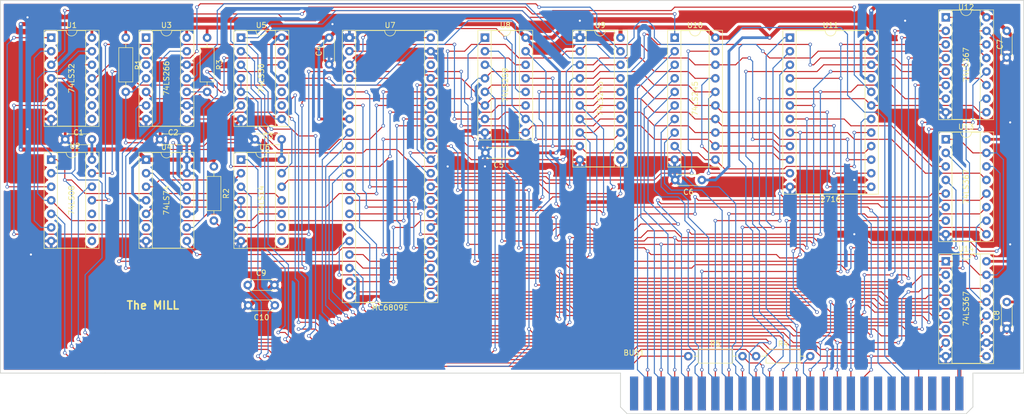
<source format=kicad_pcb>
(kicad_pcb (version 20171130) (host pcbnew "(5.0.0-3-g5ebb6b6)")
  (title_block (rev Rev.A))
  (layers (0 F.Cu signal) (31 B.Cu signal) (34 B.Paste user hide) (35 F.Paste user hide) (36 B.SilkS user) (37 F.SilkS user) (38 B.Mask user) (39 F.Mask user) (44 Edge.Cuts user))
  (net 0 "")
  (net 1 "Net-(BUS1-Pad1)")
  (net 2 /a0)
  (net 3 /a1)
  (net 4 /a2)
  (net 5 /a3)
  (net 6 /a4)
  (net 7 /a5)
  (net 8 /a6)
  (net 9 /a7)
  (net 10 /a8)
  (net 11 /a9)
  (net 12 /a10)
  (net 13 /a11)
  (net 14 /a12)
  (net 15 /a13)
  (net 16 /a14)
  (net 17 /a15)
  (net 18 "Net-(BUS1-Pad18)")
  (net 19 "Net-(BUS1-Pad19)")
  (net 20 "Net-(BUS1-Pad20)")
  (net 21 "Net-(BUS1-Pad21)")
  (net 22 "Net-(BUS1-Pad22)")
  (net 23 "Net-(BUS1-Pad23)")
  (net 24 "Net-(BUS1-Pad24)")
  (net 25 +5V)
  (net 26 "Net-(BUS1-Pad50)")
  (net 27 /da0)
  (net 28 /da1)
  (net 29 /da2)
  (net 30 /da3)
  (net 31 /da4)
  (net 32 /da5)
  (net 33 /da6)
  (net 34 /da7)
  (net 35 "Net-(BUS1-Pad41)")
  (net 36 "Net-(BUS1-Pad40)")
  (net 37 "Net-(BUS1-Pad39)")
  (net 38 "Net-(BUS1-Pad38)")
  (net 39 "Net-(BUS1-Pad37)")
  (net 40 "Net-(BUS1-Pad36)")
  (net 41 "Net-(BUS1-Pad35)")
  (net 42 "Net-(BUS1-Pad34)")
  (net 43 "Net-(BUS1-Pad33)")
  (net 44 "Net-(BUS1-Pad32)")
  (net 45 "Net-(BUS1-Pad31)")
  (net 46 "Net-(BUS1-Pad30)")
  (net 47 "Net-(BUS1-Pad29)")
  (net 48 "Net-(BUS1-Pad28)")
  (net 49 "Net-(BUS1-Pad27)")
  (net 50 GND)
  (net 51 "Net-(C9-Pad1)")
  (net 52 "Net-(C10-Pad1)")
  (net 53 "Net-(R1-Pad2)")
  (net 54 "Net-(R2-Pad2)")
  (net 55 "Net-(R3-Pad2)")
  (net 56 "Net-(U1-Pad1)")
  (net 57 "Net-(U1-Pad8)")
  (net 58 "Net-(U1-Pad2)")
  (net 59 "Net-(U1-Pad9)")
  (net 60 "Net-(U1-Pad3)")
  (net 61 "Net-(U1-Pad10)")
  (net 62 "Net-(U1-Pad11)")
  (net 63 "Net-(U1-Pad6)")
  (net 64 "Net-(U1-Pad13)")
  (net 65 "Net-(U2-Pad8)")
  (net 66 "Net-(U2-Pad9)")
  (net 67 "Net-(U2-Pad10)")
  (net 68 "Net-(U2-Pad11)")
  (net 69 "Net-(U2-Pad12)")
  (net 70 "Net-(U2-Pad13)")
  (net 71 "Net-(U3-Pad1)")
  (net 72 "Net-(U3-Pad2)")
  (net 73 "Net-(U3-Pad3)")
  (net 74 "Net-(U3-Pad5)")
  (net 75 "Net-(U3-Pad6)")
  (net 76 "Net-(U3-Pad13)")
  (net 77 "Net-(U4-Pad6)")
  (net 78 "Net-(U4-Pad12)")
  (net 79 "Net-(U4-Pad5)")
  (net 80 "Net-(U4-Pad11)")
  (net 81 "Net-(U4-Pad3)")
  (net 82 "Net-(U4-Pad9)")
  (net 83 "Net-(U12-Pad1)")
  (net 84 "Net-(U5-Pad6)")
  (net 85 "Net-(U11-Pad20)")
  (net 86 "Net-(U10-Pad19)")
  (net 87 "Net-(U6-Pad9)")
  (net 88 "Net-(U6-Pad8)")
  (net 89 "Net-(U14-Pad4)")
  (net 90 "Net-(U13-Pad6)")
  (net 91 "Net-(U7-Pad38)")
  (net 92 "Net-(U12-Pad10)")
  (net 93 "Net-(U12-Pad4)")
  (net 94 "Net-(U12-Pad14)")
  (net 95 "Net-(U13-Pad10)")
  (net 96 "Net-(U13-Pad12)")
  (net 97 "Net-(U7-Pad33)")
  (net 98 "Net-(U13-Pad4)")
  (net 99 "Net-(U14-Pad6)")
  (net 100 "Net-(U12-Pad2)")
  (net 101 /d0)
  (net 102 "Net-(U12-Pad6)")
  (net 103 /d1)
  (net 104 "Net-(U12-Pad12)")
  (net 105 /d2)
  (net 106 "Net-(U13-Pad2)")
  (net 107 /d3)
  (net 108 "Net-(U13-Pad14)")
  (net 109 /d4)
  (net 110 /d5)
  (net 111 "Net-(U7-Pad6)")
  (net 112 /d6)
  (net 113 "Net-(U7-Pad5)")
  (net 114 /d7)
  (net 115 "Net-(U7-Pad4)")
  (net 116 "Net-(U7-Pad3)")
  (net 117 "Net-(U7-Pad2)")
  (net 118 "Net-(U14-Pad12)")
  (net 119 "Net-(U14-Pad2)")
  (module Apple2_bus:DIP-16_W7.62mm_Socket (layer F.Cu) (at 203.2 67.31)
    (fp_text reference U14 (at 3.81 -2.33) (layer F.SilkS))
    (fp_text value 74LS367 (at 3.81 8.89 -90) (layer F.SilkS))
    (pad 16 thru_hole oval (at 7.62 0) (size 1.6 1.6) (drill 0.8) (layers *.Cu *.Mask) (net 25 +5V))
    (pad 8 thru_hole oval (at 0 17.78) (size 1.6 1.6) (drill 0.8) (layers *.Cu *.Mask) (net 50 GND))
    (pad 15 thru_hole oval (at 7.62 2.54) (size 1.6 1.6) (drill 0.8) (layers *.Cu *.Mask) (net 83 "Net-(U12-Pad1)"))
    (pad 7 thru_hole oval (at 0 15.24) (size 1.6 1.6) (drill 0.8) (layers *.Cu *.Mask) (net 18 "Net-(BUS1-Pad18)"))
    (pad 14 thru_hole oval (at 7.62 5.08) (size 1.6 1.6) (drill 0.8) (layers *.Cu *.Mask) (net 53 "Net-(R1-Pad2)"))
    (pad 6 thru_hole oval (at 0 12.7) (size 1.6 1.6) (drill 0.8) (layers *.Cu *.Mask) (net 99 "Net-(U14-Pad6)"))
    (pad 13 thru_hole oval (at 7.62 7.62) (size 1.6 1.6) (drill 0.8) (layers *.Cu *.Mask) (net 17 /a15))
    (pad 5 thru_hole oval (at 0 10.16) (size 1.6 1.6) (drill 0.8) (layers *.Cu *.Mask) (net 14 /a12))
    (pad 12 thru_hole oval (at 7.62 10.16) (size 1.6 1.6) (drill 0.8) (layers *.Cu *.Mask) (net 118 "Net-(U14-Pad12)"))
    (pad 4 thru_hole oval (at 0 7.62) (size 1.6 1.6) (drill 0.8) (layers *.Cu *.Mask) (net 89 "Net-(U14-Pad4)"))
    (pad 11 thru_hole oval (at 7.62 12.7) (size 1.6 1.6) (drill 0.8) (layers *.Cu *.Mask) (net 15 /a13))
    (pad 3 thru_hole oval (at 0 5.08) (size 1.6 1.6) (drill 0.8) (layers *.Cu *.Mask) (net 16 /a14))
    (pad 10 thru_hole oval (at 7.62 15.24) (size 1.6 1.6) (drill 0.8) (layers *.Cu *.Mask) (net 50 GND))
    (pad 2 thru_hole oval (at 0 2.54) (size 1.6 1.6) (drill 0.8) (layers *.Cu *.Mask) (net 119 "Net-(U14-Pad2)"))
    (pad 9 thru_hole oval (at 7.62 17.78) (size 1.6 1.6) (drill 0.8) (layers *.Cu *.Mask) (net 22 "Net-(BUS1-Pad22)"))
    (pad 1 thru_hole rect (at 0 0) (size 1.6 1.6) (drill 0.8) (layers *.Cu *.Mask) (net 83 "Net-(U12-Pad1)"))
  )
  (module Apple2_bus:DIP-16_W7.62mm_Socket (layer F.Cu) (at 203.2 21.59)
    (fp_text reference U12 (at 3.81 -1.905) (layer F.SilkS))
    (fp_text value 74LS367 (at 3.81 8.89 -90) (layer F.SilkS))
    (pad 16 thru_hole oval (at 7.62 0) (size 1.6 1.6) (drill 0.8) (layers *.Cu *.Mask) (net 25 +5V))
    (pad 8 thru_hole oval (at 0 17.78) (size 1.6 1.6) (drill 0.8) (layers *.Cu *.Mask) (net 50 GND))
    (pad 15 thru_hole oval (at 7.62 2.54) (size 1.6 1.6) (drill 0.8) (layers *.Cu *.Mask) (net 83 "Net-(U12-Pad1)"))
    (pad 7 thru_hole oval (at 0 15.24) (size 1.6 1.6) (drill 0.8) (layers *.Cu *.Mask) (net 5 /a3))
    (pad 14 thru_hole oval (at 7.62 5.08) (size 1.6 1.6) (drill 0.8) (layers *.Cu *.Mask) (net 94 "Net-(U12-Pad14)"))
    (pad 6 thru_hole oval (at 0 12.7) (size 1.6 1.6) (drill 0.8) (layers *.Cu *.Mask) (net 102 "Net-(U12-Pad6)"))
    (pad 13 thru_hole oval (at 7.62 7.62) (size 1.6 1.6) (drill 0.8) (layers *.Cu *.Mask) (net 10 /a8))
    (pad 5 thru_hole oval (at 0 10.16) (size 1.6 1.6) (drill 0.8) (layers *.Cu *.Mask) (net 11 /a9))
    (pad 12 thru_hole oval (at 7.62 10.16) (size 1.6 1.6) (drill 0.8) (layers *.Cu *.Mask) (net 104 "Net-(U12-Pad12)"))
    (pad 4 thru_hole oval (at 0 7.62) (size 1.6 1.6) (drill 0.8) (layers *.Cu *.Mask) (net 93 "Net-(U12-Pad4)"))
    (pad 11 thru_hole oval (at 7.62 12.7) (size 1.6 1.6) (drill 0.8) (layers *.Cu *.Mask) (net 4 /a2))
    (pad 3 thru_hole oval (at 0 5.08) (size 1.6 1.6) (drill 0.8) (layers *.Cu *.Mask) (net 6 /a4))
    (pad 10 thru_hole oval (at 7.62 15.24) (size 1.6 1.6) (drill 0.8) (layers *.Cu *.Mask) (net 92 "Net-(U12-Pad10)"))
    (pad 2 thru_hole oval (at 0 2.54) (size 1.6 1.6) (drill 0.8) (layers *.Cu *.Mask) (net 100 "Net-(U12-Pad2)"))
    (pad 9 thru_hole oval (at 7.62 17.78) (size 1.6 1.6) (drill 0.8) (layers *.Cu *.Mask) (net 12 /a10))
    (pad 1 thru_hole rect (at 0 0) (size 1.6 1.6) (drill 0.8) (layers *.Cu *.Mask) (net 83 "Net-(U12-Pad1)"))
  )
  (module Apple2_bus:DIP-16_W7.62mm_Socket (layer F.Cu) (at 203.2 44.45)
    (fp_text reference U13 (at 3.81 -2.33) (layer F.SilkS))
    (fp_text value 74LS367 (at 3.81 8.89 -90) (layer F.SilkS))
    (pad 16 thru_hole oval (at 7.62 0) (size 1.6 1.6) (drill 0.8) (layers *.Cu *.Mask) (net 25 +5V))
    (pad 8 thru_hole oval (at 0 17.78) (size 1.6 1.6) (drill 0.8) (layers *.Cu *.Mask) (net 50 GND))
    (pad 15 thru_hole oval (at 7.62 2.54) (size 1.6 1.6) (drill 0.8) (layers *.Cu *.Mask) (net 83 "Net-(U12-Pad1)"))
    (pad 7 thru_hole oval (at 0 15.24) (size 1.6 1.6) (drill 0.8) (layers *.Cu *.Mask) (net 13 /a11))
    (pad 14 thru_hole oval (at 7.62 5.08) (size 1.6 1.6) (drill 0.8) (layers *.Cu *.Mask) (net 108 "Net-(U13-Pad14)"))
    (pad 6 thru_hole oval (at 0 12.7) (size 1.6 1.6) (drill 0.8) (layers *.Cu *.Mask) (net 90 "Net-(U13-Pad6)"))
    (pad 13 thru_hole oval (at 7.62 7.62) (size 1.6 1.6) (drill 0.8) (layers *.Cu *.Mask) (net 2 /a0))
    (pad 5 thru_hole oval (at 0 10.16) (size 1.6 1.6) (drill 0.8) (layers *.Cu *.Mask) (net 7 /a5))
    (pad 12 thru_hole oval (at 7.62 10.16) (size 1.6 1.6) (drill 0.8) (layers *.Cu *.Mask) (net 96 "Net-(U13-Pad12)"))
    (pad 4 thru_hole oval (at 0 7.62) (size 1.6 1.6) (drill 0.8) (layers *.Cu *.Mask) (net 98 "Net-(U13-Pad4)"))
    (pad 11 thru_hole oval (at 7.62 12.7) (size 1.6 1.6) (drill 0.8) (layers *.Cu *.Mask) (net 8 /a6))
    (pad 3 thru_hole oval (at 0 5.08) (size 1.6 1.6) (drill 0.8) (layers *.Cu *.Mask) (net 3 /a1))
    (pad 10 thru_hole oval (at 7.62 15.24) (size 1.6 1.6) (drill 0.8) (layers *.Cu *.Mask) (net 95 "Net-(U13-Pad10)"))
    (pad 2 thru_hole oval (at 0 2.54) (size 1.6 1.6) (drill 0.8) (layers *.Cu *.Mask) (net 106 "Net-(U13-Pad2)"))
    (pad 9 thru_hole oval (at 7.62 17.78) (size 1.6 1.6) (drill 0.8) (layers *.Cu *.Mask) (net 9 /a7))
    (pad 1 thru_hole rect (at 0 0) (size 1.6 1.6) (drill 0.8) (layers *.Cu *.Mask) (net 83 "Net-(U12-Pad1)"))
  )
  (module Apple2_bus:DIP-24_W15.24mm_Socket (layer F.Cu) (at 173.99 25.4)
    (fp_text reference U11 (at 7.62 -2.33) (layer F.SilkS))
    (fp_text value 2716 (at 7.62 30.27) (layer F.SilkS))
    (pad 1 thru_hole rect (at 0 0) (size 1.6 1.6) (drill 0.8) (layers *.Cu *.Mask) (net 9 /a7))
    (pad 13 thru_hole oval (at 15.24 27.94) (size 1.6 1.6) (drill 0.8) (layers *.Cu *.Mask) (net 107 /d3))
    (pad 2 thru_hole oval (at 0 2.54) (size 1.6 1.6) (drill 0.8) (layers *.Cu *.Mask) (net 8 /a6))
    (pad 14 thru_hole oval (at 15.24 25.4) (size 1.6 1.6) (drill 0.8) (layers *.Cu *.Mask) (net 109 /d4))
    (pad 3 thru_hole oval (at 0 5.08) (size 1.6 1.6) (drill 0.8) (layers *.Cu *.Mask) (net 7 /a5))
    (pad 15 thru_hole oval (at 15.24 22.86) (size 1.6 1.6) (drill 0.8) (layers *.Cu *.Mask) (net 110 /d5))
    (pad 4 thru_hole oval (at 0 7.62) (size 1.6 1.6) (drill 0.8) (layers *.Cu *.Mask) (net 6 /a4))
    (pad 16 thru_hole oval (at 15.24 20.32) (size 1.6 1.6) (drill 0.8) (layers *.Cu *.Mask) (net 112 /d6))
    (pad 5 thru_hole oval (at 0 10.16) (size 1.6 1.6) (drill 0.8) (layers *.Cu *.Mask) (net 5 /a3))
    (pad 17 thru_hole oval (at 15.24 17.78) (size 1.6 1.6) (drill 0.8) (layers *.Cu *.Mask) (net 114 /d7))
    (pad 6 thru_hole oval (at 0 12.7) (size 1.6 1.6) (drill 0.8) (layers *.Cu *.Mask) (net 4 /a2))
    (pad 18 thru_hole oval (at 15.24 15.24) (size 1.6 1.6) (drill 0.8) (layers *.Cu *.Mask) (net 55 "Net-(R3-Pad2)"))
    (pad 7 thru_hole oval (at 0 15.24) (size 1.6 1.6) (drill 0.8) (layers *.Cu *.Mask) (net 3 /a1))
    (pad 19 thru_hole oval (at 15.24 12.7) (size 1.6 1.6) (drill 0.8) (layers *.Cu *.Mask) (net 12 /a10))
    (pad 8 thru_hole oval (at 0 17.78) (size 1.6 1.6) (drill 0.8) (layers *.Cu *.Mask) (net 2 /a0))
    (pad 20 thru_hole oval (at 15.24 10.16) (size 1.6 1.6) (drill 0.8) (layers *.Cu *.Mask) (net 85 "Net-(U11-Pad20)"))
    (pad 9 thru_hole oval (at 0 20.32) (size 1.6 1.6) (drill 0.8) (layers *.Cu *.Mask) (net 101 /d0))
    (pad 21 thru_hole oval (at 15.24 7.62) (size 1.6 1.6) (drill 0.8) (layers *.Cu *.Mask) (net 25 +5V))
    (pad 10 thru_hole oval (at 0 22.86) (size 1.6 1.6) (drill 0.8) (layers *.Cu *.Mask) (net 103 /d1))
    (pad 22 thru_hole oval (at 15.24 5.08) (size 1.6 1.6) (drill 0.8) (layers *.Cu *.Mask) (net 11 /a9))
    (pad 11 thru_hole oval (at 0 25.4) (size 1.6 1.6) (drill 0.8) (layers *.Cu *.Mask) (net 105 /d2))
    (pad 23 thru_hole oval (at 15.24 2.54) (size 1.6 1.6) (drill 0.8) (layers *.Cu *.Mask) (net 10 /a8))
    (pad 12 thru_hole oval (at 0 27.94) (size 1.6 1.6) (drill 0.8) (layers *.Cu *.Mask) (net 50 GND))
    (pad 24 thru_hole oval (at 15.24 0) (size 1.6 1.6) (drill 0.8) (layers *.Cu *.Mask) (net 25 +5V))
  )
  (module Apple2_bus:DIP-20_W7.62mm_Socket (layer F.Cu) (at 134.62 25.4)
    (fp_text reference U9 (at 3.81 -2.33) (layer F.SilkS))
    (fp_text value 74LS245 (at 3.81 11.43 -90) (layer F.SilkS))
    (pad 20 thru_hole oval (at 7.62 0) (size 1.6 1.6) (drill 0.8) (layers *.Cu *.Mask) (net 25 +5V))
    (pad 10 thru_hole oval (at 0 22.86) (size 1.6 1.6) (drill 0.8) (layers *.Cu *.Mask) (net 50 GND))
    (pad 19 thru_hole oval (at 7.62 2.54) (size 1.6 1.6) (drill 0.8) (layers *.Cu *.Mask) (net 62 "Net-(U1-Pad11)"))
    (pad 9 thru_hole oval (at 0 20.32) (size 1.6 1.6) (drill 0.8) (layers *.Cu *.Mask) (net 114 /d7))
    (pad 18 thru_hole oval (at 7.62 5.08) (size 1.6 1.6) (drill 0.8) (layers *.Cu *.Mask) (net 76 "Net-(U3-Pad13)"))
    (pad 8 thru_hole oval (at 0 17.78) (size 1.6 1.6) (drill 0.8) (layers *.Cu *.Mask) (net 112 /d6))
    (pad 17 thru_hole oval (at 7.62 7.62) (size 1.6 1.6) (drill 0.8) (layers *.Cu *.Mask) (net 69 "Net-(U2-Pad12)"))
    (pad 7 thru_hole oval (at 0 15.24) (size 1.6 1.6) (drill 0.8) (layers *.Cu *.Mask) (net 110 /d5))
    (pad 16 thru_hole oval (at 7.62 10.16) (size 1.6 1.6) (drill 0.8) (layers *.Cu *.Mask) (net 70 "Net-(U2-Pad13)"))
    (pad 6 thru_hole oval (at 0 12.7) (size 1.6 1.6) (drill 0.8) (layers *.Cu *.Mask) (net 109 /d4))
    (pad 15 thru_hole oval (at 7.62 12.7) (size 1.6 1.6) (drill 0.8) (layers *.Cu *.Mask) (net 117 "Net-(U7-Pad2)"))
    (pad 5 thru_hole oval (at 0 10.16) (size 1.6 1.6) (drill 0.8) (layers *.Cu *.Mask) (net 107 /d3))
    (pad 14 thru_hole oval (at 7.62 15.24) (size 1.6 1.6) (drill 0.8) (layers *.Cu *.Mask) (net 115 "Net-(U7-Pad4)"))
    (pad 4 thru_hole oval (at 0 7.62) (size 1.6 1.6) (drill 0.8) (layers *.Cu *.Mask) (net 105 /d2))
    (pad 13 thru_hole oval (at 7.62 17.78) (size 1.6 1.6) (drill 0.8) (layers *.Cu *.Mask) (net 116 "Net-(U7-Pad3)"))
    (pad 3 thru_hole oval (at 0 5.08) (size 1.6 1.6) (drill 0.8) (layers *.Cu *.Mask) (net 103 /d1))
    (pad 12 thru_hole oval (at 7.62 20.32) (size 1.6 1.6) (drill 0.8) (layers *.Cu *.Mask) (net 113 "Net-(U7-Pad5)"))
    (pad 2 thru_hole oval (at 0 2.54) (size 1.6 1.6) (drill 0.8) (layers *.Cu *.Mask) (net 101 /d0))
    (pad 11 thru_hole oval (at 7.62 22.86) (size 1.6 1.6) (drill 0.8) (layers *.Cu *.Mask) (net 111 "Net-(U7-Pad6)"))
    (pad 1 thru_hole rect (at 0 0) (size 1.6 1.6) (drill 0.8) (layers *.Cu *.Mask) (net 50 GND))
  )
  (module Apple2_bus:DIP-20_W7.62mm_Socket (layer F.Cu) (at 152.4 25.4)
    (fp_text reference U10 (at 3.81 -2.33) (layer F.SilkS))
    (fp_text value 74LS245 (at 3.81 11.43 -90) (layer F.SilkS))
    (pad 20 thru_hole oval (at 7.62 0) (size 1.6 1.6) (drill 0.8) (layers *.Cu *.Mask) (net 25 +5V))
    (pad 10 thru_hole oval (at 0 22.86) (size 1.6 1.6) (drill 0.8) (layers *.Cu *.Mask) (net 50 GND))
    (pad 19 thru_hole oval (at 7.62 2.54) (size 1.6 1.6) (drill 0.8) (layers *.Cu *.Mask) (net 86 "Net-(U10-Pad19)"))
    (pad 9 thru_hole oval (at 0 20.32) (size 1.6 1.6) (drill 0.8) (layers *.Cu *.Mask) (net 34 /da7))
    (pad 18 thru_hole oval (at 7.62 5.08) (size 1.6 1.6) (drill 0.8) (layers *.Cu *.Mask) (net 101 /d0))
    (pad 8 thru_hole oval (at 0 17.78) (size 1.6 1.6) (drill 0.8) (layers *.Cu *.Mask) (net 33 /da6))
    (pad 17 thru_hole oval (at 7.62 7.62) (size 1.6 1.6) (drill 0.8) (layers *.Cu *.Mask) (net 103 /d1))
    (pad 7 thru_hole oval (at 0 15.24) (size 1.6 1.6) (drill 0.8) (layers *.Cu *.Mask) (net 32 /da5))
    (pad 16 thru_hole oval (at 7.62 10.16) (size 1.6 1.6) (drill 0.8) (layers *.Cu *.Mask) (net 105 /d2))
    (pad 6 thru_hole oval (at 0 12.7) (size 1.6 1.6) (drill 0.8) (layers *.Cu *.Mask) (net 31 /da4))
    (pad 15 thru_hole oval (at 7.62 12.7) (size 1.6 1.6) (drill 0.8) (layers *.Cu *.Mask) (net 107 /d3))
    (pad 5 thru_hole oval (at 0 10.16) (size 1.6 1.6) (drill 0.8) (layers *.Cu *.Mask) (net 30 /da3))
    (pad 14 thru_hole oval (at 7.62 15.24) (size 1.6 1.6) (drill 0.8) (layers *.Cu *.Mask) (net 109 /d4))
    (pad 4 thru_hole oval (at 0 7.62) (size 1.6 1.6) (drill 0.8) (layers *.Cu *.Mask) (net 29 /da2))
    (pad 13 thru_hole oval (at 7.62 17.78) (size 1.6 1.6) (drill 0.8) (layers *.Cu *.Mask) (net 110 /d5))
    (pad 3 thru_hole oval (at 0 5.08) (size 1.6 1.6) (drill 0.8) (layers *.Cu *.Mask) (net 28 /da1))
    (pad 12 thru_hole oval (at 7.62 20.32) (size 1.6 1.6) (drill 0.8) (layers *.Cu *.Mask) (net 112 /d6))
    (pad 2 thru_hole oval (at 0 2.54) (size 1.6 1.6) (drill 0.8) (layers *.Cu *.Mask) (net 27 /da0))
    (pad 11 thru_hole oval (at 7.62 22.86) (size 1.6 1.6) (drill 0.8) (layers *.Cu *.Mask) (net 114 /d7))
    (pad 1 thru_hole rect (at 0 0) (size 1.6 1.6) (drill 0.8) (layers *.Cu *.Mask) (net 60 "Net-(U1-Pad3)"))
  )
  (module Apple2_bus:DIP-16_W7.62mm_Socket (layer F.Cu) (at 116.84 25.4)
    (fp_text reference U8 (at 3.81 -2.33) (layer F.SilkS))
    (fp_text value 74LS259 (at 3.81 8.89 -90) (layer F.SilkS))
    (pad 1 thru_hole rect (at 0 0) (size 1.6 1.6) (drill 0.8) (layers *.Cu *.Mask) (net 2 /a0))
    (pad 9 thru_hole oval (at 7.62 17.78) (size 1.6 1.6) (drill 0.8) (layers *.Cu *.Mask) (net 115 "Net-(U7-Pad4)"))
    (pad 2 thru_hole oval (at 0 2.54) (size 1.6 1.6) (drill 0.8) (layers *.Cu *.Mask) (net 3 /a1))
    (pad 10 thru_hole oval (at 7.62 15.24) (size 1.6 1.6) (drill 0.8) (layers *.Cu *.Mask) (net 116 "Net-(U7-Pad3)"))
    (pad 3 thru_hole oval (at 0 5.08) (size 1.6 1.6) (drill 0.8) (layers *.Cu *.Mask) (net 4 /a2))
    (pad 11 thru_hole oval (at 7.62 12.7) (size 1.6 1.6) (drill 0.8) (layers *.Cu *.Mask) (net 84 "Net-(U5-Pad6)"))
    (pad 4 thru_hole oval (at 0 7.62) (size 1.6 1.6) (drill 0.8) (layers *.Cu *.Mask) (net 76 "Net-(U3-Pad13)"))
    (pad 12 thru_hole oval (at 7.62 10.16) (size 1.6 1.6) (drill 0.8) (layers *.Cu *.Mask) (net 74 "Net-(U3-Pad5)"))
    (pad 5 thru_hole oval (at 0 10.16) (size 1.6 1.6) (drill 0.8) (layers *.Cu *.Mask) (net 69 "Net-(U2-Pad12)"))
    (pad 13 thru_hole oval (at 7.62 7.62) (size 1.6 1.6) (drill 0.8) (layers *.Cu *.Mask) (net 114 /d7))
    (pad 6 thru_hole oval (at 0 12.7) (size 1.6 1.6) (drill 0.8) (layers *.Cu *.Mask) (net 70 "Net-(U2-Pad13)"))
    (pad 14 thru_hole oval (at 7.62 5.08) (size 1.6 1.6) (drill 0.8) (layers *.Cu *.Mask) (net 63 "Net-(U1-Pad6)"))
    (pad 7 thru_hole oval (at 0 15.24) (size 1.6 1.6) (drill 0.8) (layers *.Cu *.Mask) (net 117 "Net-(U7-Pad2)"))
    (pad 15 thru_hole oval (at 7.62 2.54) (size 1.6 1.6) (drill 0.8) (layers *.Cu *.Mask) (net 45 "Net-(BUS1-Pad31)"))
    (pad 8 thru_hole oval (at 0 17.78) (size 1.6 1.6) (drill 0.8) (layers *.Cu *.Mask) (net 50 GND))
    (pad 16 thru_hole oval (at 7.62 0) (size 1.6 1.6) (drill 0.8) (layers *.Cu *.Mask) (net 25 +5V))
  )
  (module Apple2_bus:DIP-40_W15.24mm_Socket (layer F.Cu) (at 91.44 25.4)
    (fp_text reference U7 (at 7.62 -2.33) (layer F.SilkS))
    (fp_text value MC6809E (at 7.62 50.59) (layer F.SilkS))
    (pad 1 thru_hole rect (at 0 0) (size 1.6 1.6) (drill 0.8) (layers *.Cu *.Mask) (net 50 GND))
    (pad 21 thru_hole oval (at 15.24 48.26) (size 1.6 1.6) (drill 0.8) (layers *.Cu *.Mask) (net 118 "Net-(U14-Pad12)"))
    (pad 2 thru_hole oval (at 0 2.54) (size 1.6 1.6) (drill 0.8) (layers *.Cu *.Mask) (net 117 "Net-(U7-Pad2)"))
    (pad 22 thru_hole oval (at 15.24 45.72) (size 1.6 1.6) (drill 0.8) (layers *.Cu *.Mask) (net 119 "Net-(U14-Pad2)"))
    (pad 3 thru_hole oval (at 0 5.08) (size 1.6 1.6) (drill 0.8) (layers *.Cu *.Mask) (net 116 "Net-(U7-Pad3)"))
    (pad 23 thru_hole oval (at 15.24 43.18) (size 1.6 1.6) (drill 0.8) (layers *.Cu *.Mask) (net 75 "Net-(U3-Pad6)"))
    (pad 4 thru_hole oval (at 0 7.62) (size 1.6 1.6) (drill 0.8) (layers *.Cu *.Mask) (net 115 "Net-(U7-Pad4)"))
    (pad 24 thru_hole oval (at 15.24 40.64) (size 1.6 1.6) (drill 0.8) (layers *.Cu *.Mask) (net 114 /d7))
    (pad 5 thru_hole oval (at 0 10.16) (size 1.6 1.6) (drill 0.8) (layers *.Cu *.Mask) (net 113 "Net-(U7-Pad5)"))
    (pad 25 thru_hole oval (at 15.24 38.1) (size 1.6 1.6) (drill 0.8) (layers *.Cu *.Mask) (net 112 /d6))
    (pad 6 thru_hole oval (at 0 12.7) (size 1.6 1.6) (drill 0.8) (layers *.Cu *.Mask) (net 111 "Net-(U7-Pad6)"))
    (pad 26 thru_hole oval (at 15.24 35.56) (size 1.6 1.6) (drill 0.8) (layers *.Cu *.Mask) (net 110 /d5))
    (pad 7 thru_hole oval (at 0 15.24) (size 1.6 1.6) (drill 0.8) (layers *.Cu *.Mask) (net 25 +5V))
    (pad 27 thru_hole oval (at 15.24 33.02) (size 1.6 1.6) (drill 0.8) (layers *.Cu *.Mask) (net 109 /d4))
    (pad 8 thru_hole oval (at 0 17.78) (size 1.6 1.6) (drill 0.8) (layers *.Cu *.Mask) (net 108 "Net-(U13-Pad14)"))
    (pad 28 thru_hole oval (at 15.24 30.48) (size 1.6 1.6) (drill 0.8) (layers *.Cu *.Mask) (net 107 /d3))
    (pad 9 thru_hole oval (at 0 20.32) (size 1.6 1.6) (drill 0.8) (layers *.Cu *.Mask) (net 106 "Net-(U13-Pad2)"))
    (pad 29 thru_hole oval (at 15.24 27.94) (size 1.6 1.6) (drill 0.8) (layers *.Cu *.Mask) (net 105 /d2))
    (pad 10 thru_hole oval (at 0 22.86) (size 1.6 1.6) (drill 0.8) (layers *.Cu *.Mask) (net 104 "Net-(U12-Pad12)"))
    (pad 30 thru_hole oval (at 15.24 25.4) (size 1.6 1.6) (drill 0.8) (layers *.Cu *.Mask) (net 103 /d1))
    (pad 11 thru_hole oval (at 0 25.4) (size 1.6 1.6) (drill 0.8) (layers *.Cu *.Mask) (net 102 "Net-(U12-Pad6)"))
    (pad 31 thru_hole oval (at 15.24 22.86) (size 1.6 1.6) (drill 0.8) (layers *.Cu *.Mask) (net 101 /d0))
    (pad 12 thru_hole oval (at 0 27.94) (size 1.6 1.6) (drill 0.8) (layers *.Cu *.Mask) (net 100 "Net-(U12-Pad2)"))
    (pad 32 thru_hole oval (at 15.24 20.32) (size 1.6 1.6) (drill 0.8) (layers *.Cu *.Mask) (net 99 "Net-(U14-Pad6)"))
    (pad 13 thru_hole oval (at 0 30.48) (size 1.6 1.6) (drill 0.8) (layers *.Cu *.Mask) (net 98 "Net-(U13-Pad4)"))
    (pad 33 thru_hole oval (at 15.24 17.78) (size 1.6 1.6) (drill 0.8) (layers *.Cu *.Mask) (net 97 "Net-(U7-Pad33)"))
    (pad 14 thru_hole oval (at 0 33.02) (size 1.6 1.6) (drill 0.8) (layers *.Cu *.Mask) (net 96 "Net-(U13-Pad12)"))
    (pad 34 thru_hole oval (at 15.24 15.24) (size 1.6 1.6) (drill 0.8) (layers *.Cu *.Mask) (net 54 "Net-(R2-Pad2)"))
    (pad 15 thru_hole oval (at 0 35.56) (size 1.6 1.6) (drill 0.8) (layers *.Cu *.Mask) (net 95 "Net-(U13-Pad10)"))
    (pad 35 thru_hole oval (at 15.24 12.7) (size 1.6 1.6) (drill 0.8) (layers *.Cu *.Mask) (net 79 "Net-(U4-Pad5)"))
    (pad 16 thru_hole oval (at 0 38.1) (size 1.6 1.6) (drill 0.8) (layers *.Cu *.Mask) (net 94 "Net-(U12-Pad14)"))
    (pad 36 thru_hole oval (at 15.24 10.16) (size 1.6 1.6) (drill 0.8) (layers *.Cu *.Mask) (net 78 "Net-(U4-Pad12)"))
    (pad 17 thru_hole oval (at 0 40.64) (size 1.6 1.6) (drill 0.8) (layers *.Cu *.Mask) (net 93 "Net-(U12-Pad4)"))
    (pad 37 thru_hole oval (at 15.24 7.62) (size 1.6 1.6) (drill 0.8) (layers *.Cu *.Mask) (net 70 "Net-(U2-Pad13)"))
    (pad 18 thru_hole oval (at 0 43.18) (size 1.6 1.6) (drill 0.8) (layers *.Cu *.Mask) (net 92 "Net-(U12-Pad10)"))
    (pad 38 thru_hole oval (at 15.24 5.08) (size 1.6 1.6) (drill 0.8) (layers *.Cu *.Mask) (net 91 "Net-(U7-Pad38)"))
    (pad 19 thru_hole oval (at 0 45.72) (size 1.6 1.6) (drill 0.8) (layers *.Cu *.Mask) (net 90 "Net-(U13-Pad6)"))
    (pad 39 thru_hole oval (at 15.24 2.54) (size 1.6 1.6) (drill 0.8) (layers *.Cu *.Mask) (net 50 GND))
    (pad 20 thru_hole oval (at 0 48.26) (size 1.6 1.6) (drill 0.8) (layers *.Cu *.Mask) (net 89 "Net-(U14-Pad4)"))
    (pad 40 thru_hole oval (at 15.24 0) (size 1.6 1.6) (drill 0.8) (layers *.Cu *.Mask) (net 68 "Net-(U2-Pad11)"))
  )
  (module Apple2_bus:DIP-14_W7.62mm_Socket (layer F.Cu) (at 71.12 48.26)
    (fp_text reference U6 (at 4.445 -2.33) (layer F.SilkS))
    (fp_text value 74LS14 (at 3.81 7.62 -90) (layer F.SilkS))
    (pad 14 thru_hole oval (at 7.62 0) (size 1.6 1.6) (drill 0.8) (layers *.Cu *.Mask) (net 25 +5V))
    (pad 7 thru_hole oval (at 0 15.24) (size 1.6 1.6) (drill 0.8) (layers *.Cu *.Mask) (net 50 GND))
    (pad 13 thru_hole oval (at 7.62 2.54) (size 1.6 1.6) (drill 0.8) (layers *.Cu *.Mask) (net 85 "Net-(U11-Pad20)"))
    (pad 6 thru_hole oval (at 0 12.7) (size 1.6 1.6) (drill 0.8) (layers *.Cu *.Mask) (net 54 "Net-(R2-Pad2)"))
    (pad 12 thru_hole oval (at 7.62 5.08) (size 1.6 1.6) (drill 0.8) (layers *.Cu *.Mask) (net 86 "Net-(U10-Pad19)"))
    (pad 5 thru_hole oval (at 0 10.16) (size 1.6 1.6) (drill 0.8) (layers *.Cu *.Mask) (net 80 "Net-(U4-Pad11)"))
    (pad 11 thru_hole oval (at 7.62 7.62) (size 1.6 1.6) (drill 0.8) (layers *.Cu *.Mask) (net 18 "Net-(BUS1-Pad18)"))
    (pad 4 thru_hole oval (at 0 7.62) (size 1.6 1.6) (drill 0.8) (layers *.Cu *.Mask) (net 80 "Net-(U4-Pad11)"))
    (pad 10 thru_hole oval (at 7.62 10.16) (size 1.6 1.6) (drill 0.8) (layers *.Cu *.Mask) (net 64 "Net-(U1-Pad13)"))
    (pad 3 thru_hole oval (at 0 5.08) (size 1.6 1.6) (drill 0.8) (layers *.Cu *.Mask) (net 51 "Net-(C9-Pad1)"))
    (pad 9 thru_hole oval (at 7.62 12.7) (size 1.6 1.6) (drill 0.8) (layers *.Cu *.Mask) (net 87 "Net-(U6-Pad9)"))
    (pad 2 thru_hole oval (at 0 2.54) (size 1.6 1.6) (drill 0.8) (layers *.Cu *.Mask) (net 81 "Net-(U4-Pad3)"))
    (pad 8 thru_hole oval (at 7.62 15.24) (size 1.6 1.6) (drill 0.8) (layers *.Cu *.Mask) (net 88 "Net-(U6-Pad8)"))
    (pad 1 thru_hole rect (at 0 0) (size 1.6 1.6) (drill 0.8) (layers *.Cu *.Mask) (net 52 "Net-(C10-Pad1)"))
  )
  (module Apple2_bus:DIP-14_W7.62mm_Socket (layer F.Cu) (at 53.34 48.26)
    (fp_text reference U4 (at 3.81 -2.33) (layer F.SilkS))
    (fp_text value 74LS74 (at 3.81 7.62 -90) (layer F.SilkS))
    (pad 14 thru_hole oval (at 7.62 0) (size 1.6 1.6) (drill 0.8) (layers *.Cu *.Mask) (net 25 +5V))
    (pad 7 thru_hole oval (at 0 15.24) (size 1.6 1.6) (drill 0.8) (layers *.Cu *.Mask) (net 50 GND))
    (pad 13 thru_hole oval (at 7.62 2.54) (size 1.6 1.6) (drill 0.8) (layers *.Cu *.Mask) (net 25 +5V))
    (pad 6 thru_hole oval (at 0 12.7) (size 1.6 1.6) (drill 0.8) (layers *.Cu *.Mask) (net 77 "Net-(U4-Pad6)"))
    (pad 12 thru_hole oval (at 7.62 5.08) (size 1.6 1.6) (drill 0.8) (layers *.Cu *.Mask) (net 78 "Net-(U4-Pad12)"))
    (pad 5 thru_hole oval (at 0 10.16) (size 1.6 1.6) (drill 0.8) (layers *.Cu *.Mask) (net 79 "Net-(U4-Pad5)"))
    (pad 11 thru_hole oval (at 7.62 7.62) (size 1.6 1.6) (drill 0.8) (layers *.Cu *.Mask) (net 80 "Net-(U4-Pad11)"))
    (pad 4 thru_hole oval (at 0 7.62) (size 1.6 1.6) (drill 0.8) (layers *.Cu *.Mask) (net 25 +5V))
    (pad 10 thru_hole oval (at 7.62 10.16) (size 1.6 1.6) (drill 0.8) (layers *.Cu *.Mask) (net 25 +5V))
    (pad 3 thru_hole oval (at 0 5.08) (size 1.6 1.6) (drill 0.8) (layers *.Cu *.Mask) (net 81 "Net-(U4-Pad3)"))
    (pad 9 thru_hole oval (at 7.62 12.7) (size 1.6 1.6) (drill 0.8) (layers *.Cu *.Mask) (net 82 "Net-(U4-Pad9)"))
    (pad 2 thru_hole oval (at 0 2.54) (size 1.6 1.6) (drill 0.8) (layers *.Cu *.Mask) (net 80 "Net-(U4-Pad11)"))
    (pad 8 thru_hole oval (at 7.62 15.24) (size 1.6 1.6) (drill 0.8) (layers *.Cu *.Mask) (net 83 "Net-(U12-Pad1)"))
    (pad 1 thru_hole rect (at 0 0) (size 1.6 1.6) (drill 0.8) (layers *.Cu *.Mask) (net 25 +5V))
  )
  (module Apple2_bus:DIP-14_W7.62mm_Socket (layer F.Cu) (at 35.56 48.26)
    (fp_text reference U2 (at 4.445 -2.54) (layer F.SilkS))
    (fp_text value 74LS08 (at 3.81 7.62 -90) (layer F.SilkS))
    (pad 14 thru_hole oval (at 7.62 0) (size 1.6 1.6) (drill 0.8) (layers *.Cu *.Mask) (net 25 +5V))
    (pad 7 thru_hole oval (at 0 15.24) (size 1.6 1.6) (drill 0.8) (layers *.Cu *.Mask) (net 50 GND))
    (pad 13 thru_hole oval (at 7.62 2.54) (size 1.6 1.6) (drill 0.8) (layers *.Cu *.Mask) (net 70 "Net-(U2-Pad13)"))
    (pad 6 thru_hole oval (at 0 12.7) (size 1.6 1.6) (drill 0.8) (layers *.Cu *.Mask) (net 58 "Net-(U1-Pad2)"))
    (pad 12 thru_hole oval (at 7.62 5.08) (size 1.6 1.6) (drill 0.8) (layers *.Cu *.Mask) (net 69 "Net-(U2-Pad12)"))
    (pad 5 thru_hole oval (at 0 10.16) (size 1.6 1.6) (drill 0.8) (layers *.Cu *.Mask) (net 22 "Net-(BUS1-Pad22)"))
    (pad 11 thru_hole oval (at 7.62 7.62) (size 1.6 1.6) (drill 0.8) (layers *.Cu *.Mask) (net 68 "Net-(U2-Pad11)"))
    (pad 4 thru_hole oval (at 0 7.62) (size 1.6 1.6) (drill 0.8) (layers *.Cu *.Mask) (net 64 "Net-(U1-Pad13)"))
    (pad 10 thru_hole oval (at 7.62 10.16) (size 1.6 1.6) (drill 0.8) (layers *.Cu *.Mask) (net 67 "Net-(U2-Pad10)"))
    (pad 3 thru_hole oval (at 0 5.08) (size 1.6 1.6) (drill 0.8) (layers *.Cu *.Mask) (net 56 "Net-(U1-Pad1)"))
    (pad 9 thru_hole oval (at 7.62 12.7) (size 1.6 1.6) (drill 0.8) (layers *.Cu *.Mask) (net 66 "Net-(U2-Pad9)"))
    (pad 2 thru_hole oval (at 0 2.54) (size 1.6 1.6) (drill 0.8) (layers *.Cu *.Mask) (net 35 "Net-(BUS1-Pad41)"))
    (pad 8 thru_hole oval (at 7.62 15.24) (size 1.6 1.6) (drill 0.8) (layers *.Cu *.Mask) (net 65 "Net-(U2-Pad8)"))
    (pad 1 thru_hole rect (at 0 0) (size 1.6 1.6) (drill 0.8) (layers *.Cu *.Mask) (net 18 "Net-(BUS1-Pad18)"))
  )
  (module Apple2_bus:DIP-14_W7.62mm_Socket (layer F.Cu) (at 71.12 25.4)
    (fp_text reference U5 (at 3.81 -2.33) (layer F.SilkS))
    (fp_text value 74LS30 (at 3.81 7.62 -90) (layer F.SilkS))
    (pad 14 thru_hole oval (at 7.62 0) (size 1.6 1.6) (drill 0.8) (layers *.Cu *.Mask) (net 25 +5V))
    (pad 7 thru_hole oval (at 0 15.24) (size 1.6 1.6) (drill 0.8) (layers *.Cu *.Mask) (net 50 GND))
    (pad 13 thru_hole oval (at 7.62 2.54) (size 1.6 1.6) (drill 0.8) (layers *.Cu *.Mask))
    (pad 6 thru_hole oval (at 0 12.7) (size 1.6 1.6) (drill 0.8) (layers *.Cu *.Mask) (net 84 "Net-(U5-Pad6)"))
    (pad 12 thru_hole oval (at 7.62 5.08) (size 1.6 1.6) (drill 0.8) (layers *.Cu *.Mask) (net 82 "Net-(U4-Pad9)"))
    (pad 5 thru_hole oval (at 0 10.16) (size 1.6 1.6) (drill 0.8) (layers *.Cu *.Mask) (net 14 /a12))
    (pad 11 thru_hole oval (at 7.62 7.62) (size 1.6 1.6) (drill 0.8) (layers *.Cu *.Mask) (net 25 +5V))
    (pad 4 thru_hole oval (at 0 7.62) (size 1.6 1.6) (drill 0.8) (layers *.Cu *.Mask) (net 14 /a12))
    (pad 10 thru_hole oval (at 7.62 10.16) (size 1.6 1.6) (drill 0.8) (layers *.Cu *.Mask))
    (pad 3 thru_hole oval (at 0 5.08) (size 1.6 1.6) (drill 0.8) (layers *.Cu *.Mask) (net 15 /a13))
    (pad 9 thru_hole oval (at 7.62 12.7) (size 1.6 1.6) (drill 0.8) (layers *.Cu *.Mask))
    (pad 2 thru_hole oval (at 0 2.54) (size 1.6 1.6) (drill 0.8) (layers *.Cu *.Mask) (net 16 /a14))
    (pad 8 thru_hole oval (at 7.62 15.24) (size 1.6 1.6) (drill 0.8) (layers *.Cu *.Mask) (net 85 "Net-(U11-Pad20)"))
    (pad 1 thru_hole rect (at 0 0) (size 1.6 1.6) (drill 0.8) (layers *.Cu *.Mask) (net 17 /a15))
  )
  (module Apple2_bus:DIP-14_W7.62mm_Socket (layer F.Cu) (at 53.34 25.4)
    (fp_text reference U3 (at 3.81 -2.33) (layer F.SilkS))
    (fp_text value 74LS266 (at 3.81 7.62 -90) (layer F.SilkS))
    (pad 14 thru_hole oval (at 7.62 0) (size 1.6 1.6) (drill 0.8) (layers *.Cu *.Mask) (net 25 +5V))
    (pad 7 thru_hole oval (at 0 15.24) (size 1.6 1.6) (drill 0.8) (layers *.Cu *.Mask) (net 50 GND))
    (pad 13 thru_hole oval (at 7.62 2.54) (size 1.6 1.6) (drill 0.8) (layers *.Cu *.Mask) (net 76 "Net-(U3-Pad13)"))
    (pad 6 thru_hole oval (at 0 12.7) (size 1.6 1.6) (drill 0.8) (layers *.Cu *.Mask) (net 75 "Net-(U3-Pad6)"))
    (pad 12 thru_hole oval (at 7.62 5.08) (size 1.6 1.6) (drill 0.8) (layers *.Cu *.Mask) (net 50 GND))
    (pad 5 thru_hole oval (at 0 10.16) (size 1.6 1.6) (drill 0.8) (layers *.Cu *.Mask) (net 74 "Net-(U3-Pad5)"))
    (pad 11 thru_hole oval (at 7.62 7.62) (size 1.6 1.6) (drill 0.8) (layers *.Cu *.Mask) (net 46 "Net-(BUS1-Pad30)"))
    (pad 4 thru_hole oval (at 0 7.62) (size 1.6 1.6) (drill 0.8) (layers *.Cu *.Mask) (net 53 "Net-(R1-Pad2)"))
    (pad 10 thru_hole oval (at 7.62 10.16) (size 1.6 1.6) (drill 0.8) (layers *.Cu *.Mask) (net 55 "Net-(R3-Pad2)"))
    (pad 3 thru_hole oval (at 0 5.08) (size 1.6 1.6) (drill 0.8) (layers *.Cu *.Mask) (net 73 "Net-(U3-Pad3)"))
    (pad 9 thru_hole oval (at 7.62 12.7) (size 1.6 1.6) (drill 0.8) (layers *.Cu *.Mask) (net 50 GND))
    (pad 2 thru_hole oval (at 0 2.54) (size 1.6 1.6) (drill 0.8) (layers *.Cu *.Mask) (net 72 "Net-(U3-Pad2)"))
    (pad 8 thru_hole oval (at 7.62 15.24) (size 1.6 1.6) (drill 0.8) (layers *.Cu *.Mask) (net 13 /a11))
    (pad 1 thru_hole rect (at 0 0) (size 1.6 1.6) (drill 0.8) (layers *.Cu *.Mask) (net 71 "Net-(U3-Pad1)"))
  )
  (module Apple2_bus:DIP-14_W7.62mm_Socket (layer F.Cu) (at 35.56 25.4)
    (fp_text reference U1 (at 3.81 -2.33) (layer F.SilkS))
    (fp_text value 74LS32 (at 3.81 7.62 -90) (layer F.SilkS))
    (pad 1 thru_hole rect (at 0 0) (size 1.6 1.6) (drill 0.8) (layers *.Cu *.Mask) (net 56 "Net-(U1-Pad1)"))
    (pad 8 thru_hole oval (at 7.62 15.24) (size 1.6 1.6) (drill 0.8) (layers *.Cu *.Mask) (net 57 "Net-(U1-Pad8)"))
    (pad 2 thru_hole oval (at 0 2.54) (size 1.6 1.6) (drill 0.8) (layers *.Cu *.Mask) (net 58 "Net-(U1-Pad2)"))
    (pad 9 thru_hole oval (at 7.62 12.7) (size 1.6 1.6) (drill 0.8) (layers *.Cu *.Mask) (net 59 "Net-(U1-Pad9)"))
    (pad 3 thru_hole oval (at 0 5.08) (size 1.6 1.6) (drill 0.8) (layers *.Cu *.Mask) (net 60 "Net-(U1-Pad3)"))
    (pad 10 thru_hole oval (at 7.62 10.16) (size 1.6 1.6) (drill 0.8) (layers *.Cu *.Mask) (net 61 "Net-(U1-Pad10)"))
    (pad 4 thru_hole oval (at 0 7.62) (size 1.6 1.6) (drill 0.8) (layers *.Cu *.Mask) (net 35 "Net-(BUS1-Pad41)"))
    (pad 11 thru_hole oval (at 7.62 7.62) (size 1.6 1.6) (drill 0.8) (layers *.Cu *.Mask) (net 62 "Net-(U1-Pad11)"))
    (pad 5 thru_hole oval (at 0 10.16) (size 1.6 1.6) (drill 0.8) (layers *.Cu *.Mask) (net 18 "Net-(BUS1-Pad18)"))
    (pad 12 thru_hole oval (at 7.62 5.08) (size 1.6 1.6) (drill 0.8) (layers *.Cu *.Mask) (net 35 "Net-(BUS1-Pad41)"))
    (pad 6 thru_hole oval (at 0 12.7) (size 1.6 1.6) (drill 0.8) (layers *.Cu *.Mask) (net 63 "Net-(U1-Pad6)"))
    (pad 13 thru_hole oval (at 7.62 2.54) (size 1.6 1.6) (drill 0.8) (layers *.Cu *.Mask) (net 64 "Net-(U1-Pad13)"))
    (pad 7 thru_hole oval (at 0 15.24) (size 1.6 1.6) (drill 0.8) (layers *.Cu *.Mask) (net 50 GND))
    (pad 14 thru_hole oval (at 7.62 0) (size 1.6 1.6) (drill 0.8) (layers *.Cu *.Mask) (net 25 +5V))
  )
  (module Apple2_bus:BUS_A2 (layer F.Cu) (at 167.64 92.075)
    (fp_text reference BUS1 (at -22.86 -7.62) (layer F.SilkS))
    (fp_text value A2_BUS)
    (pad 26 connect rect (at 38.1 0 180) (size 1.524 6.35) (layers B.Cu B.Mask) (net 50 GND))
    (pad 27 connect rect (at 35.56 0 180) (size 1.524 6.35) (layers B.Cu B.Mask) (net 49 "Net-(BUS1-Pad27)"))
    (pad 28 connect rect (at 33.02 0 180) (size 1.524 6.35) (layers B.Cu B.Mask) (net 48 "Net-(BUS1-Pad28)"))
    (pad 29 connect rect (at 30.48 0 180) (size 1.524 6.35) (layers B.Cu B.Mask) (net 47 "Net-(BUS1-Pad29)"))
    (pad 30 connect rect (at 27.94 0 180) (size 1.524 6.35) (layers B.Cu B.Mask) (net 46 "Net-(BUS1-Pad30)"))
    (pad 31 connect rect (at 25.4 0 180) (size 1.524 6.35) (layers B.Cu B.Mask) (net 45 "Net-(BUS1-Pad31)"))
    (pad 32 connect rect (at 22.86 0 180) (size 1.524 6.35) (layers B.Cu B.Mask) (net 44 "Net-(BUS1-Pad32)"))
    (pad 33 connect rect (at 20.32 0 180) (size 1.524 6.35) (layers B.Cu B.Mask) (net 43 "Net-(BUS1-Pad33)"))
    (pad 34 connect rect (at 17.78 0 180) (size 1.524 6.35) (layers B.Cu B.Mask) (net 42 "Net-(BUS1-Pad34)"))
    (pad 35 connect rect (at 15.24 0 180) (size 1.524 6.35) (layers B.Cu B.Mask) (net 41 "Net-(BUS1-Pad35)"))
    (pad 36 connect rect (at 12.7 0 180) (size 1.524 6.35) (layers B.Cu B.Mask) (net 40 "Net-(BUS1-Pad36)"))
    (pad 37 connect rect (at 10.16 0 180) (size 1.524 6.35) (layers B.Cu B.Mask) (net 39 "Net-(BUS1-Pad37)"))
    (pad 38 connect rect (at 7.62 0 180) (size 1.524 6.35) (layers B.Cu B.Mask) (net 38 "Net-(BUS1-Pad38)"))
    (pad 39 connect rect (at 5.08 0 180) (size 1.524 6.35) (layers B.Cu B.Mask) (net 37 "Net-(BUS1-Pad39)"))
    (pad 40 connect rect (at 2.54 0 180) (size 1.524 6.35) (layers B.Cu B.Mask) (net 36 "Net-(BUS1-Pad40)"))
    (pad 41 connect rect (at 0 0 180) (size 1.524 6.35) (layers B.Cu B.Mask) (net 35 "Net-(BUS1-Pad41)"))
    (pad 42 connect rect (at -2.54 0 180) (size 1.524 6.35) (layers B.Cu B.Mask) (net 34 /da7))
    (pad 43 connect rect (at -5.08 0 180) (size 1.524 6.35) (layers B.Cu B.Mask) (net 33 /da6))
    (pad 44 connect rect (at -7.62 0 180) (size 1.524 6.35) (layers B.Cu B.Mask) (net 32 /da5))
    (pad 45 connect rect (at -10.16 0 180) (size 1.524 6.35) (layers B.Cu B.Mask) (net 31 /da4))
    (pad 46 connect rect (at -12.7 0 180) (size 1.524 6.35) (layers B.Cu B.Mask) (net 30 /da3))
    (pad 47 connect rect (at -15.24 0 180) (size 1.524 6.35) (layers B.Cu B.Mask) (net 29 /da2))
    (pad 48 connect rect (at -17.78 0 180) (size 1.524 6.35) (layers B.Cu B.Mask) (net 28 /da1))
    (pad 49 connect rect (at -20.32 0 180) (size 1.524 6.35) (layers B.Cu B.Mask) (net 27 /da0))
    (pad 50 connect rect (at -22.86 0 180) (size 1.524 6.35) (layers B.Cu B.Mask) (net 26 "Net-(BUS1-Pad50)"))
    (pad 25 connect rect (at 38.1 0 180) (size 1.524 6.35) (layers F.Cu F.Mask) (net 25 +5V))
    (pad 24 connect rect (at 35.56 0 180) (size 1.524 6.35) (layers F.Cu F.Mask) (net 24 "Net-(BUS1-Pad24)"))
    (pad 23 connect rect (at 33.02 0 180) (size 1.524 6.35) (layers F.Cu F.Mask) (net 23 "Net-(BUS1-Pad23)"))
    (pad 22 connect rect (at 30.48 0 180) (size 1.524 6.35) (layers F.Cu F.Mask) (net 22 "Net-(BUS1-Pad22)"))
    (pad 21 connect rect (at 27.94 0 180) (size 1.524 6.35) (layers F.Cu F.Mask) (net 21 "Net-(BUS1-Pad21)"))
    (pad 20 connect rect (at 25.4 0 180) (size 1.524 6.35) (layers F.Cu F.Mask) (net 20 "Net-(BUS1-Pad20)"))
    (pad 19 connect rect (at 22.86 0 180) (size 1.524 6.35) (layers F.Cu F.Mask) (net 19 "Net-(BUS1-Pad19)"))
    (pad 18 connect rect (at 20.32 0 180) (size 1.524 6.35) (layers F.Cu F.Mask) (net 18 "Net-(BUS1-Pad18)"))
    (pad 17 connect rect (at 17.78 0 180) (size 1.524 6.35) (layers F.Cu F.Mask) (net 17 /a15))
    (pad 16 connect rect (at 15.24 0 180) (size 1.524 6.35) (layers F.Cu F.Mask) (net 16 /a14))
    (pad 15 connect rect (at 12.7 0 180) (size 1.524 6.35) (layers F.Cu F.Mask) (net 15 /a13))
    (pad 14 connect rect (at 10.16 0 180) (size 1.524 6.35) (layers F.Cu F.Mask) (net 14 /a12))
    (pad 13 connect rect (at 7.62 0 180) (size 1.524 6.35) (layers F.Cu F.Mask) (net 13 /a11))
    (pad 12 connect rect (at 5.08 0 180) (size 1.524 6.35) (layers F.Cu F.Mask) (net 12 /a10))
    (pad 11 connect rect (at 2.54 0 180) (size 1.524 6.35) (layers F.Cu F.Mask) (net 11 /a9))
    (pad 10 connect rect (at 0 0 180) (size 1.524 6.35) (layers F.Cu F.Mask) (net 10 /a8))
    (pad 9 connect rect (at -2.54 0 180) (size 1.524 6.35) (layers F.Cu F.Mask) (net 9 /a7))
    (pad 8 connect rect (at -5.08 0 180) (size 1.524 6.35) (layers F.Cu F.Mask) (net 8 /a6))
    (pad 7 connect rect (at -7.62 0 180) (size 1.524 6.35) (layers F.Cu F.Mask) (net 7 /a5))
    (pad 6 connect rect (at -10.16 0 180) (size 1.524 6.35) (layers F.Cu F.Mask) (net 6 /a4))
    (pad 5 connect rect (at -12.7 0 180) (size 1.524 6.35) (layers F.Cu F.Mask) (net 5 /a3))
    (pad 4 connect rect (at -15.24 0 180) (size 1.524 6.35) (layers F.Cu F.Mask) (net 4 /a2))
    (pad 3 connect rect (at -17.78 0 180) (size 1.524 6.35) (layers F.Cu F.Mask) (net 3 /a1))
    (pad 2 connect rect (at -20.32 0 180) (size 1.524 6.35) (layers F.Cu F.Mask) (net 2 /a0))
    (pad 1 connect rect (at -22.86 0 180) (size 1.524 6.35) (layers F.Cu F.Mask) (net 1 "Net-(BUS1-Pad1)"))
  )
  (module Apple2_bus:C_Disc_D4.3mm_W1.9mm_P5.00mm (layer F.Cu) (at 77.47 75.565 180)
    (fp_text reference C10 (at 2.5 -2.26 180) (layer F.SilkS))
    (fp_text value 47pF)
    (pad 2 thru_hole circle (at 5 0 180) (size 1.6 1.6) (drill 0.8) (layers *.Cu *.Mask) (net 50 GND))
    (pad 1 thru_hole circle (at 0 0 180) (size 1.6 1.6) (drill 0.8) (layers *.Cu *.Mask) (net 52 "Net-(C10-Pad1)"))
  )
  (module Apple2_bus:C_Disc_D4.3mm_W1.9mm_P5.00mm (layer F.Cu) (at 72.39 71.755)
    (fp_text reference C9 (at 2.5 -2.26) (layer F.SilkS))
    (fp_text value 47pF)
    (pad 2 thru_hole circle (at 5 0) (size 1.6 1.6) (drill 0.8) (layers *.Cu *.Mask) (net 50 GND))
    (pad 1 thru_hole circle (at 0 0) (size 1.6 1.6) (drill 0.8) (layers *.Cu *.Mask) (net 51 "Net-(C9-Pad1)"))
  )
  (module Apple2_bus:C_Disc_D4.3mm_W1.9mm_P5.00mm (layer F.Cu) (at 214.63 74.93 270)
    (fp_text reference C8 (at 2.54 1.905 270) (layer F.SilkS))
    (fp_text value C)
    (pad 2 thru_hole circle (at 5 0 270) (size 1.6 1.6) (drill 0.8) (layers *.Cu *.Mask) (net 50 GND))
    (pad 1 thru_hole circle (at 0 0 270) (size 1.6 1.6) (drill 0.8) (layers *.Cu *.Mask) (net 25 +5V))
  )
  (module Apple2_bus:C_Disc_D4.3mm_W1.9mm_P5.00mm (layer F.Cu) (at 214.63 24.13 270)
    (fp_text reference C7 (at 2.54 1.27 270) (layer F.SilkS))
    (fp_text value C)
    (pad 2 thru_hole circle (at 5 0 270) (size 1.6 1.6) (drill 0.8) (layers *.Cu *.Mask) (net 50 GND))
    (pad 1 thru_hole circle (at 0 0 270) (size 1.6 1.6) (drill 0.8) (layers *.Cu *.Mask) (net 25 +5V))
  )
  (module Apple2_bus:C_Disc_D4.3mm_W1.9mm_P5.00mm (layer F.Cu) (at 157.48 52.07 180)
    (fp_text reference C6 (at 2.5 -2.26 180) (layer F.SilkS))
    (fp_text value C)
    (pad 2 thru_hole circle (at 5 0 180) (size 1.6 1.6) (drill 0.8) (layers *.Cu *.Mask) (net 50 GND))
    (pad 1 thru_hole circle (at 0 0 180) (size 1.6 1.6) (drill 0.8) (layers *.Cu *.Mask) (net 25 +5V))
  )
  (module Apple2_bus:C_Disc_D4.3mm_W1.9mm_P5.00mm (layer F.Cu) (at 121.92 46.99 180)
    (fp_text reference C5 (at 2.5 -2.26 180) (layer F.SilkS))
    (fp_text value C)
    (pad 2 thru_hole circle (at 5 0 180) (size 1.6 1.6) (drill 0.8) (layers *.Cu *.Mask) (net 50 GND))
    (pad 1 thru_hole circle (at 0 0 180) (size 1.6 1.6) (drill 0.8) (layers *.Cu *.Mask) (net 25 +5V))
  )
  (module Apple2_bus:C_Disc_D4.3mm_W1.9mm_P5.00mm (layer F.Cu) (at 87.63 25.4 270)
    (fp_text reference C4 (at 2.5 1.905 270) (layer F.SilkS))
    (fp_text value C)
    (pad 2 thru_hole circle (at 5 0 270) (size 1.6 1.6) (drill 0.8) (layers *.Cu *.Mask) (net 50 GND))
    (pad 1 thru_hole circle (at 0 0 270) (size 1.6 1.6) (drill 0.8) (layers *.Cu *.Mask) (net 25 +5V))
  )
  (module Apple2_bus:C_Disc_D4.3mm_W1.9mm_P5.00mm (layer F.Cu) (at 78.74 44.45 180)
    (fp_text reference C3 (at 2.54 0.635 180) (layer F.SilkS))
    (fp_text value C)
    (pad 2 thru_hole circle (at 5 0 180) (size 1.6 1.6) (drill 0.8) (layers *.Cu *.Mask) (net 50 GND))
    (pad 1 thru_hole circle (at 0 0 180) (size 1.6 1.6) (drill 0.8) (layers *.Cu *.Mask) (net 25 +5V))
  )
  (module Apple2_bus:C_Disc_D4.3mm_W1.9mm_P5.00mm (layer F.Cu) (at 60.96 44.45 180)
    (fp_text reference C2 (at 2.54 1.27 180) (layer F.SilkS))
    (fp_text value C)
    (pad 2 thru_hole circle (at 5 0 180) (size 1.6 1.6) (drill 0.8) (layers *.Cu *.Mask) (net 50 GND))
    (pad 1 thru_hole circle (at 0 0 180) (size 1.6 1.6) (drill 0.8) (layers *.Cu *.Mask) (net 25 +5V))
  )
  (module Apple2_bus:C_Disc_D4.3mm_W1.9mm_P5.00mm (layer F.Cu) (at 43.18 44.45 180)
    (fp_text reference C1 (at 2.5 1.27 180) (layer F.SilkS))
    (fp_text value C)
    (pad 2 thru_hole circle (at 5 0 180) (size 1.6 1.6) (drill 0.8) (layers *.Cu *.Mask) (net 50 GND))
    (pad 1 thru_hole circle (at 0 0 180) (size 1.6 1.6) (drill 0.8) (layers *.Cu *.Mask) (net 25 +5V))
  )
  (module Apple2_bus:R_Axial_DIN0207_L6.3mm_D2.5mm_P10.16mm_Horizontal (layer F.Cu) (at 154.94 85.09)
    (fp_text reference R5 (at 5.08 -2.31) (layer F.SilkS))
    (fp_text value 240)
    (pad 1 thru_hole circle (at 0 0) (size 1.6 1.6) (drill 0.8) (layers *.Cu *.Mask) (net 51 "Net-(C9-Pad1)"))
    (pad 2 thru_hole oval (at 10.16 0) (size 1.6 1.6) (drill 0.8) (layers *.Cu *.Mask) (net 36 "Net-(BUS1-Pad40)"))
  )
  (module Apple2_bus:R_Axial_DIN0207_L6.3mm_D2.5mm_P10.16mm_Horizontal (layer F.Cu) (at 167.64 85.09)
    (fp_text reference R4 (at 5.08 -2.31) (layer F.SilkS))
    (fp_text value 240)
    (pad 1 thru_hole circle (at 0 0) (size 1.6 1.6) (drill 0.8) (layers *.Cu *.Mask) (net 52 "Net-(C10-Pad1)"))
    (pad 2 thru_hole oval (at 10.16 0) (size 1.6 1.6) (drill 0.8) (layers *.Cu *.Mask) (net 39 "Net-(BUS1-Pad37)"))
  )
  (module Apple2_bus:R_Axial_DIN0207_L6.3mm_D2.5mm_P10.16mm_Horizontal (layer F.Cu) (at 49.53 25.4 270)
    (fp_text reference R1 (at 5.08 -2.31 270) (layer F.SilkS))
    (fp_text value 470)
    (pad 1 thru_hole circle (at 0 0 270) (size 1.6 1.6) (drill 0.8) (layers *.Cu *.Mask) (net 25 +5V))
    (pad 2 thru_hole oval (at 10.16 0 270) (size 1.6 1.6) (drill 0.8) (layers *.Cu *.Mask) (net 53 "Net-(R1-Pad2)"))
  )
  (module Apple2_bus:R_Axial_DIN0207_L6.3mm_D2.5mm_P10.16mm_Horizontal (layer F.Cu) (at 66.04 49.53 270)
    (fp_text reference R2 (at 5.08 -2.31 270) (layer F.SilkS))
    (fp_text value 10k)
    (pad 1 thru_hole circle (at 0 0 270) (size 1.6 1.6) (drill 0.8) (layers *.Cu *.Mask) (net 25 +5V))
    (pad 2 thru_hole oval (at 10.16 0 270) (size 1.6 1.6) (drill 0.8) (layers *.Cu *.Mask) (net 54 "Net-(R2-Pad2)"))
  )
  (module Apple2_bus:R_Axial_DIN0207_L6.3mm_D2.5mm_P10.16mm_Horizontal (layer F.Cu) (at 64.77 25.4 270)
    (fp_text reference R3 (at 5.08 -2.31 270) (layer F.SilkS))
    (fp_text value 2.2k)
    (pad 1 thru_hole circle (at 0 0 270) (size 1.6 1.6) (drill 0.8) (layers *.Cu *.Mask) (net 25 +5V))
    (pad 2 thru_hole oval (at 10.16 0 270) (size 1.6 1.6) (drill 0.8) (layers *.Cu *.Mask) (net 55 "Net-(R3-Pad2)"))
  )
  (gr_text "The MILL" (at 54.61 75.565) (layer F.SilkS) (effects (font (size 1.5 1.5) (thickness 0.3))))
  (gr_line (start 217.805 88.265) (end 208.28 88.265) (layer Edge.Cuts) (width 0.15))
  (gr_line (start 217.805 18.415) (end 217.805 88.265) (layer Edge.Cuts) (width 0.15))
  (gr_line (start 26.035 18.415) (end 217.805 18.415) (layer Edge.Cuts) (width 0.15))
  (gr_line (start 26.035 88.265) (end 26.035 18.415) (layer Edge.Cuts) (width 0.15))
  (gr_line (start 45.72 88.265) (end 26.035 88.265) (layer Edge.Cuts) (width 0.15))
  (gr_line (start 142.24 88.265) (end 45.72 88.265) (layer Edge.Cuts) (width 0.15))
  (gr_line (start 142.24 94.615) (end 142.24 88.265) (layer Edge.Cuts) (width 0.15))
  (gr_line (start 143.51 95.885) (end 142.24 94.615) (layer Edge.Cuts) (width 0.15))
  (gr_line (start 207.01 95.885) (end 143.51 95.885) (layer Edge.Cuts) (width 0.15))
  (gr_line (start 208.28 94.615) (end 207.01 95.885) (layer Edge.Cuts) (width 0.15))
  (gr_line (start 208.28 88.265) (end 208.28 94.615) (layer Edge.Cuts) (width 0.15))
  (via (at 147.32 87.63) (size 0.65) (drill 0.4) (layers F.Cu B.Cu) (net 2))
  (segment (start 147.32 93.98) (end 147.32 87.63) (width 0.2032) (layer F.Cu) (net 2))
  (segment (start 209.55 50.8) (end 210.82 52.07) (width 0.2032) (layer F.Cu) (net 2))
  (segment (start 199.39 50.8) (end 209.55 50.8) (width 0.2032) (layer F.Cu) (net 2))
  (segment (start 193.04 44.45) (end 199.39 50.8) (width 0.2032) (layer F.Cu) (net 2))
  (segment (start 186.055 44.45) (end 193.04 44.45) (width 0.2032) (layer F.Cu) (net 2))
  (segment (start 184.785 43.18) (end 186.055 44.45) (width 0.2032) (layer F.Cu) (net 2))
  (segment (start 175.895 43.18) (end 184.785 43.18) (width 0.2032) (layer F.Cu) (net 2))
  (segment (start 175.895 43.18) (end 173.99 43.18) (width 0.2032) (layer F.Cu) (net 2))
  (via (at 175.895 43.18) (size 0.65) (drill 0.4) (layers F.Cu B.Cu) (net 2))
  (via (at 147.32 65.405) (size 0.65) (drill 0.4) (layers F.Cu B.Cu) (net 2))
  (segment (start 147.32 65.405) (end 147.32 87.63) (width 0.2032) (layer B.Cu) (net 2))
  (segment (start 113.665 28.575) (end 116.84 25.4) (width 0.2032) (layer B.Cu) (net 2))
  (segment (start 113.665 33.02) (end 113.665 28.575) (width 0.2032) (layer B.Cu) (net 2))
  (segment (start 113.03 33.655) (end 113.665 33.02) (width 0.2032) (layer B.Cu) (net 2))
  (segment (start 113.03 37.465) (end 113.03 33.655) (width 0.2032) (layer B.Cu) (net 2))
  (segment (start 113.665 38.1) (end 113.03 37.465) (width 0.2032) (layer B.Cu) (net 2))
  (segment (start 113.665 64.135) (end 113.665 38.1) (width 0.2032) (layer B.Cu) (net 2))
  (via (at 113.665 64.135) (size 0.65) (drill 0.4) (layers F.Cu B.Cu) (net 2))
  (segment (start 146.685 64.77) (end 147.32 65.405) (width 0.2032) (layer F.Cu) (net 2))
  (segment (start 118.11 66.04) (end 133.985 66.04) (width 0.2032) (layer F.Cu) (net 2))
  (segment (start 135.255 64.77) (end 146.685 64.77) (width 0.2032) (layer F.Cu) (net 2))
  (segment (start 133.985 66.04) (end 135.255 64.77) (width 0.2032) (layer F.Cu) (net 2))
  (segment (start 116.205 64.135) (end 118.11 66.04) (width 0.2032) (layer F.Cu) (net 2))
  (segment (start 113.665 64.135) (end 116.205 64.135) (width 0.2032) (layer F.Cu) (net 2))
  (segment (start 147.955 66.04) (end 147.32 65.405) (width 0.2032) (layer F.Cu) (net 2))
  (segment (start 175.895 66.04) (end 175.895 43.18) (width 0.2032) (layer B.Cu) (net 2))
  (via (at 175.895 66.04) (size 0.65) (drill 0.4) (layers F.Cu B.Cu) (net 2))
  (segment (start 171.45 66.04) (end 147.955 66.04) (width 0.2032) (layer F.Cu) (net 2))
  (segment (start 172.085 66.675) (end 171.45 66.04) (width 0.2032) (layer F.Cu) (net 2))
  (segment (start 175.26 66.675) (end 172.085 66.675) (width 0.2032) (layer F.Cu) (net 2))
  (segment (start 175.895 66.04) (end 175.26 66.675) (width 0.2032) (layer F.Cu) (net 2))
  (segment (start 149.86 93.98) (end 149.86 87.63) (width 0.2032) (layer F.Cu) (net 3))
  (via (at 149.86 87.63) (size 0.65) (drill 0.4) (layers F.Cu B.Cu) (net 3))
  (segment (start 149.86 87.63) (end 149.86 64.135) (width 0.2032) (layer B.Cu) (net 3))
  (via (at 149.86 64.135) (size 0.65) (drill 0.4) (layers F.Cu B.Cu) (net 3))
  (segment (start 200.66 49.53) (end 203.2 49.53) (width 0.2032) (layer F.Cu) (net 3))
  (segment (start 193.04 41.91) (end 200.66 49.53) (width 0.2032) (layer F.Cu) (net 3))
  (segment (start 185.42 41.91) (end 193.04 41.91) (width 0.2032) (layer F.Cu) (net 3))
  (segment (start 173.99 40.64) (end 177.165 40.64) (width 0.2032) (layer F.Cu) (net 3))
  (segment (start 184.15 40.64) (end 185.42 41.91) (width 0.2032) (layer F.Cu) (net 3))
  (segment (start 177.165 40.64) (end 184.15 40.64) (width 0.2032) (layer F.Cu) (net 3))
  (via (at 177.165 40.64) (size 0.65) (drill 0.4) (layers F.Cu B.Cu) (net 3))
  (segment (start 176.53 64.135) (end 149.86 64.135) (width 0.2032) (layer F.Cu) (net 3))
  (segment (start 177.165 64.77) (end 176.53 64.135) (width 0.2032) (layer F.Cu) (net 3))
  (segment (start 177.165 64.77) (end 177.165 40.64) (width 0.2032) (layer B.Cu) (net 3))
  (via (at 177.165 64.77) (size 0.65) (drill 0.4) (layers F.Cu B.Cu) (net 3))
  (segment (start 119.38 27.94) (end 116.84 27.94) (width 0.2032) (layer B.Cu) (net 3))
  (segment (start 120.65 29.21) (end 119.38 27.94) (width 0.2032) (layer B.Cu) (net 3))
  (segment (start 120.65 49.53) (end 120.65 29.21) (width 0.2032) (layer B.Cu) (net 3))
  (segment (start 123.19 52.07) (end 120.65 49.53) (width 0.2032) (layer B.Cu) (net 3))
  (segment (start 123.19 64.77) (end 123.19 52.07) (width 0.2032) (layer B.Cu) (net 3))
  (via (at 123.19 64.77) (size 0.65) (drill 0.4) (layers F.Cu B.Cu) (net 3))
  (segment (start 123.19 64.77) (end 133.985 64.77) (width 0.2032) (layer F.Cu) (net 3))
  (segment (start 133.985 64.77) (end 134.62 64.135) (width 0.2032) (layer F.Cu) (net 3))
  (segment (start 134.62 64.135) (end 149.86 64.135) (width 0.2032) (layer F.Cu) (net 3))
  (via (at 152.4 87.63) (size 0.65) (drill 0.4) (layers F.Cu B.Cu) (net 4))
  (segment (start 152.4 93.98) (end 152.4 87.63) (width 0.2032) (layer F.Cu) (net 4))
  (segment (start 152.4 62.865) (end 152.4 87.63) (width 0.2032) (layer B.Cu) (net 4))
  (via (at 152.4 62.865) (size 0.65) (drill 0.4) (layers F.Cu B.Cu) (net 4))
  (segment (start 173.99 38.1) (end 178.435 38.1) (width 0.2032) (layer F.Cu) (net 4))
  (via (at 178.435 38.1) (size 0.65) (drill 0.4) (layers F.Cu B.Cu) (net 4))
  (segment (start 209.55 33.02) (end 210.82 34.29) (width 0.2032) (layer F.Cu) (net 4))
  (segment (start 191.77 33.02) (end 209.55 33.02) (width 0.2032) (layer F.Cu) (net 4))
  (segment (start 190.5 31.75) (end 191.77 33.02) (width 0.2032) (layer F.Cu) (net 4))
  (segment (start 181.61 31.75) (end 190.5 31.75) (width 0.2032) (layer F.Cu) (net 4))
  (via (at 181.61 31.75) (size 0.65) (drill 0.4) (layers F.Cu B.Cu) (net 4))
  (segment (start 178.435 34.925) (end 178.435 38.1) (width 0.2032) (layer B.Cu) (net 4))
  (segment (start 181.61 31.75) (end 178.435 34.925) (width 0.2032) (layer B.Cu) (net 4))
  (segment (start 153.035 63.5) (end 152.4 62.865) (width 0.2032) (layer F.Cu) (net 4))
  (segment (start 177.8 63.5) (end 153.035 63.5) (width 0.2032) (layer F.Cu) (net 4))
  (segment (start 178.435 64.135) (end 177.8 63.5) (width 0.2032) (layer F.Cu) (net 4))
  (segment (start 178.435 38.1) (end 178.435 64.135) (width 0.2032) (layer B.Cu) (net 4))
  (via (at 178.435 64.135) (size 0.65) (drill 0.4) (layers F.Cu B.Cu) (net 4))
  (segment (start 117.475 30.48) (end 116.84 30.48) (width 0.2032) (layer B.Cu) (net 4))
  (segment (start 120.015 33.02) (end 117.475 30.48) (width 0.2032) (layer B.Cu) (net 4))
  (segment (start 120.015 63.5) (end 120.015 33.02) (width 0.2032) (layer B.Cu) (net 4))
  (via (at 120.015 63.5) (size 0.65) (drill 0.4) (layers F.Cu B.Cu) (net 4))
  (segment (start 147.32 62.865) (end 152.4 62.865) (width 0.2032) (layer F.Cu) (net 4))
  (segment (start 146.685 63.5) (end 147.32 62.865) (width 0.2032) (layer F.Cu) (net 4))
  (segment (start 123.825 63.5) (end 124.46 64.135) (width 0.2032) (layer F.Cu) (net 4))
  (segment (start 120.015 63.5) (end 123.825 63.5) (width 0.2032) (layer F.Cu) (net 4))
  (segment (start 124.46 64.135) (end 133.35 64.135) (width 0.2032) (layer F.Cu) (net 4))
  (segment (start 133.35 64.135) (end 133.985 63.5) (width 0.2032) (layer F.Cu) (net 4))
  (segment (start 133.985 63.5) (end 146.685 63.5) (width 0.2032) (layer F.Cu) (net 4))
  (segment (start 154.94 93.98) (end 154.94 87.63) (width 0.2032) (layer F.Cu) (net 5))
  (via (at 154.94 87.63) (size 0.65) (drill 0.4) (layers F.Cu B.Cu) (net 5))
  (segment (start 154.94 86.995) (end 154.94 87.63) (width 0.2032) (layer B.Cu) (net 5))
  (segment (start 156.21 85.725) (end 154.94 86.995) (width 0.2032) (layer B.Cu) (net 5))
  (segment (start 156.21 84.455) (end 156.21 85.725) (width 0.2032) (layer B.Cu) (net 5))
  (segment (start 154.94 83.185) (end 156.21 84.455) (width 0.2032) (layer B.Cu) (net 5))
  (segment (start 154.94 61.595) (end 154.94 83.185) (width 0.2032) (layer B.Cu) (net 5))
  (via (at 154.94 61.595) (size 0.65) (drill 0.4) (layers F.Cu B.Cu) (net 5))
  (segment (start 195.58 36.83) (end 203.2 36.83) (width 0.2032) (layer F.Cu) (net 5))
  (segment (start 193.04 34.29) (end 195.58 36.83) (width 0.2032) (layer F.Cu) (net 5))
  (segment (start 186.69 34.29) (end 193.04 34.29) (width 0.2032) (layer F.Cu) (net 5))
  (segment (start 185.42 35.56) (end 186.69 34.29) (width 0.2032) (layer F.Cu) (net 5))
  (segment (start 179.705 35.56) (end 185.42 35.56) (width 0.2032) (layer F.Cu) (net 5))
  (segment (start 179.705 35.56) (end 173.99 35.56) (width 0.2032) (layer F.Cu) (net 5))
  (via (at 179.705 35.56) (size 0.65) (drill 0.4) (layers F.Cu B.Cu) (net 5))
  (segment (start 155.575 62.23) (end 154.94 61.595) (width 0.2032) (layer F.Cu) (net 5))
  (segment (start 179.705 62.23) (end 179.705 35.56) (width 0.2032) (layer B.Cu) (net 5))
  (segment (start 179.705 62.23) (end 155.575 62.23) (width 0.2032) (layer F.Cu) (net 5))
  (via (at 179.705 62.23) (size 0.65) (drill 0.4) (layers F.Cu B.Cu) (net 5))
  (segment (start 203.2 26.67) (end 183.515 26.67) (width 0.2032) (layer F.Cu) (net 6))
  (via (at 183.515 26.67) (size 0.65) (drill 0.4) (layers F.Cu B.Cu) (net 6))
  (segment (start 157.48 87.63) (end 157.48 93.98) (width 0.2032) (layer F.Cu) (net 6))
  (via (at 157.48 87.63) (size 0.65) (drill 0.4) (layers F.Cu B.Cu) (net 6))
  (segment (start 183.515 33.02) (end 183.515 26.67) (width 0.2032) (layer B.Cu) (net 6))
  (segment (start 183.515 33.02) (end 173.99 33.02) (width 0.2032) (layer F.Cu) (net 6))
  (via (at 183.515 33.02) (size 0.65) (drill 0.4) (layers F.Cu B.Cu) (net 6))
  (segment (start 183.515 69.215) (end 183.515 33.02) (width 0.2032) (layer B.Cu) (net 6))
  (via (at 183.515 69.215) (size 0.65) (drill 0.4) (layers F.Cu B.Cu) (net 6))
  (segment (start 157.48 87.63) (end 157.48 69.215) (width 0.2032) (layer B.Cu) (net 6))
  (via (at 157.48 69.215) (size 0.65) (drill 0.4) (layers F.Cu B.Cu) (net 6))
  (segment (start 157.48 69.215) (end 183.515 69.215) (width 0.2032) (layer F.Cu) (net 6))
  (segment (start 160.02 91.059) (end 160.02 87.63) (width 0.2032) (layer F.Cu) (net 7))
  (via (at 160.02 87.63) (size 0.65) (drill 0.4) (layers F.Cu B.Cu) (net 7))
  (segment (start 160.02 93.98) (end 160.02 91.059) (width 0.2032) (layer F.Cu) (net 7))
  (via (at 172.085 54.61) (size 0.65) (drill 0.4) (layers F.Cu B.Cu) (net 7))
  (segment (start 172.085 32.385) (end 173.99 30.48) (width 0.2032) (layer B.Cu) (net 7))
  (segment (start 172.085 54.61) (end 172.085 32.385) (width 0.2032) (layer B.Cu) (net 7))
  (via (at 172.085 59.69) (size 0.65) (drill 0.4) (layers F.Cu B.Cu) (net 7))
  (segment (start 172.085 59.69) (end 172.085 54.61) (width 0.2032) (layer B.Cu) (net 7))
  (segment (start 160.02 59.69) (end 160.02 87.63) (width 0.2032) (layer B.Cu) (net 7))
  (via (at 160.02 59.69) (size 0.65) (drill 0.4) (layers F.Cu B.Cu) (net 7))
  (segment (start 160.02 59.69) (end 172.085 59.69) (width 0.2032) (layer F.Cu) (net 7))
  (segment (start 172.72 55.245) (end 172.085 54.61) (width 0.2032) (layer F.Cu) (net 7))
  (segment (start 200.025 55.245) (end 172.72 55.245) (width 0.2032) (layer F.Cu) (net 7))
  (segment (start 200.66 54.61) (end 200.025 55.245) (width 0.2032) (layer F.Cu) (net 7))
  (segment (start 203.2 54.61) (end 200.66 54.61) (width 0.2032) (layer F.Cu) (net 7))
  (via (at 162.56 87.63) (size 0.65) (drill 0.4) (layers F.Cu B.Cu) (net 8))
  (segment (start 162.56 93.98) (end 162.56 87.63) (width 0.2032) (layer F.Cu) (net 8))
  (segment (start 170.815 31.115) (end 173.99 27.94) (width 0.2032) (layer B.Cu) (net 8))
  (segment (start 170.815 58.42) (end 170.815 31.115) (width 0.2032) (layer B.Cu) (net 8))
  (via (at 170.815 58.42) (size 0.65) (drill 0.4) (layers F.Cu B.Cu) (net 8))
  (via (at 162.56 58.42) (size 0.65) (drill 0.4) (layers F.Cu B.Cu) (net 8))
  (segment (start 162.56 58.42) (end 170.815 58.42) (width 0.2032) (layer F.Cu) (net 8))
  (segment (start 162.56 58.42) (end 162.56 87.63) (width 0.2032) (layer B.Cu) (net 8))
  (segment (start 187.96 58.42) (end 170.815 58.42) (width 0.2032) (layer F.Cu) (net 8))
  (segment (start 200.025 59.055) (end 188.595 59.055) (width 0.2032) (layer F.Cu) (net 8))
  (segment (start 188.595 59.055) (end 187.96 58.42) (width 0.2032) (layer F.Cu) (net 8))
  (segment (start 200.66 58.42) (end 200.025 59.055) (width 0.2032) (layer F.Cu) (net 8))
  (segment (start 209.55 58.42) (end 200.66 58.42) (width 0.2032) (layer F.Cu) (net 8))
  (segment (start 210.82 57.15) (end 209.55 58.42) (width 0.2032) (layer F.Cu) (net 8))
  (segment (start 165.1 93.98) (end 165.1 87.63) (width 0.2032) (layer F.Cu) (net 9))
  (via (at 165.1 87.63) (size 0.65) (drill 0.4) (layers F.Cu B.Cu) (net 9))
  (segment (start 209.55 60.96) (end 210.82 62.23) (width 0.2032) (layer F.Cu) (net 9))
  (segment (start 172.94 25.4) (end 173.99 25.4) (width 0.2032) (layer B.Cu) (net 9))
  (segment (start 169.545 59.69) (end 169.545 28.795) (width 0.2032) (layer B.Cu) (net 9))
  (segment (start 169.545 28.795) (end 172.94 25.4) (width 0.2032) (layer B.Cu) (net 9))
  (segment (start 170.815 60.96) (end 209.55 60.96) (width 0.2032) (layer F.Cu) (net 9))
  (segment (start 170.815 60.96) (end 169.545 59.69) (width 0.2032) (layer B.Cu) (net 9))
  (via (at 170.815 60.96) (size 0.65) (drill 0.4) (layers F.Cu B.Cu) (net 9))
  (segment (start 165.1 60.96) (end 170.815 60.96) (width 0.2032) (layer F.Cu) (net 9))
  (segment (start 165.1 86.995) (end 165.1 87.63) (width 0.2032) (layer B.Cu) (net 9))
  (segment (start 163.83 85.725) (end 165.1 86.995) (width 0.2032) (layer B.Cu) (net 9))
  (segment (start 163.83 84.455) (end 163.83 85.725) (width 0.2032) (layer B.Cu) (net 9))
  (segment (start 165.1 60.96) (end 165.1 83.185) (width 0.2032) (layer B.Cu) (net 9))
  (segment (start 165.1 83.185) (end 163.83 84.455) (width 0.2032) (layer B.Cu) (net 9))
  (via (at 165.1 60.96) (size 0.65) (drill 0.4) (layers F.Cu B.Cu) (net 9))
  (segment (start 170.18 29.21) (end 168.91 27.94) (width 0.2032) (layer F.Cu) (net 10))
  (segment (start 177.996996 29.21) (end 170.18 29.21) (width 0.2032) (layer F.Cu) (net 10))
  (segment (start 189.23 27.94) (end 179.266996 27.94) (width 0.2032) (layer F.Cu) (net 10))
  (via (at 168.91 27.94) (size 0.65) (drill 0.4) (layers F.Cu B.Cu) (net 10))
  (segment (start 179.266996 27.94) (end 177.996996 29.21) (width 0.2032) (layer F.Cu) (net 10))
  (segment (start 167.64 87.780328) (end 167.564836 87.705164) (width 0.2032) (layer F.Cu) (net 10))
  (segment (start 167.64 93.98) (end 167.64 87.780328) (width 0.2032) (layer F.Cu) (net 10))
  (via (at 167.564836 87.705164) (size 0.65) (drill 0.4) (layers F.Cu B.Cu) (net 10))
  (segment (start 209.55 27.94) (end 189.23 27.94) (width 0.2032) (layer F.Cu) (net 10))
  (segment (start 210.82 29.21) (end 209.55 27.94) (width 0.2032) (layer F.Cu) (net 10))
  (segment (start 167.564836 87.070164) (end 167.564836 87.705164) (width 0.2032) (layer B.Cu) (net 10))
  (segment (start 171.45 83.185) (end 167.564836 87.070164) (width 0.2032) (layer B.Cu) (net 10))
  (segment (start 165.735 49.53) (end 165.735 60.325) (width 0.2032) (layer B.Cu) (net 10))
  (segment (start 164.465 48.26) (end 165.735 49.53) (width 0.2032) (layer B.Cu) (net 10))
  (segment (start 164.465 27.305) (end 164.465 48.26) (width 0.2032) (layer B.Cu) (net 10))
  (segment (start 165.1 26.67) (end 164.465 27.305) (width 0.2032) (layer B.Cu) (net 10))
  (segment (start 167.64 26.67) (end 165.1 26.67) (width 0.2032) (layer B.Cu) (net 10))
  (segment (start 168.91 27.94) (end 167.64 26.67) (width 0.2032) (layer B.Cu) (net 10))
  (segment (start 167.005 61.595) (end 167.005 77.47) (width 0.2032) (layer B.Cu) (net 10))
  (segment (start 165.735 60.325) (end 167.005 61.595) (width 0.2032) (layer B.Cu) (net 10))
  (segment (start 167.005 77.47) (end 171.45 81.915) (width 0.2032) (layer B.Cu) (net 10))
  (segment (start 171.45 81.915) (end 171.45 83.185) (width 0.2032) (layer B.Cu) (net 10))
  (segment (start 170.18 93.98) (end 170.18 87.63) (width 0.2032) (layer F.Cu) (net 11))
  (via (at 170.18 87.63) (size 0.65) (drill 0.4) (layers F.Cu B.Cu) (net 11))
  (via (at 165.735 31.75) (size 0.65) (drill 0.4) (layers F.Cu B.Cu) (net 11))
  (segment (start 193.675 30.48) (end 189.23 30.48) (width 0.2032) (layer F.Cu) (net 11))
  (segment (start 194.945 31.75) (end 193.675 30.48) (width 0.2032) (layer F.Cu) (net 11))
  (segment (start 203.2 31.75) (end 194.945 31.75) (width 0.2032) (layer F.Cu) (net 11))
  (segment (start 180.34 30.48) (end 189.23 30.48) (width 0.2032) (layer F.Cu) (net 11))
  (segment (start 179.07 31.75) (end 180.34 30.48) (width 0.2032) (layer F.Cu) (net 11))
  (segment (start 165.735 31.75) (end 179.07 31.75) (width 0.2032) (layer F.Cu) (net 11))
  (segment (start 172.72 85.09) (end 170.18 87.63) (width 0.2032) (layer B.Cu) (net 11))
  (segment (start 167.005 48.895) (end 167.005 60.325) (width 0.2032) (layer B.Cu) (net 11))
  (segment (start 165.735 47.625) (end 167.005 48.895) (width 0.2032) (layer B.Cu) (net 11))
  (segment (start 165.735 31.75) (end 165.735 47.625) (width 0.2032) (layer B.Cu) (net 11))
  (segment (start 168.275 61.595) (end 168.275 76.835) (width 0.2032) (layer B.Cu) (net 11))
  (segment (start 167.005 60.325) (end 168.275 61.595) (width 0.2032) (layer B.Cu) (net 11))
  (segment (start 168.275 76.835) (end 172.72 81.28) (width 0.2032) (layer B.Cu) (net 11))
  (segment (start 172.72 81.28) (end 172.72 85.09) (width 0.2032) (layer B.Cu) (net 11))
  (via (at 172.72 87.63) (size 0.65) (drill 0.4) (layers F.Cu B.Cu) (net 12))
  (segment (start 172.72 93.98) (end 172.72 87.63) (width 0.2032) (layer F.Cu) (net 12))
  (segment (start 209.55 39.37) (end 208.28 38.1) (width 0.2032) (layer F.Cu) (net 12))
  (segment (start 208.28 38.1) (end 189.23 38.1) (width 0.2032) (layer F.Cu) (net 12))
  (segment (start 210.82 39.37) (end 209.55 39.37) (width 0.2032) (layer F.Cu) (net 12))
  (segment (start 187.96 36.83) (end 189.23 38.1) (width 0.2032) (layer F.Cu) (net 12))
  (segment (start 168.275 36.83) (end 187.96 36.83) (width 0.2032) (layer F.Cu) (net 12))
  (via (at 168.275 36.83) (size 0.65) (drill 0.4) (layers F.Cu B.Cu) (net 12))
  (segment (start 173.99 86.36) (end 172.72 87.63) (width 0.2032) (layer B.Cu) (net 12))
  (segment (start 168.275 36.83) (end 168.275 60.325) (width 0.2032) (layer B.Cu) (net 12))
  (segment (start 169.545 76.2) (end 173.99 80.645) (width 0.2032) (layer B.Cu) (net 12))
  (segment (start 173.99 80.645) (end 173.99 86.36) (width 0.2032) (layer B.Cu) (net 12))
  (segment (start 169.545 61.595) (end 169.545 76.2) (width 0.2032) (layer B.Cu) (net 12))
  (segment (start 168.275 60.325) (end 169.545 61.595) (width 0.2032) (layer B.Cu) (net 12))
  (segment (start 175.26 93.98) (end 175.26 87.63) (width 0.2032) (layer F.Cu) (net 13))
  (via (at 175.26 87.63) (size 0.65) (drill 0.4) (layers F.Cu B.Cu) (net 13))
  (segment (start 67.945 40.64) (end 60.96 40.64) (width 0.2032) (layer F.Cu) (net 13))
  (segment (start 79.375 39.37) (end 69.215 39.37) (width 0.2032) (layer F.Cu) (net 13))
  (segment (start 69.215 39.37) (end 67.945 40.64) (width 0.2032) (layer F.Cu) (net 13))
  (segment (start 80.645 40.64) (end 79.375 39.37) (width 0.2032) (layer F.Cu) (net 13))
  (via (at 80.645 40.64) (size 0.65) (drill 0.4) (layers F.Cu B.Cu) (net 13))
  (segment (start 175.26 79.375) (end 175.26 87.63) (width 0.2032) (layer B.Cu) (net 13))
  (via (at 175.26 79.375) (size 0.65) (drill 0.4) (layers F.Cu B.Cu) (net 13))
  (segment (start 151.765 78.74) (end 156.21 78.74) (width 0.2032) (layer F.Cu) (net 13))
  (segment (start 81.28 41.275) (end 80.645 40.64) (width 0.2032) (layer B.Cu) (net 13))
  (segment (start 81.28 70.485) (end 81.28 41.275) (width 0.2032) (layer B.Cu) (net 13))
  (segment (start 81.915 71.12) (end 81.28 70.485) (width 0.2032) (layer B.Cu) (net 13))
  (segment (start 81.915 78.74) (end 81.915 71.12) (width 0.2032) (layer B.Cu) (net 13))
  (segment (start 174.625 78.74) (end 175.26 79.375) (width 0.2032) (layer F.Cu) (net 13))
  (segment (start 140.97 78.74) (end 174.625 78.74) (width 0.2032) (layer F.Cu) (net 13))
  (segment (start 138.43 81.28) (end 140.97 78.74) (width 0.2032) (layer F.Cu) (net 13))
  (segment (start 124.46 81.28) (end 138.43 81.28) (width 0.2032) (layer F.Cu) (net 13))
  (segment (start 122.555 79.375) (end 124.46 81.28) (width 0.2032) (layer F.Cu) (net 13))
  (segment (start 114.935 79.375) (end 122.555 79.375) (width 0.2032) (layer F.Cu) (net 13))
  (segment (start 113.665 80.645) (end 114.935 79.375) (width 0.2032) (layer F.Cu) (net 13))
  (segment (start 86.995 80.645) (end 113.665 80.645) (width 0.2032) (layer F.Cu) (net 13))
  (segment (start 85.09 78.74) (end 86.995 80.645) (width 0.2032) (layer F.Cu) (net 13))
  (segment (start 81.915 78.74) (end 85.09 78.74) (width 0.2032) (layer F.Cu) (net 13))
  (via (at 81.915 78.74) (size 0.65) (drill 0.4) (layers F.Cu B.Cu) (net 13))
  (segment (start 203.2 59.69) (end 173.355 59.69) (width 0.2032) (layer F.Cu) (net 13))
  (via (at 173.355 59.69) (size 0.65) (drill 0.4) (layers F.Cu B.Cu) (net 13))
  (segment (start 173.355 77.47) (end 175.26 79.375) (width 0.2032) (layer B.Cu) (net 13))
  (segment (start 173.355 59.69) (end 173.355 77.47) (width 0.2032) (layer B.Cu) (net 13))
  (segment (start 71.12 33.02) (end 71.12 35.56) (width 0.2032) (layer B.Cu) (net 14))
  (segment (start 177.8 93.98) (end 177.8 87.63) (width 0.2032) (layer F.Cu) (net 14))
  (via (at 177.8 87.63) (size 0.65) (drill 0.4) (layers F.Cu B.Cu) (net 14))
  (segment (start 179.705 85.725) (end 177.8 87.63) (width 0.2032) (layer B.Cu) (net 14))
  (segment (start 179.705 82.55) (end 179.705 85.725) (width 0.2032) (layer B.Cu) (net 14))
  (via (at 179.705 82.55) (size 0.65) (drill 0.4) (layers F.Cu B.Cu) (net 14))
  (via (at 78.105 80.645) (size 0.65) (drill 0.4) (layers F.Cu B.Cu) (net 14))
  (segment (start 79.375 80.645) (end 78.105 80.645) (width 0.2032) (layer F.Cu) (net 14))
  (segment (start 81.28 82.55) (end 79.375 80.645) (width 0.2032) (layer F.Cu) (net 14))
  (segment (start 115.57 82.55) (end 81.28 82.55) (width 0.2032) (layer F.Cu) (net 14))
  (segment (start 116.84 81.28) (end 115.57 82.55) (width 0.2032) (layer F.Cu) (net 14))
  (segment (start 120.65 81.28) (end 116.84 81.28) (width 0.2032) (layer F.Cu) (net 14))
  (segment (start 122.555 83.185) (end 120.65 81.28) (width 0.2032) (layer F.Cu) (net 14))
  (segment (start 140.335 83.185) (end 122.555 83.185) (width 0.2032) (layer F.Cu) (net 14))
  (segment (start 142.875 80.645) (end 140.335 83.185) (width 0.2032) (layer F.Cu) (net 14))
  (segment (start 172.72 80.645) (end 142.875 80.645) (width 0.2032) (layer F.Cu) (net 14))
  (segment (start 174.625 82.55) (end 172.72 80.645) (width 0.2032) (layer F.Cu) (net 14))
  (segment (start 179.705 82.55) (end 174.625 82.55) (width 0.2032) (layer F.Cu) (net 14))
  (segment (start 181.61 80.645) (end 179.705 82.55) (width 0.2032) (layer B.Cu) (net 14))
  (segment (start 181.61 74.93) (end 181.61 80.645) (width 0.2032) (layer B.Cu) (net 14))
  (via (at 181.61 74.93) (size 0.65) (drill 0.4) (layers F.Cu B.Cu) (net 14))
  (segment (start 72.39 35.56) (end 71.12 35.56) (width 0.2032) (layer B.Cu) (net 14))
  (segment (start 74.295 37.465) (end 72.39 35.56) (width 0.2032) (layer B.Cu) (net 14))
  (segment (start 74.295 42.545) (end 74.295 37.465) (width 0.2032) (layer B.Cu) (net 14))
  (segment (start 75.565 43.815) (end 74.295 42.545) (width 0.2032) (layer B.Cu) (net 14))
  (segment (start 75.565 64.77) (end 75.565 43.815) (width 0.2032) (layer B.Cu) (net 14))
  (segment (start 79.375 68.58) (end 75.565 64.77) (width 0.2032) (layer B.Cu) (net 14))
  (segment (start 79.375 79.375) (end 79.375 68.58) (width 0.2032) (layer B.Cu) (net 14))
  (segment (start 78.105 80.645) (end 79.375 79.375) (width 0.2032) (layer B.Cu) (net 14))
  (segment (start 201.93 77.47) (end 203.2 77.47) (width 0.2032) (layer F.Cu) (net 14))
  (segment (start 200.66 76.2) (end 201.93 77.47) (width 0.2032) (layer F.Cu) (net 14))
  (segment (start 190.5 76.2) (end 200.66 76.2) (width 0.2032) (layer F.Cu) (net 14))
  (segment (start 186.69 74.93) (end 189.23 74.93) (width 0.2032) (layer F.Cu) (net 14))
  (segment (start 189.23 74.93) (end 190.5 76.2) (width 0.2032) (layer F.Cu) (net 14))
  (segment (start 185.42 76.2) (end 186.69 74.93) (width 0.2032) (layer F.Cu) (net 14))
  (segment (start 182.88 76.2) (end 185.42 76.2) (width 0.2032) (layer F.Cu) (net 14))
  (segment (start 181.61 74.93) (end 182.88 76.2) (width 0.2032) (layer F.Cu) (net 14))
  (segment (start 180.34 93.98) (end 180.34 87.63) (width 0.2032) (layer F.Cu) (net 15))
  (via (at 180.34 87.63) (size 0.65) (drill 0.4) (layers F.Cu B.Cu) (net 15))
  (segment (start 180.975 86.995) (end 180.34 87.63) (width 0.2032) (layer B.Cu) (net 15))
  (segment (start 180.975 83.82) (end 180.975 86.995) (width 0.2032) (layer B.Cu) (net 15))
  (via (at 180.975 83.82) (size 0.65) (drill 0.4) (layers F.Cu B.Cu) (net 15))
  (segment (start 209.55 81.28) (end 210.82 80.01) (width 0.2032) (layer F.Cu) (net 15))
  (segment (start 202.565 81.28) (end 209.55 81.28) (width 0.2032) (layer F.Cu) (net 15))
  (segment (start 200.025 83.82) (end 202.565 81.28) (width 0.2032) (layer F.Cu) (net 15))
  (segment (start 180.975 83.82) (end 200.025 83.82) (width 0.2032) (layer F.Cu) (net 15))
  (via (at 79.375 81.915) (size 0.65) (drill 0.4) (layers F.Cu B.Cu) (net 15))
  (segment (start 179.705 83.82) (end 180.975 83.82) (width 0.2032) (layer F.Cu) (net 15))
  (segment (start 179.07 83.185) (end 179.705 83.82) (width 0.2032) (layer F.Cu) (net 15))
  (segment (start 173.99 83.185) (end 179.07 83.185) (width 0.2032) (layer F.Cu) (net 15))
  (segment (start 172.085 81.28) (end 173.99 83.185) (width 0.2032) (layer F.Cu) (net 15))
  (segment (start 143.51 81.28) (end 172.085 81.28) (width 0.2032) (layer F.Cu) (net 15))
  (segment (start 140.97 83.82) (end 143.51 81.28) (width 0.2032) (layer F.Cu) (net 15))
  (segment (start 121.92 83.82) (end 140.97 83.82) (width 0.2032) (layer F.Cu) (net 15))
  (segment (start 79.375 81.915) (end 80.645 83.185) (width 0.2032) (layer F.Cu) (net 15))
  (segment (start 120.015 81.915) (end 121.92 83.82) (width 0.2032) (layer F.Cu) (net 15))
  (segment (start 117.475 81.915) (end 120.015 81.915) (width 0.2032) (layer F.Cu) (net 15))
  (segment (start 116.205 83.185) (end 117.475 81.915) (width 0.2032) (layer F.Cu) (net 15))
  (segment (start 80.645 83.185) (end 116.205 83.185) (width 0.2032) (layer F.Cu) (net 15))
  (segment (start 73.025 32.385) (end 71.12 30.48) (width 0.2032) (layer B.Cu) (net 15))
  (segment (start 73.025 34.925) (end 73.025 32.385) (width 0.2032) (layer B.Cu) (net 15))
  (segment (start 74.93 36.83) (end 73.025 34.925) (width 0.2032) (layer B.Cu) (net 15))
  (segment (start 74.93 41.91) (end 74.93 36.83) (width 0.2032) (layer B.Cu) (net 15))
  (segment (start 76.2 43.18) (end 74.93 41.91) (width 0.2032) (layer B.Cu) (net 15))
  (segment (start 76.2 64.135) (end 76.2 43.18) (width 0.2032) (layer B.Cu) (net 15))
  (segment (start 80.01 67.945) (end 76.2 64.135) (width 0.2032) (layer B.Cu) (net 15))
  (segment (start 80.01 81.28) (end 80.01 67.945) (width 0.2032) (layer B.Cu) (net 15))
  (segment (start 79.375 81.915) (end 80.01 81.28) (width 0.2032) (layer B.Cu) (net 15))
  (segment (start 182.88 93.98) (end 182.88 87.63) (width 0.2032) (layer F.Cu) (net 16))
  (via (at 182.88 87.63) (size 0.65) (drill 0.4) (layers F.Cu B.Cu) (net 16))
  (via (at 76.835 42.545) (size 0.65) (drill 0.4) (layers F.Cu B.Cu) (net 16))
  (segment (start 75.565 41.275) (end 76.835 42.545) (width 0.2032) (layer B.Cu) (net 16))
  (segment (start 75.565 36.195) (end 75.565 41.275) (width 0.2032) (layer B.Cu) (net 16))
  (segment (start 73.66 34.29) (end 75.565 36.195) (width 0.2032) (layer B.Cu) (net 16))
  (segment (start 73.66 29.845) (end 73.66 34.29) (width 0.2032) (layer B.Cu) (net 16))
  (segment (start 71.755 27.94) (end 73.66 29.845) (width 0.2032) (layer B.Cu) (net 16))
  (segment (start 71.12 27.94) (end 71.755 27.94) (width 0.2032) (layer B.Cu) (net 16))
  (via (at 194.31 82.55) (size 0.65) (drill 0.4) (layers F.Cu B.Cu) (net 16))
  (segment (start 182.88 82.55) (end 182.88 87.63) (width 0.2032) (layer B.Cu) (net 16))
  (via (at 182.88 82.55) (size 0.65) (drill 0.4) (layers F.Cu B.Cu) (net 16))
  (segment (start 182.88 82.55) (end 194.31 82.55) (width 0.2032) (layer F.Cu) (net 16))
  (segment (start 181.61 81.28) (end 182.88 82.55) (width 0.2032) (layer F.Cu) (net 16))
  (segment (start 174.625 81.28) (end 181.61 81.28) (width 0.2032) (layer F.Cu) (net 16))
  (segment (start 173.355 80.01) (end 174.625 81.28) (width 0.2032) (layer F.Cu) (net 16))
  (segment (start 142.24 80.01) (end 173.355 80.01) (width 0.2032) (layer F.Cu) (net 16))
  (segment (start 139.7 82.55) (end 142.24 80.01) (width 0.2032) (layer F.Cu) (net 16))
  (segment (start 123.19 82.55) (end 139.7 82.55) (width 0.2032) (layer F.Cu) (net 16))
  (segment (start 121.285 80.645) (end 123.19 82.55) (width 0.2032) (layer F.Cu) (net 16))
  (segment (start 116.205 80.645) (end 121.285 80.645) (width 0.2032) (layer F.Cu) (net 16))
  (segment (start 114.935 81.915) (end 116.205 80.645) (width 0.2032) (layer F.Cu) (net 16))
  (segment (start 84.455 81.915) (end 114.935 81.915) (width 0.2032) (layer F.Cu) (net 16))
  (segment (start 83.82 81.28) (end 84.455 81.915) (width 0.2032) (layer F.Cu) (net 16))
  (via (at 83.82 81.28) (size 0.65) (drill 0.4) (layers F.Cu B.Cu) (net 16))
  (segment (start 194.945 81.915) (end 194.31 82.55) (width 0.2032) (layer B.Cu) (net 16))
  (segment (start 194.945 74.295) (end 194.945 81.915) (width 0.2032) (layer B.Cu) (net 16))
  (segment (start 196.215 73.025) (end 194.945 74.295) (width 0.2032) (layer B.Cu) (net 16))
  (via (at 196.215 73.025) (size 0.65) (drill 0.4) (layers F.Cu B.Cu) (net 16))
  (segment (start 85.09 80.01) (end 83.82 81.28) (width 0.2032) (layer B.Cu) (net 16))
  (segment (start 85.09 43.815) (end 85.09 80.01) (width 0.2032) (layer B.Cu) (net 16))
  (segment (start 80.645 42.545) (end 76.835 42.545) (width 0.2032) (layer F.Cu) (net 16))
  (segment (start 81.915 43.815) (end 80.645 42.545) (width 0.2032) (layer F.Cu) (net 16))
  (segment (start 85.09 43.815) (end 81.915 43.815) (width 0.2032) (layer F.Cu) (net 16))
  (via (at 85.09 43.815) (size 0.65) (drill 0.4) (layers F.Cu B.Cu) (net 16))
  (segment (start 198.755 72.39) (end 203.2 72.39) (width 0.2032) (layer F.Cu) (net 16))
  (segment (start 198.12 73.025) (end 198.755 72.39) (width 0.2032) (layer F.Cu) (net 16))
  (segment (start 196.215 73.025) (end 198.12 73.025) (width 0.2032) (layer F.Cu) (net 16))
  (segment (start 185.42 93.98) (end 185.42 87.63) (width 0.2032) (layer F.Cu) (net 17))
  (via (at 185.42 87.63) (size 0.65) (drill 0.4) (layers F.Cu B.Cu) (net 17))
  (via (at 177.8 26.67) (size 0.65) (drill 0.4) (layers F.Cu B.Cu) (net 17))
  (segment (start 177.8 30.48) (end 177.8 26.67) (width 0.2032) (layer B.Cu) (net 17))
  (via (at 177.8 30.48) (size 0.65) (drill 0.4) (layers F.Cu B.Cu) (net 17))
  (segment (start 177.8 30.48) (end 178.435 30.48) (width 0.2032) (layer F.Cu) (net 17))
  (segment (start 178.435 30.48) (end 179.705 29.21) (width 0.2032) (layer F.Cu) (net 17))
  (segment (start 179.705 29.21) (end 193.675 29.21) (width 0.2032) (layer F.Cu) (net 17))
  (via (at 207.01 30.48) (size 0.65) (drill 0.4) (layers F.Cu B.Cu) (net 17))
  (segment (start 194.945 30.48) (end 207.01 30.48) (width 0.2032) (layer F.Cu) (net 17))
  (segment (start 193.675 29.21) (end 194.945 30.48) (width 0.2032) (layer F.Cu) (net 17))
  (segment (start 149.225 26.67) (end 177.8 26.67) (width 0.2032) (layer F.Cu) (net 17))
  (segment (start 147.32 24.765) (end 149.225 26.67) (width 0.2032) (layer F.Cu) (net 17))
  (segment (start 146.685 24.765) (end 147.32 24.765) (width 0.2032) (layer F.Cu) (net 17))
  (via (at 146.685 24.765) (size 0.65) (drill 0.4) (layers F.Cu B.Cu) (net 17))
  (segment (start 74.295 25.4) (end 71.12 25.4) (width 0.2032) (layer B.Cu) (net 17))
  (segment (start 76.835 22.86) (end 74.295 25.4) (width 0.2032) (layer B.Cu) (net 17))
  (segment (start 86.36 22.86) (end 76.835 22.86) (width 0.2032) (layer B.Cu) (net 17))
  (segment (start 88.9 20.32) (end 86.36 22.86) (width 0.2032) (layer B.Cu) (net 17))
  (segment (start 123.825 20.32) (end 88.9 20.32) (width 0.2032) (layer B.Cu) (net 17))
  (segment (start 132.715 29.21) (end 123.825 20.32) (width 0.2032) (layer B.Cu) (net 17))
  (segment (start 137.795 29.21) (end 132.715 29.21) (width 0.2032) (layer B.Cu) (net 17))
  (segment (start 140.335 31.75) (end 137.795 29.21) (width 0.2032) (layer B.Cu) (net 17))
  (segment (start 144.145 31.75) (end 140.335 31.75) (width 0.2032) (layer B.Cu) (net 17))
  (segment (start 146.685 29.21) (end 144.145 31.75) (width 0.2032) (layer B.Cu) (net 17))
  (segment (start 146.685 24.765) (end 146.685 29.21) (width 0.2032) (layer B.Cu) (net 17))
  (segment (start 207.01 48.26) (end 207.01 30.48) (width 0.2032) (layer B.Cu) (net 17))
  (segment (start 207.645 48.895) (end 207.01 48.26) (width 0.2032) (layer B.Cu) (net 17))
  (segment (start 208.28 74.93) (end 210.82 74.93) (width 0.2032) (layer F.Cu) (net 17))
  (segment (start 207.01 76.2) (end 208.28 74.93) (width 0.2032) (layer F.Cu) (net 17))
  (segment (start 185.42 74.93) (end 185.42 87.63) (width 0.2032) (layer B.Cu) (net 17))
  (via (at 185.42 74.93) (size 0.65) (drill 0.4) (layers F.Cu B.Cu) (net 17))
  (segment (start 201.93 76.2) (end 207.01 76.2) (width 0.2032) (layer F.Cu) (net 17))
  (segment (start 201.295 75.565) (end 201.93 76.2) (width 0.2032) (layer F.Cu) (net 17))
  (segment (start 191.135 75.565) (end 201.295 75.565) (width 0.2032) (layer F.Cu) (net 17))
  (segment (start 185.42 74.93) (end 186.055 74.295) (width 0.2032) (layer F.Cu) (net 17))
  (segment (start 186.055 74.295) (end 189.865 74.295) (width 0.2032) (layer F.Cu) (net 17))
  (segment (start 189.865 74.295) (end 191.135 75.565) (width 0.2032) (layer F.Cu) (net 17))
  (segment (start 210.82 74.93) (end 210.185 74.93) (width 0.2032) (layer B.Cu) (net 17))
  (segment (start 207.645 72.39) (end 207.645 48.895) (width 0.2032) (layer B.Cu) (net 17))
  (segment (start 210.185 74.93) (end 207.645 72.39) (width 0.2032) (layer B.Cu) (net 17))
  (segment (start 189.23 87.63) (end 189.23 85.09) (width 0.2032) (layer B.Cu) (net 18))
  (via (at 189.23 85.09) (size 0.65) (drill 0.4) (layers F.Cu B.Cu) (net 18))
  (via (at 189.23 87.63) (size 0.65) (drill 0.4) (layers F.Cu B.Cu) (net 18))
  (segment (start 35.56 47.21) (end 35.56 48.26) (width 0.2032) (layer B.Cu) (net 18))
  (segment (start 33.655 45.305) (end 35.56 47.21) (width 0.2032) (layer B.Cu) (net 18))
  (segment (start 33.655 37.465) (end 33.655 45.305) (width 0.2032) (layer B.Cu) (net 18))
  (segment (start 35.56 35.56) (end 33.655 37.465) (width 0.2032) (layer B.Cu) (net 18))
  (segment (start 187.96 88.9) (end 189.23 87.63) (width 0.2032) (layer F.Cu) (net 18))
  (segment (start 187.96 93.98) (end 187.96 88.9) (width 0.2032) (layer F.Cu) (net 18))
  (segment (start 200.66 85.09) (end 203.2 82.55) (width 0.2032) (layer F.Cu) (net 18))
  (segment (start 189.23 85.09) (end 200.66 85.09) (width 0.2032) (layer F.Cu) (net 18))
  (segment (start 77.47 54.61) (end 78.74 55.88) (width 0.2032) (layer F.Cu) (net 18))
  (segment (start 41.91 54.61) (end 77.47 54.61) (width 0.2032) (layer F.Cu) (net 18))
  (segment (start 39.37 52.07) (end 41.91 54.61) (width 0.2032) (layer F.Cu) (net 18))
  (segment (start 38.1 52.07) (end 39.37 52.07) (width 0.2032) (layer F.Cu) (net 18))
  (segment (start 36.61 48.26) (end 35.56 48.26) (width 0.2032) (layer F.Cu) (net 18))
  (segment (start 38.1 49.75) (end 36.61 48.26) (width 0.2032) (layer F.Cu) (net 18))
  (segment (start 38.1 52.07) (end 38.1 49.75) (width 0.2032) (layer F.Cu) (net 18))
  (via (at 38.1 52.07) (size 0.65) (drill 0.4) (layers F.Cu B.Cu) (net 18))
  (segment (start 39.37 53.34) (end 38.1 52.07) (width 0.2032) (layer B.Cu) (net 18))
  (segment (start 39.37 83.185) (end 39.37 53.34) (width 0.2032) (layer B.Cu) (net 18))
  (via (at 39.37 83.185) (size 0.65) (drill 0.4) (layers F.Cu B.Cu) (net 18))
  (segment (start 179.705 85.09) (end 189.23 85.09) (width 0.2032) (layer F.Cu) (net 18))
  (segment (start 178.435 83.82) (end 179.705 85.09) (width 0.2032) (layer F.Cu) (net 18))
  (segment (start 170.18 83.82) (end 178.435 83.82) (width 0.2032) (layer F.Cu) (net 18))
  (segment (start 168.91 82.55) (end 170.18 83.82) (width 0.2032) (layer F.Cu) (net 18))
  (segment (start 144.78 82.55) (end 168.91 82.55) (width 0.2032) (layer F.Cu) (net 18))
  (segment (start 142.24 85.09) (end 144.78 82.55) (width 0.2032) (layer F.Cu) (net 18))
  (segment (start 78.74 85.09) (end 142.24 85.09) (width 0.2032) (layer F.Cu) (net 18))
  (segment (start 76.835 83.185) (end 78.74 85.09) (width 0.2032) (layer F.Cu) (net 18))
  (segment (start 64.135 83.185) (end 76.835 83.185) (width 0.2032) (layer F.Cu) (net 18))
  (segment (start 61.595 85.725) (end 64.135 83.185) (width 0.2032) (layer F.Cu) (net 18))
  (segment (start 41.91 85.725) (end 61.595 85.725) (width 0.2032) (layer F.Cu) (net 18))
  (segment (start 39.37 83.185) (end 41.91 85.725) (width 0.2032) (layer F.Cu) (net 18))
  (segment (start 35.56 58.42) (end 36.195 58.42) (width 0.2032) (layer B.Cu) (net 22))
  (via (at 38.1 84.455) (size 0.65) (drill 0.4) (layers F.Cu B.Cu) (net 22))
  (segment (start 38.1 60.325) (end 38.1 84.455) (width 0.2032) (layer B.Cu) (net 22))
  (segment (start 36.195 58.42) (end 38.1 60.325) (width 0.2032) (layer B.Cu) (net 22))
  (segment (start 205.74 85.09) (end 210.82 85.09) (width 0.2032) (layer F.Cu) (net 22))
  (segment (start 204.47 86.36) (end 205.74 85.09) (width 0.2032) (layer F.Cu) (net 22))
  (segment (start 196.215 86.36) (end 204.47 86.36) (width 0.2032) (layer F.Cu) (net 22))
  (segment (start 40.005 86.36) (end 38.1 84.455) (width 0.2032) (layer F.Cu) (net 22))
  (segment (start 62.23 86.36) (end 40.005 86.36) (width 0.2032) (layer F.Cu) (net 22))
  (segment (start 64.77 83.82) (end 62.23 86.36) (width 0.2032) (layer F.Cu) (net 22))
  (segment (start 76.2 83.82) (end 64.77 83.82) (width 0.2032) (layer F.Cu) (net 22))
  (segment (start 78.105 85.725) (end 76.2 83.82) (width 0.2032) (layer F.Cu) (net 22))
  (segment (start 142.875 85.725) (end 78.105 85.725) (width 0.2032) (layer F.Cu) (net 22))
  (segment (start 145.415 83.185) (end 142.875 85.725) (width 0.2032) (layer F.Cu) (net 22))
  (segment (start 168.275 83.185) (end 145.415 83.185) (width 0.2032) (layer F.Cu) (net 22))
  (segment (start 171.45 86.36) (end 168.275 83.185) (width 0.2032) (layer F.Cu) (net 22))
  (segment (start 196.85 86.36) (end 171.45 86.36) (width 0.2032) (layer F.Cu) (net 22))
  (segment (start 198.12 87.63) (end 196.85 86.36) (width 0.2032) (layer F.Cu) (net 22))
  (segment (start 198.12 93.98) (end 198.12 87.63) (width 0.2032) (layer F.Cu) (net 22))
  (segment (start 60.96 48.26) (end 60.96 50.8) (width 0.508) (layer B.Cu) (net 25))
  (segment (start 78.74 44.45) (end 78.74 48.26) (width 0.508) (layer B.Cu) (net 25))
  (segment (start 43.18 44.45) (end 43.18 48.26) (width 0.508) (layer B.Cu) (net 25))
  (segment (start 124.46 25.4) (end 125.095 25.4) (width 0.508) (layer B.Cu) (net 25))
  (segment (start 78.74 25.4) (end 78.105 25.4) (width 0.508) (layer B.Cu) (net 25))
  (segment (start 78.105 25.4) (end 76.835 26.67) (width 0.508) (layer B.Cu) (net 25))
  (segment (start 76.835 26.67) (end 76.835 31.75) (width 0.508) (layer B.Cu) (net 25))
  (segment (start 78.105 33.02) (end 78.74 33.02) (width 0.508) (layer B.Cu) (net 25))
  (segment (start 76.835 31.75) (end 78.105 33.02) (width 0.508) (layer B.Cu) (net 25))
  (segment (start 60.96 46.355) (end 60.96 48.26) (width 0.508) (layer B.Cu) (net 25))
  (segment (start 60.96 46.355) (end 60.96 46.99) (width 0.508) (layer B.Cu) (net 25))
  (segment (start 60.96 46.355) (end 60.96 44.45) (width 0.508) (layer B.Cu) (net 25))
  (segment (start 87.63 25.4) (end 78.74 25.4) (width 0.762) (layer F.Cu) (net 25))
  (segment (start 129.54 25.4) (end 124.46 25.4) (width 0.762) (layer F.Cu) (net 25))
  (segment (start 210.82 21.59) (end 212.09 21.59) (width 0.762) (layer F.Cu) (net 25))
  (segment (start 212.09 21.59) (end 214.63 24.13) (width 0.762) (layer F.Cu) (net 25))
  (segment (start 162.56 25.4) (end 160.02 25.4) (width 0.762) (layer F.Cu) (net 25))
  (via (at 170.18 25.4) (size 0.65) (drill 0.4) (layers F.Cu B.Cu) (net 25))
  (via (at 85.725 40.64) (size 0.65) (drill 0.4) (layers F.Cu B.Cu) (net 25))
  (segment (start 91.44 40.64) (end 85.725 40.64) (width 0.508) (layer F.Cu) (net 25))
  (segment (start 85.725 27.305) (end 87.63 25.4) (width 0.508) (layer B.Cu) (net 25))
  (segment (start 85.725 40.64) (end 85.725 27.305) (width 0.508) (layer B.Cu) (net 25))
  (segment (start 130.175 46.99) (end 121.92 46.99) (width 0.508) (layer F.Cu) (net 25))
  (via (at 130.175 46.99) (size 0.65) (drill 0.4) (layers F.Cu B.Cu) (net 25))
  (segment (start 130.81 31.75) (end 124.46 25.4) (width 0.508) (layer B.Cu) (net 25))
  (segment (start 130.81 46.355) (end 130.81 31.75) (width 0.508) (layer B.Cu) (net 25))
  (segment (start 130.175 46.99) (end 130.81 46.355) (width 0.508) (layer B.Cu) (net 25))
  (segment (start 43.18 48.26) (end 43.18 46.355) (width 0.508) (layer F.Cu) (net 25))
  (segment (start 43.18 25.4) (end 43.18 22.86) (width 0.508) (layer F.Cu) (net 25))
  (segment (start 59.69 22.86) (end 43.18 22.86) (width 0.762) (layer F.Cu) (net 25))
  (segment (start 29.845 22.86) (end 43.18 22.86) (width 0.762) (layer F.Cu) (net 25))
  (via (at 29.845 22.86) (size 0.65) (drill 0.4) (layers F.Cu B.Cu) (net 25))
  (segment (start 52.29 48.26) (end 53.34 48.26) (width 0.508) (layer B.Cu) (net 25))
  (segment (start 50.8 49.75) (end 52.29 48.26) (width 0.508) (layer B.Cu) (net 25))
  (segment (start 50.8 54.61) (end 50.8 49.75) (width 0.508) (layer B.Cu) (net 25))
  (segment (start 52.07 55.88) (end 50.8 54.61) (width 0.508) (layer B.Cu) (net 25))
  (segment (start 53.34 55.88) (end 52.07 55.88) (width 0.508) (layer B.Cu) (net 25))
  (segment (start 187.96 33.02) (end 189.23 33.02) (width 0.508) (layer B.Cu) (net 25))
  (segment (start 187.325 32.385) (end 187.96 33.02) (width 0.508) (layer B.Cu) (net 25))
  (segment (start 187.325 26.035) (end 187.325 32.385) (width 0.508) (layer B.Cu) (net 25))
  (segment (start 187.96 25.4) (end 187.325 26.035) (width 0.508) (layer B.Cu) (net 25))
  (segment (start 189.23 25.4) (end 187.96 25.4) (width 0.508) (layer B.Cu) (net 25))
  (segment (start 189.23 20.32) (end 189.23 25.4) (width 0.762) (layer B.Cu) (net 25))
  (via (at 189.23 20.32) (size 0.65) (drill 0.4) (layers F.Cu B.Cu) (net 25))
  (segment (start 208.915 19.685) (end 210.82 21.59) (width 0.762) (layer F.Cu) (net 25))
  (segment (start 189.865 19.685) (end 208.915 19.685) (width 0.762) (layer F.Cu) (net 25))
  (segment (start 189.23 20.32) (end 189.865 19.685) (width 0.762) (layer F.Cu) (net 25))
  (segment (start 160.02 52.07) (end 157.48 52.07) (width 0.508) (layer B.Cu) (net 25))
  (segment (start 162.56 49.53) (end 160.02 52.07) (width 0.508) (layer B.Cu) (net 25))
  (segment (start 162.56 27.94) (end 162.56 49.53) (width 0.508) (layer B.Cu) (net 25))
  (segment (start 165.1 25.4) (end 162.56 27.94) (width 0.508) (layer B.Cu) (net 25))
  (segment (start 170.18 25.4) (end 165.1 25.4) (width 0.508) (layer B.Cu) (net 25))
  (segment (start 164.465 23.495) (end 162.56 25.4) (width 0.762) (layer F.Cu) (net 25))
  (segment (start 168.275 23.495) (end 164.465 23.495) (width 0.762) (layer F.Cu) (net 25))
  (segment (start 170.18 25.4) (end 168.275 23.495) (width 0.762) (layer F.Cu) (net 25))
  (segment (start 187.325 23.495) (end 189.23 25.4) (width 0.762) (layer F.Cu) (net 25))
  (segment (start 172.085 23.495) (end 187.325 23.495) (width 0.762) (layer F.Cu) (net 25))
  (segment (start 170.18 25.4) (end 172.085 23.495) (width 0.762) (layer F.Cu) (net 25))
  (segment (start 142.24 25.4) (end 142.24 23.495) (width 0.762) (layer F.Cu) (net 25))
  (segment (start 158.115 23.495) (end 142.24 23.495) (width 0.762) (layer F.Cu) (net 25))
  (segment (start 160.02 25.4) (end 158.115 23.495) (width 0.762) (layer F.Cu) (net 25))
  (segment (start 131.445 23.495) (end 129.54 25.4) (width 0.762) (layer F.Cu) (net 25))
  (segment (start 142.875 23.495) (end 131.445 23.495) (width 0.762) (layer F.Cu) (net 25))
  (segment (start 29.845 46.355) (end 29.845 22.86) (width 0.762) (layer B.Cu) (net 25))
  (segment (start 29.845 46.355) (end 43.18 46.355) (width 0.762) (layer F.Cu) (net 25))
  (via (at 29.845 46.355) (size 0.65) (drill 0.4) (layers F.Cu B.Cu) (net 25))
  (segment (start 77.47 25.4) (end 78.74 25.4) (width 0.762) (layer F.Cu) (net 25))
  (segment (start 75.565 23.495) (end 77.47 25.4) (width 0.762) (layer F.Cu) (net 25))
  (segment (start 60.325 23.495) (end 75.565 23.495) (width 0.762) (layer F.Cu) (net 25))
  (segment (start 59.69 22.86) (end 60.325 23.495) (width 0.762) (layer F.Cu) (net 25))
  (segment (start 64.77 25.4) (end 64.77 23.495) (width 0.508) (layer F.Cu) (net 25))
  (segment (start 60.96 25.4) (end 60.96 23.495) (width 0.508) (layer F.Cu) (net 25))
  (segment (start 90.17 22.86) (end 87.63 25.4) (width 0.762) (layer F.Cu) (net 25))
  (segment (start 121.92 22.86) (end 90.17 22.86) (width 0.762) (layer F.Cu) (net 25))
  (segment (start 124.46 25.4) (end 121.92 22.86) (width 0.762) (layer F.Cu) (net 25))
  (segment (start 216.535 44.45) (end 210.82 44.45) (width 0.508) (layer F.Cu) (net 25))
  (segment (start 62.23 58.42) (end 60.96 58.42) (width 0.508) (layer B.Cu) (net 25))
  (segment (start 62.865 57.785) (end 62.23 58.42) (width 0.508) (layer B.Cu) (net 25))
  (segment (start 62.865 51.435) (end 62.865 57.785) (width 0.508) (layer B.Cu) (net 25))
  (segment (start 62.23 50.8) (end 62.865 51.435) (width 0.508) (layer B.Cu) (net 25))
  (segment (start 60.96 50.8) (end 62.23 50.8) (width 0.508) (layer B.Cu) (net 25))
  (segment (start 66.04 48.26) (end 66.04 49.53) (width 0.508) (layer F.Cu) (net 25))
  (segment (start 60.96 48.26) (end 66.04 48.26) (width 0.762) (layer F.Cu) (net 25))
  (segment (start 210.82 67.31) (end 216.535 67.31) (width 0.508) (layer F.Cu) (net 25))
  (segment (start 216.535 67.31) (end 216.535 72.39) (width 0.762) (layer F.Cu) (net 25))
  (segment (start 216.535 44.45) (end 216.535 67.31) (width 0.762) (layer F.Cu) (net 25))
  (segment (start 57.785 50.8) (end 60.96 50.8) (width 0.508) (layer F.Cu) (net 25))
  (segment (start 55.245 48.26) (end 57.785 50.8) (width 0.508) (layer F.Cu) (net 25))
  (segment (start 53.34 48.26) (end 55.245 48.26) (width 0.762) (layer F.Cu) (net 25))
  (segment (start 51.435 46.355) (end 53.34 48.26) (width 0.762) (layer F.Cu) (net 25))
  (segment (start 43.18 46.355) (end 51.435 46.355) (width 0.762) (layer F.Cu) (net 25))
  (segment (start 53.34 48.26) (end 60.96 48.26) (width 0.762) (layer F.Cu) (net 25))
  (segment (start 216.535 26.035) (end 216.535 44.45) (width 0.762) (layer F.Cu) (net 25))
  (segment (start 214.63 24.13) (end 216.535 26.035) (width 0.762) (layer F.Cu) (net 25))
  (segment (start 216.535 74.93) (end 216.535 72.39) (width 0.508) (layer F.Cu) (net 25))
  (segment (start 214.63 74.93) (end 216.535 74.93) (width 0.508) (layer F.Cu) (net 25))
  (segment (start 205.74 86.995) (end 205.74 93.98) (width 0.762) (layer F.Cu) (net 25))
  (segment (start 212.09 86.995) (end 205.74 86.995) (width 0.762) (layer F.Cu) (net 25))
  (segment (start 216.535 82.55) (end 212.09 86.995) (width 0.762) (layer F.Cu) (net 25))
  (segment (start 216.535 72.39) (end 216.535 82.55) (width 0.762) (layer F.Cu) (net 25))
  (segment (start 67.945 46.355) (end 66.04 48.26) (width 0.762) (layer F.Cu) (net 25))
  (segment (start 72.39 46.355) (end 67.945 46.355) (width 0.762) (layer F.Cu) (net 25))
  (segment (start 74.295 48.26) (end 72.39 46.355) (width 0.762) (layer F.Cu) (net 25))
  (segment (start 78.74 48.26) (end 74.295 48.26) (width 0.762) (layer F.Cu) (net 25))
  (segment (start 49.53 22.86) (end 49.53 25.4) (width 0.508) (layer F.Cu) (net 25))
  (segment (start 147.32 89.535) (end 147.32 93.98) (width 0.2032) (layer B.Cu) (net 27))
  (segment (start 145.415 87.63) (end 147.32 89.535) (width 0.2032) (layer B.Cu) (net 27))
  (segment (start 145.415 34.925) (end 145.415 87.63) (width 0.2032) (layer B.Cu) (net 27))
  (segment (start 152.4 27.94) (end 145.415 34.925) (width 0.2032) (layer B.Cu) (net 27))
  (segment (start 151.600001 31.279999) (end 152.4 30.48) (width 0.2032) (layer B.Cu) (net 28))
  (segment (start 146.05 36.83) (end 151.600001 31.279999) (width 0.2032) (layer B.Cu) (net 28))
  (segment (start 146.05 59.055) (end 146.05 36.83) (width 0.2032) (layer B.Cu) (net 28))
  (segment (start 148.59 61.595) (end 146.05 59.055) (width 0.2032) (layer B.Cu) (net 28))
  (segment (start 148.59 88.265) (end 148.59 61.595) (width 0.2032) (layer B.Cu) (net 28))
  (segment (start 149.86 89.535) (end 148.59 88.265) (width 0.2032) (layer B.Cu) (net 28))
  (segment (start 149.86 93.98) (end 149.86 89.535) (width 0.2032) (layer B.Cu) (net 28))
  (segment (start 152.4 89.535) (end 152.4 93.98) (width 0.2032) (layer B.Cu) (net 29))
  (segment (start 151.13 88.265) (end 152.4 89.535) (width 0.2032) (layer B.Cu) (net 29))
  (segment (start 151.13 62.23) (end 151.13 88.265) (width 0.2032) (layer B.Cu) (net 29))
  (segment (start 146.685 57.785) (end 151.13 62.23) (width 0.2032) (layer B.Cu) (net 29))
  (segment (start 146.685 38.735) (end 146.685 57.785) (width 0.2032) (layer B.Cu) (net 29))
  (segment (start 152.4 33.02) (end 146.685 38.735) (width 0.2032) (layer B.Cu) (net 29))
  (segment (start 154.94 89.535) (end 154.94 93.98) (width 0.2032) (layer B.Cu) (net 30))
  (segment (start 153.67 88.265) (end 154.94 89.535) (width 0.2032) (layer B.Cu) (net 30))
  (segment (start 153.67 62.23) (end 153.67 88.265) (width 0.2032) (layer B.Cu) (net 30))
  (segment (start 147.400033 55.960033) (end 153.67 62.23) (width 0.2032) (layer B.Cu) (net 30))
  (segment (start 147.400033 40.559967) (end 147.400033 55.960033) (width 0.2032) (layer B.Cu) (net 30))
  (segment (start 152.4 35.56) (end 147.400033 40.559967) (width 0.2032) (layer B.Cu) (net 30))
  (segment (start 148.59 41.91) (end 152.4 38.1) (width 0.2032) (layer B.Cu) (net 31))
  (segment (start 148.59 53.975) (end 148.59 41.91) (width 0.2032) (layer B.Cu) (net 31))
  (segment (start 149.86 55.245) (end 148.59 53.975) (width 0.2032) (layer B.Cu) (net 31))
  (segment (start 153.035 55.245) (end 149.86 55.245) (width 0.2032) (layer B.Cu) (net 31))
  (segment (start 154.305 56.515) (end 153.035 55.245) (width 0.2032) (layer B.Cu) (net 31))
  (segment (start 154.305 59.69) (end 154.305 56.515) (width 0.2032) (layer B.Cu) (net 31))
  (segment (start 156.21 61.595) (end 154.305 59.69) (width 0.2032) (layer B.Cu) (net 31))
  (segment (start 156.21 82.55) (end 156.21 61.595) (width 0.2032) (layer B.Cu) (net 31))
  (segment (start 156.845 83.185) (end 156.21 82.55) (width 0.2032) (layer B.Cu) (net 31))
  (segment (start 156.845 86.36) (end 156.845 83.185) (width 0.2032) (layer B.Cu) (net 31))
  (segment (start 156.21 86.995) (end 156.845 86.36) (width 0.2032) (layer B.Cu) (net 31))
  (segment (start 156.21 88.265) (end 156.21 86.995) (width 0.2032) (layer B.Cu) (net 31))
  (segment (start 157.48 89.535) (end 156.21 88.265) (width 0.2032) (layer B.Cu) (net 31))
  (segment (start 157.48 93.98) (end 157.48 89.535) (width 0.2032) (layer B.Cu) (net 31))
  (segment (start 160.02 89.535) (end 160.02 93.98) (width 0.2032) (layer B.Cu) (net 32))
  (segment (start 158.75 88.265) (end 160.02 89.535) (width 0.2032) (layer B.Cu) (net 32))
  (segment (start 158.75 62.865) (end 158.75 88.265) (width 0.2032) (layer B.Cu) (net 32))
  (segment (start 154.94 59.055) (end 158.75 62.865) (width 0.2032) (layer B.Cu) (net 32))
  (segment (start 154.94 55.88) (end 154.94 59.055) (width 0.2032) (layer B.Cu) (net 32))
  (segment (start 153.67 54.61) (end 154.94 55.88) (width 0.2032) (layer B.Cu) (net 32))
  (segment (start 151.13 54.61) (end 153.67 54.61) (width 0.2032) (layer B.Cu) (net 32))
  (segment (start 149.86 53.34) (end 151.13 54.61) (width 0.2032) (layer B.Cu) (net 32))
  (segment (start 149.86 43.18) (end 149.86 53.34) (width 0.2032) (layer B.Cu) (net 32))
  (segment (start 152.4 40.64) (end 149.86 43.18) (width 0.2032) (layer B.Cu) (net 32))
  (segment (start 150.495 45.085) (end 152.4 43.18) (width 0.2032) (layer B.Cu) (net 33))
  (segment (start 150.495 52.705) (end 150.495 45.085) (width 0.2032) (layer B.Cu) (net 33))
  (segment (start 151.765 53.975) (end 150.495 52.705) (width 0.2032) (layer B.Cu) (net 33))
  (segment (start 157.48 53.975) (end 151.765 53.975) (width 0.2032) (layer B.Cu) (net 33))
  (segment (start 161.29 57.785) (end 157.48 53.975) (width 0.2032) (layer B.Cu) (net 33))
  (segment (start 161.29 88.265) (end 161.29 57.785) (width 0.2032) (layer B.Cu) (net 33))
  (segment (start 162.56 89.535) (end 161.29 88.265) (width 0.2032) (layer B.Cu) (net 33))
  (segment (start 162.56 93.98) (end 162.56 89.535) (width 0.2032) (layer B.Cu) (net 33))
  (segment (start 165.1 89.535) (end 165.1 93.98) (width 0.2032) (layer B.Cu) (net 34))
  (segment (start 163.83 88.265) (end 165.1 89.535) (width 0.2032) (layer B.Cu) (net 34))
  (segment (start 163.83 86.995) (end 163.83 88.265) (width 0.2032) (layer B.Cu) (net 34))
  (segment (start 163.195 86.36) (end 163.83 86.995) (width 0.2032) (layer B.Cu) (net 34))
  (segment (start 163.195 83.185) (end 163.195 86.36) (width 0.2032) (layer B.Cu) (net 34))
  (segment (start 163.83 82.55) (end 163.195 83.185) (width 0.2032) (layer B.Cu) (net 34))
  (segment (start 156.21 53.34) (end 160.655 53.34) (width 0.2032) (layer B.Cu) (net 34))
  (segment (start 160.655 53.34) (end 163.83 56.515) (width 0.2032) (layer B.Cu) (net 34))
  (segment (start 163.83 56.515) (end 163.83 82.55) (width 0.2032) (layer B.Cu) (net 34))
  (segment (start 154.305 51.435) (end 156.21 53.34) (width 0.2032) (layer B.Cu) (net 34))
  (segment (start 154.305 47.625) (end 154.305 51.435) (width 0.2032) (layer B.Cu) (net 34))
  (segment (start 152.4 45.72) (end 154.305 47.625) (width 0.2032) (layer B.Cu) (net 34))
  (segment (start 40.64 30.48) (end 43.18 30.48) (width 0.2032) (layer F.Cu) (net 35))
  (segment (start 38.1 33.02) (end 40.64 30.48) (width 0.2032) (layer F.Cu) (net 35))
  (segment (start 35.56 33.02) (end 38.1 33.02) (width 0.2032) (layer F.Cu) (net 35))
  (segment (start 39.37 50.8) (end 35.56 50.8) (width 0.2032) (layer B.Cu) (net 35))
  (segment (start 40.005 50.165) (end 39.37 50.8) (width 0.2032) (layer B.Cu) (net 35))
  (segment (start 40.005 35.56) (end 40.005 50.165) (width 0.2032) (layer B.Cu) (net 35))
  (segment (start 37.465 33.02) (end 40.005 35.56) (width 0.2032) (layer B.Cu) (net 35))
  (segment (start 35.56 33.02) (end 37.465 33.02) (width 0.2032) (layer B.Cu) (net 35))
  (via (at 41.91 80.645) (size 0.65) (drill 0.4) (layers F.Cu B.Cu) (net 35))
  (segment (start 40.64 52.07) (end 39.37 50.8) (width 0.2032) (layer B.Cu) (net 35))
  (segment (start 44.45 52.07) (end 40.64 52.07) (width 0.2032) (layer B.Cu) (net 35))
  (segment (start 45.085 52.705) (end 44.45 52.07) (width 0.2032) (layer B.Cu) (net 35))
  (segment (start 45.085 66.675) (end 45.085 52.705) (width 0.2032) (layer B.Cu) (net 35))
  (segment (start 41.91 69.85) (end 45.085 66.675) (width 0.2032) (layer B.Cu) (net 35))
  (segment (start 41.91 80.645) (end 41.91 69.85) (width 0.2032) (layer B.Cu) (net 35))
  (segment (start 167.64 89.535) (end 167.64 93.98) (width 0.2032) (layer B.Cu) (net 35))
  (segment (start 166.37 88.265) (end 167.64 89.535) (width 0.2032) (layer B.Cu) (net 35))
  (segment (start 166.37 84.455) (end 166.37 88.265) (width 0.2032) (layer B.Cu) (net 35))
  (segment (start 168.275 82.55) (end 166.37 84.455) (width 0.2032) (layer B.Cu) (net 35))
  (segment (start 170.18 82.55) (end 168.275 82.55) (width 0.2032) (layer B.Cu) (net 35))
  (via (at 170.18 82.55) (size 0.65) (drill 0.4) (layers F.Cu B.Cu) (net 35))
  (segment (start 45.72 84.455) (end 41.91 80.645) (width 0.2032) (layer F.Cu) (net 35))
  (segment (start 60.325 84.455) (end 45.72 84.455) (width 0.2032) (layer F.Cu) (net 35))
  (segment (start 62.865 81.915) (end 60.325 84.455) (width 0.2032) (layer F.Cu) (net 35))
  (segment (start 80.01 83.82) (end 78.105 81.915) (width 0.2032) (layer F.Cu) (net 35))
  (segment (start 78.105 81.915) (end 62.865 81.915) (width 0.2032) (layer F.Cu) (net 35))
  (segment (start 121.285 84.455) (end 119.38 82.55) (width 0.2032) (layer F.Cu) (net 35))
  (segment (start 116.84 83.82) (end 80.01 83.82) (width 0.2032) (layer F.Cu) (net 35))
  (segment (start 118.11 82.55) (end 116.84 83.82) (width 0.2032) (layer F.Cu) (net 35))
  (segment (start 119.38 82.55) (end 118.11 82.55) (width 0.2032) (layer F.Cu) (net 35))
  (segment (start 141.605 84.455) (end 121.285 84.455) (width 0.2032) (layer F.Cu) (net 35))
  (segment (start 144.145 81.915) (end 141.605 84.455) (width 0.2032) (layer F.Cu) (net 35))
  (segment (start 169.545 81.915) (end 144.145 81.915) (width 0.2032) (layer F.Cu) (net 35))
  (segment (start 170.18 82.55) (end 169.545 81.915) (width 0.2032) (layer F.Cu) (net 35))
  (segment (start 166.37 86.36) (end 165.1 85.09) (width 0.2032) (layer F.Cu) (net 36))
  (segment (start 168.275 86.36) (end 166.37 86.36) (width 0.2032) (layer F.Cu) (net 36))
  (segment (start 168.91 86.995) (end 168.275 86.36) (width 0.2032) (layer F.Cu) (net 36))
  (segment (start 168.91 86.995) (end 168.91 88.265) (width 0.2032) (layer B.Cu) (net 36))
  (via (at 168.91 86.995) (size 0.65) (drill 0.4) (layers F.Cu B.Cu) (net 36))
  (segment (start 170.18 89.535) (end 170.18 93.98) (width 0.2032) (layer B.Cu) (net 36))
  (segment (start 168.91 88.265) (end 170.18 89.535) (width 0.2032) (layer B.Cu) (net 36))
  (segment (start 177.8 89.92) (end 177.8 93.98) (width 0.2032) (layer B.Cu) (net 39))
  (segment (start 177.8 89.535) (end 177.8 89.92) (width 0.2032) (layer B.Cu) (net 39))
  (segment (start 177.8 89.535) (end 177.8 90.17) (width 0.2032) (layer B.Cu) (net 39))
  (segment (start 176.53 88.265) (end 177.8 89.535) (width 0.2032) (layer B.Cu) (net 39))
  (segment (start 176.53 86.36) (end 176.53 88.265) (width 0.2032) (layer B.Cu) (net 39))
  (segment (start 177.8 85.09) (end 176.53 86.36) (width 0.2032) (layer B.Cu) (net 39))
  (segment (start 180.34 93.98) (end 180.34 90.17) (width 0.2032) (layer B.Cu) (net 40))
  (segment (start 182.88 93.98) (end 182.88 90.17) (width 0.2032) (layer B.Cu) (net 41))
  (via (at 130.175 56.515) (size 0.65) (drill 0.4) (layers F.Cu B.Cu) (net 45))
  (segment (start 128.27 31.75) (end 124.46 27.94) (width 0.2032) (layer B.Cu) (net 45))
  (segment (start 128.27 47.625) (end 128.27 31.75) (width 0.2032) (layer B.Cu) (net 45))
  (segment (start 130.175 49.53) (end 128.27 47.625) (width 0.2032) (layer B.Cu) (net 45))
  (segment (start 130.175 56.515) (end 130.175 49.53) (width 0.2032) (layer B.Cu) (net 45))
  (segment (start 193.04 88.9) (end 193.04 93.98) (width 0.2032) (layer B.Cu) (net 45))
  (segment (start 190.5 86.36) (end 193.04 88.9) (width 0.2032) (layer B.Cu) (net 45))
  (segment (start 190.5 59.055) (end 190.5 86.36) (width 0.2032) (layer B.Cu) (net 45))
  (segment (start 189.23 57.785) (end 190.5 59.055) (width 0.2032) (layer B.Cu) (net 45))
  (segment (start 130.81 57.15) (end 130.175 56.515) (width 0.2032) (layer F.Cu) (net 45))
  (segment (start 188.595 57.15) (end 130.81 57.15) (width 0.2032) (layer F.Cu) (net 45))
  (segment (start 189.23 57.785) (end 188.595 57.15) (width 0.2032) (layer F.Cu) (net 45))
  (via (at 189.23 57.785) (size 0.65) (drill 0.4) (layers F.Cu B.Cu) (net 45))
  (segment (start 195.58 88.9) (end 195.58 93.98) (width 0.2032) (layer B.Cu) (net 46))
  (segment (start 191.77 85.09) (end 195.58 88.9) (width 0.2032) (layer B.Cu) (net 46))
  (segment (start 191.77 40.64) (end 191.77 85.09) (width 0.2032) (layer B.Cu) (net 46))
  (segment (start 190.5 39.37) (end 191.77 40.64) (width 0.2032) (layer B.Cu) (net 46))
  (segment (start 187.96 39.37) (end 190.5 39.37) (width 0.2032) (layer B.Cu) (net 46))
  (segment (start 184.785 36.195) (end 187.96 39.37) (width 0.2032) (layer B.Cu) (net 46))
  (segment (start 184.785 24.765) (end 184.785 36.195) (width 0.2032) (layer B.Cu) (net 46))
  (segment (start 183.515 23.495) (end 184.785 24.765) (width 0.2032) (layer B.Cu) (net 46))
  (segment (start 165.1 23.495) (end 183.515 23.495) (width 0.2032) (layer B.Cu) (net 46))
  (segment (start 161.925 26.67) (end 165.1 23.495) (width 0.2032) (layer B.Cu) (net 46))
  (segment (start 149.86 26.67) (end 161.925 26.67) (width 0.2032) (layer B.Cu) (net 46))
  (segment (start 148.59 25.4) (end 149.86 26.67) (width 0.2032) (layer B.Cu) (net 46))
  (segment (start 148.59 23.495) (end 148.59 25.4) (width 0.2032) (layer B.Cu) (net 46))
  (segment (start 147.32 22.225) (end 148.59 23.495) (width 0.2032) (layer B.Cu) (net 46))
  (segment (start 146.05 22.225) (end 147.32 22.225) (width 0.2032) (layer B.Cu) (net 46))
  (segment (start 144.78 23.495) (end 146.05 22.225) (width 0.2032) (layer B.Cu) (net 46))
  (segment (start 144.78 25.4) (end 144.78 23.495) (width 0.2032) (layer B.Cu) (net 46))
  (segment (start 143.51 26.67) (end 144.78 25.4) (width 0.2032) (layer B.Cu) (net 46))
  (segment (start 143.51 28.575) (end 143.51 26.67) (width 0.2032) (layer B.Cu) (net 46))
  (segment (start 142.875 29.21) (end 143.51 28.575) (width 0.2032) (layer B.Cu) (net 46))
  (segment (start 140.335 29.21) (end 142.875 29.21) (width 0.2032) (layer B.Cu) (net 46))
  (segment (start 137.795 26.67) (end 140.335 29.21) (width 0.2032) (layer B.Cu) (net 46))
  (segment (start 132.08 26.67) (end 137.795 26.67) (width 0.2032) (layer B.Cu) (net 46))
  (segment (start 124.46 19.05) (end 132.08 26.67) (width 0.2032) (layer B.Cu) (net 46))
  (segment (start 67.945 19.05) (end 124.46 19.05) (width 0.2032) (layer B.Cu) (net 46))
  (segment (start 66.675 20.32) (end 67.945 19.05) (width 0.2032) (layer B.Cu) (net 46))
  (segment (start 66.675 26.67) (end 66.675 20.32) (width 0.2032) (layer B.Cu) (net 46))
  (segment (start 62.865 30.48) (end 66.675 26.67) (width 0.2032) (layer B.Cu) (net 46))
  (segment (start 62.865 32.385) (end 62.865 30.48) (width 0.2032) (layer B.Cu) (net 46))
  (segment (start 62.23 33.02) (end 62.865 32.385) (width 0.2032) (layer B.Cu) (net 46))
  (segment (start 60.96 33.02) (end 62.23 33.02) (width 0.2032) (layer B.Cu) (net 46))
  (segment (start 152.4 52.03) (end 152.44 52.07) (width 0.508) (layer B.Cu) (net 50))
  (segment (start 152.4 48.26) (end 152.4 52.03) (width 0.508) (layer B.Cu) (net 50))
  (segment (start 60.325 38.1) (end 60.96 38.1) (width 0.508) (layer B.Cu) (net 50))
  (segment (start 73.74 44.45) (end 73.025 44.45) (width 0.508) (layer B.Cu) (net 50))
  (segment (start 71.12 42.545) (end 71.12 40.64) (width 0.508) (layer B.Cu) (net 50))
  (segment (start 73.025 44.45) (end 71.12 42.545) (width 0.508) (layer B.Cu) (net 50))
  (segment (start 152.44 52.07) (end 154.345 53.975) (width 0.508) (layer F.Cu) (net 50))
  (segment (start 63.696998 63.5) (end 71.12 63.5) (width 0.508) (layer F.Cu) (net 50))
  (segment (start 53.34 66.04) (end 61.156998 66.04) (width 0.508) (layer F.Cu) (net 50))
  (segment (start 61.156998 66.04) (end 63.696998 63.5) (width 0.508) (layer F.Cu) (net 50))
  (segment (start 35.56 63.5) (end 35.56 66.04) (width 0.508) (layer F.Cu) (net 50))
  (segment (start 35.56 66.04) (end 53.34 66.04) (width 0.508) (layer F.Cu) (net 50))
  (segment (start 53.34 66.04) (end 53.34 63.5) (width 0.508) (layer F.Cu) (net 50))
  (segment (start 136.525 50.165) (end 134.62 48.26) (width 0.508) (layer F.Cu) (net 50))
  (segment (start 55.88 40.64) (end 53.34 40.64) (width 0.508) (layer F.Cu) (net 50))
  (segment (start 58.42 38.1) (end 55.88 40.64) (width 0.508) (layer F.Cu) (net 50))
  (segment (start 60.96 38.1) (end 58.42 38.1) (width 0.508) (layer F.Cu) (net 50))
  (segment (start 91.44 25.4) (end 90.805 25.4) (width 0.508) (layer B.Cu) (net 50))
  (segment (start 87.63 28.575) (end 87.63 30.4) (width 0.508) (layer B.Cu) (net 50))
  (segment (start 90.805 25.4) (end 87.63 28.575) (width 0.508) (layer B.Cu) (net 50))
  (segment (start 175.26 53.34) (end 173.99 53.34) (width 0.508) (layer F.Cu) (net 50))
  (segment (start 176.53 52.07) (end 175.26 53.34) (width 0.508) (layer F.Cu) (net 50))
  (segment (start 186.055 52.07) (end 176.53 52.07) (width 0.508) (layer F.Cu) (net 50))
  (via (at 186.055 52.07) (size 0.65) (drill 0.4) (layers F.Cu B.Cu) (net 50))
  (segment (start 186.055 62.23) (end 203.2 62.23) (width 0.508) (layer F.Cu) (net 50))
  (segment (start 186.055 62.23) (end 186.055 52.07) (width 0.508) (layer B.Cu) (net 50))
  (via (at 186.055 62.23) (size 0.65) (drill 0.4) (layers F.Cu B.Cu) (net 50))
  (via (at 31.115 21.59) (size 0.65) (drill 0.4) (layers F.Cu B.Cu) (net 50))
  (via (at 195.58 22.225) (size 0.65) (drill 0.4) (layers F.Cu B.Cu) (net 50))
  (segment (start 116.84 46.91) (end 116.92 46.99) (width 0.508) (layer B.Cu) (net 50))
  (segment (start 116.84 43.18) (end 116.84 46.91) (width 0.508) (layer B.Cu) (net 50))
  (segment (start 35.56 66.04) (end 31.75 66.04) (width 0.508) (layer F.Cu) (net 50))
  (segment (start 70.485 64.135) (end 71.12 63.5) (width 0.508) (layer B.Cu) (net 50))
  (segment (start 70.485 73.58) (end 70.485 64.135) (width 0.508) (layer B.Cu) (net 50))
  (segment (start 72.47 75.565) (end 70.485 73.58) (width 0.508) (layer B.Cu) (net 50))
  (segment (start 73.025 75.565) (end 72.47 75.565) (width 0.508) (layer F.Cu) (net 50))
  (segment (start 77.47 71.12) (end 73.025 75.565) (width 0.508) (layer F.Cu) (net 50))
  (via (at 31.75 66.04) (size 0.65) (drill 0.4) (layers F.Cu B.Cu) (net 50))
  (segment (start 90.805 25.4) (end 88.265 22.86) (width 0.508) (layer B.Cu) (net 50))
  (via (at 88.265 22.86) (size 0.65) (drill 0.4) (layers F.Cu B.Cu) (net 50))
  (segment (start 60.325 21.59) (end 31.115 21.59) (width 0.508) (layer F.Cu) (net 50))
  (segment (start 60.96 22.225) (end 60.325 21.59) (width 0.508) (layer F.Cu) (net 50))
  (segment (start 86.36 22.86) (end 85.725 23.495) (width 0.508) (layer F.Cu) (net 50))
  (segment (start 76.835 22.225) (end 60.96 22.225) (width 0.508) (layer F.Cu) (net 50))
  (segment (start 78.105 23.495) (end 76.835 22.225) (width 0.508) (layer F.Cu) (net 50))
  (segment (start 85.725 23.495) (end 78.105 23.495) (width 0.508) (layer F.Cu) (net 50))
  (segment (start 88.265 22.86) (end 86.36 22.86) (width 0.508) (layer F.Cu) (net 50))
  (segment (start 214.63 80.01) (end 214.63 79.93) (width 0.508) (layer B.Cu) (net 50))
  (segment (start 205.74 93.98) (end 205.74 86.995) (width 0.508) (layer B.Cu) (net 50))
  (segment (start 207.645 62.23) (end 203.2 62.23) (width 0.508) (layer F.Cu) (net 50))
  (segment (start 208.083002 39.37) (end 203.2 39.37) (width 0.508) (layer F.Cu) (net 50))
  (segment (start 209.988002 41.275) (end 208.083002 39.37) (width 0.508) (layer F.Cu) (net 50))
  (segment (start 152.4 48.26) (end 150.495 48.26) (width 0.508) (layer F.Cu) (net 50))
  (segment (start 146.685 50.165) (end 136.525 50.165) (width 0.508) (layer F.Cu) (net 50))
  (segment (start 148.59 48.26) (end 146.685 50.165) (width 0.508) (layer F.Cu) (net 50))
  (segment (start 151.13 48.26) (end 148.59 48.26) (width 0.508) (layer F.Cu) (net 50))
  (segment (start 170.815 53.34) (end 173.99 53.34) (width 0.508) (layer F.Cu) (net 50))
  (segment (start 170.18 53.975) (end 170.815 53.34) (width 0.508) (layer F.Cu) (net 50))
  (segment (start 154.345 53.975) (end 170.18 53.975) (width 0.508) (layer F.Cu) (net 50))
  (segment (start 209.55 64.135) (end 207.645 62.23) (width 0.508) (layer F.Cu) (net 50))
  (segment (start 215.265 64.135) (end 209.55 64.135) (width 0.508) (layer F.Cu) (net 50))
  (via (at 215.265 64.135) (size 0.65) (drill 0.4) (layers F.Cu B.Cu) (net 50))
  (segment (start 215.265 41.275) (end 209.988002 41.275) (width 0.508) (layer F.Cu) (net 50))
  (segment (start 215.265 41.275) (end 215.265 64.135) (width 0.508) (layer B.Cu) (net 50))
  (segment (start 215.265 29.765) (end 214.63 29.13) (width 0.508) (layer B.Cu) (net 50))
  (segment (start 215.265 41.275) (end 215.265 29.765) (width 0.508) (layer B.Cu) (net 50))
  (via (at 215.265 41.275) (size 0.65) (drill 0.4) (layers F.Cu B.Cu) (net 50))
  (segment (start 59.69 38.1) (end 60.96 38.1) (width 0.508) (layer B.Cu) (net 50))
  (segment (start 58.42 36.83) (end 59.69 38.1) (width 0.508) (layer B.Cu) (net 50))
  (segment (start 58.42 31.75) (end 58.42 36.83) (width 0.508) (layer B.Cu) (net 50))
  (segment (start 59.69 30.48) (end 58.42 31.75) (width 0.508) (layer B.Cu) (net 50))
  (segment (start 60.96 30.48) (end 59.69 30.48) (width 0.508) (layer B.Cu) (net 50))
  (segment (start 31.115 65.405) (end 31.75 66.04) (width 0.508) (layer B.Cu) (net 50))
  (segment (start 31.115 42.545) (end 36.195 42.545) (width 0.508) (layer F.Cu) (net 50))
  (segment (start 31.115 42.545) (end 31.115 65.405) (width 0.508) (layer B.Cu) (net 50))
  (segment (start 31.115 21.59) (end 31.115 42.545) (width 0.508) (layer B.Cu) (net 50))
  (via (at 31.115 42.545) (size 0.65) (drill 0.4) (layers F.Cu B.Cu) (net 50))
  (segment (start 35.56 40.64) (end 35.56 42.545) (width 0.508) (layer F.Cu) (net 50))
  (segment (start 38.1 42.545) (end 36.195 42.545) (width 0.508) (layer F.Cu) (net 50))
  (segment (start 38.18 42.625) (end 38.1 42.545) (width 0.508) (layer F.Cu) (net 50))
  (segment (start 38.18 44.45) (end 38.18 42.625) (width 0.508) (layer F.Cu) (net 50))
  (segment (start 55.96 42.625) (end 55.88 42.545) (width 0.508) (layer F.Cu) (net 50))
  (segment (start 55.96 44.45) (end 55.96 42.625) (width 0.508) (layer F.Cu) (net 50))
  (segment (start 36.195 42.545) (end 55.88 42.545) (width 0.508) (layer F.Cu) (net 50))
  (segment (start 53.34 40.64) (end 53.34 42.545) (width 0.508) (layer F.Cu) (net 50))
  (segment (start 69.215 42.545) (end 71.12 40.64) (width 0.508) (layer F.Cu) (net 50))
  (segment (start 55.88 42.545) (end 69.215 42.545) (width 0.508) (layer F.Cu) (net 50))
  (segment (start 134.62 22.225) (end 134.62 25.4) (width 0.508) (layer B.Cu) (net 50))
  (segment (start 195.58 22.225) (end 134.62 22.225) (width 0.508) (layer F.Cu) (net 50))
  (via (at 134.62 22.225) (size 0.65) (drill 0.4) (layers F.Cu B.Cu) (net 50))
  (segment (start 130.81 22.225) (end 134.62 22.225) (width 0.508) (layer F.Cu) (net 50))
  (segment (start 130.175 22.86) (end 130.81 22.225) (width 0.508) (layer F.Cu) (net 50))
  (segment (start 123.19 21.59) (end 124.46 22.86) (width 0.508) (layer F.Cu) (net 50))
  (segment (start 89.535 21.59) (end 123.19 21.59) (width 0.508) (layer F.Cu) (net 50))
  (segment (start 124.46 22.86) (end 130.175 22.86) (width 0.508) (layer F.Cu) (net 50))
  (segment (start 88.265 22.86) (end 89.535 21.59) (width 0.508) (layer F.Cu) (net 50))
  (segment (start 203.2 85.09) (end 203.835 85.09) (width 0.508) (layer B.Cu) (net 50))
  (segment (start 204.47 84.455) (end 208.28 84.455) (width 0.508) (layer B.Cu) (net 50))
  (segment (start 203.835 85.09) (end 204.47 84.455) (width 0.508) (layer B.Cu) (net 50))
  (segment (start 208.28 84.455) (end 210.105 82.63) (width 0.508) (layer B.Cu) (net 50))
  (segment (start 205.74 86.995) (end 208.28 84.455) (width 0.508) (layer B.Cu) (net 50))
  (segment (start 198.755 34.925) (end 203.2 39.37) (width 0.508) (layer B.Cu) (net 50))
  (segment (start 198.755 23.494956) (end 198.755 34.925) (width 0.508) (layer B.Cu) (net 50))
  (segment (start 197.485044 22.225) (end 198.755 23.494956) (width 0.508) (layer B.Cu) (net 50))
  (segment (start 195.58 22.225) (end 197.485044 22.225) (width 0.508) (layer B.Cu) (net 50))
  (segment (start 216.535 78.105) (end 214.63 80.01) (width 0.508) (layer B.Cu) (net 50))
  (segment (start 216.535 71.755) (end 216.535 78.105) (width 0.508) (layer B.Cu) (net 50))
  (segment (start 215.265 70.485) (end 216.535 71.755) (width 0.508) (layer B.Cu) (net 50))
  (segment (start 215.265 64.135) (end 215.265 70.485) (width 0.508) (layer B.Cu) (net 50))
  (segment (start 214.63 80.645) (end 214.63 79.93) (width 0.508) (layer F.Cu) (net 50))
  (segment (start 210.82 82.55) (end 212.09 82.55) (width 0.508) (layer B.Cu) (net 50))
  (segment (start 212.09 82.47) (end 214.63 79.93) (width 0.508) (layer B.Cu) (net 50))
  (segment (start 212.09 82.55) (end 212.09 82.47) (width 0.508) (layer B.Cu) (net 50))
  (segment (start 133.35 49.53) (end 134.62 48.26) (width 0.508) (layer F.Cu) (net 50))
  (via (at 116.84 49.53) (size 0.65) (drill 0.4) (layers F.Cu B.Cu) (net 50))
  (segment (start 116.84 49.53) (end 133.35 49.53) (width 0.508) (layer F.Cu) (net 50))
  (segment (start 116.84 47.07) (end 116.92 46.99) (width 0.508) (layer B.Cu) (net 50))
  (segment (start 116.84 49.53) (end 116.84 47.07) (width 0.508) (layer B.Cu) (net 50))
  (segment (start 108.585 29.845) (end 106.68 27.94) (width 0.508) (layer B.Cu) (net 50))
  (segment (start 108.585 47.625) (end 108.585 29.845) (width 0.508) (layer B.Cu) (net 50))
  (segment (start 109.855 48.895) (end 108.585 47.625) (width 0.508) (layer B.Cu) (net 50))
  (segment (start 109.855 49.53) (end 109.855 48.895) (width 0.508) (layer B.Cu) (net 50))
  (segment (start 109.855 49.53) (end 116.84 49.53) (width 0.508) (layer F.Cu) (net 50))
  (via (at 109.855 49.53) (size 0.65) (drill 0.4) (layers F.Cu B.Cu) (net 50))
  (segment (start 72.31 71.12) (end 72.31 71.04) (width 0.2032) (layer B.Cu) (net 51))
  (segment (start 73.025 55.245) (end 73.025 71.12) (width 0.2032) (layer B.Cu) (net 51))
  (segment (start 71.12 53.34) (end 73.025 55.245) (width 0.2032) (layer B.Cu) (net 51))
  (segment (start 73.025 71.12) (end 72.39 71.755) (width 0.2032) (layer B.Cu) (net 51))
  (segment (start 72.39 72.39) (end 72.39 71.755) (width 0.2032) (layer B.Cu) (net 51))
  (segment (start 74.93 74.93) (end 72.39 72.39) (width 0.2032) (layer B.Cu) (net 51))
  (segment (start 74.93 84.455) (end 74.93 74.93) (width 0.2032) (layer B.Cu) (net 51))
  (segment (start 74.295 85.09) (end 74.93 84.455) (width 0.2032) (layer B.Cu) (net 51))
  (via (at 74.295 85.09) (size 0.65) (drill 0.4) (layers F.Cu B.Cu) (net 51))
  (segment (start 146.05 85.09) (end 154.94 85.09) (width 0.2032) (layer F.Cu) (net 51))
  (segment (start 144.145 86.995) (end 146.05 85.09) (width 0.2032) (layer F.Cu) (net 51))
  (segment (start 76.2 86.995) (end 144.145 86.995) (width 0.2032) (layer F.Cu) (net 51))
  (segment (start 74.295 85.09) (end 76.2 86.995) (width 0.2032) (layer F.Cu) (net 51))
  (segment (start 71.12 48.26) (end 70.485 48.26) (width 0.2032) (layer B.Cu) (net 52))
  (segment (start 76.2 76.835) (end 77.47 75.565) (width 0.2032) (layer B.Cu) (net 52))
  (segment (start 76.2 84.455) (end 76.2 76.835) (width 0.2032) (layer B.Cu) (net 52))
  (segment (start 75.565 85.09) (end 76.2 84.455) (width 0.2032) (layer B.Cu) (net 52))
  (via (at 75.565 85.09) (size 0.65) (drill 0.4) (layers F.Cu B.Cu) (net 52))
  (segment (start 167.005 85.09) (end 167.64 85.09) (width 0.2032) (layer F.Cu) (net 52))
  (segment (start 165.735 83.82) (end 167.005 85.09) (width 0.2032) (layer F.Cu) (net 52))
  (segment (start 146.05 83.82) (end 165.735 83.82) (width 0.2032) (layer F.Cu) (net 52))
  (segment (start 143.51 86.36) (end 146.05 83.82) (width 0.2032) (layer F.Cu) (net 52))
  (segment (start 77.47 86.36) (end 143.51 86.36) (width 0.2032) (layer F.Cu) (net 52))
  (segment (start 76.2 85.09) (end 77.47 86.36) (width 0.2032) (layer F.Cu) (net 52))
  (segment (start 75.565 85.09) (end 76.2 85.09) (width 0.2032) (layer F.Cu) (net 52))
  (segment (start 72.39 48.26) (end 71.12 48.26) (width 0.2032) (layer B.Cu) (net 52))
  (segment (start 74.295 50.165) (end 72.39 48.26) (width 0.2032) (layer B.Cu) (net 52))
  (segment (start 74.295 72.39) (end 74.295 50.165) (width 0.2032) (layer B.Cu) (net 52))
  (segment (start 77.47 75.565) (end 74.295 72.39) (width 0.2032) (layer B.Cu) (net 52))
  (via (at 126.365 71.755) (size 0.65) (drill 0.4) (layers F.Cu B.Cu) (net 53))
  (segment (start 127.635 71.755) (end 126.365 71.755) (width 0.2032) (layer F.Cu) (net 53))
  (segment (start 128.27 72.39) (end 127.635 71.755) (width 0.2032) (layer F.Cu) (net 53))
  (segment (start 135.89 72.39) (end 128.27 72.39) (width 0.2032) (layer F.Cu) (net 53))
  (segment (start 136.525 73.025) (end 135.89 72.39) (width 0.2032) (layer F.Cu) (net 53))
  (segment (start 191.135 73.025) (end 136.525 73.025) (width 0.2032) (layer F.Cu) (net 53))
  (segment (start 192.405 74.295) (end 191.135 73.025) (width 0.2032) (layer F.Cu) (net 53))
  (segment (start 199.39 74.295) (end 192.405 74.295) (width 0.2032) (layer F.Cu) (net 53))
  (segment (start 205.74 73.66) (end 200.025 73.66) (width 0.2032) (layer F.Cu) (net 53))
  (segment (start 207.01 72.39) (end 205.74 73.66) (width 0.2032) (layer F.Cu) (net 53))
  (segment (start 200.025 73.66) (end 199.39 74.295) (width 0.2032) (layer F.Cu) (net 53))
  (segment (start 210.82 72.39) (end 207.01 72.39) (width 0.2032) (layer F.Cu) (net 53))
  (segment (start 126.365 71.755) (end 126.365 58.42) (width 0.2032) (layer B.Cu) (net 53))
  (via (at 128.905 50.8) (size 0.65) (drill 0.4) (layers F.Cu B.Cu) (net 53))
  (segment (start 128.905 55.88) (end 128.905 50.8) (width 0.2032) (layer B.Cu) (net 53))
  (segment (start 126.365 58.42) (end 128.905 55.88) (width 0.2032) (layer B.Cu) (net 53))
  (via (at 49.53 45.085) (size 0.65) (drill 0.4) (layers F.Cu B.Cu) (net 53))
  (segment (start 50.8 35.56) (end 53.34 33.02) (width 0.2032) (layer B.Cu) (net 53))
  (segment (start 49.53 35.56) (end 50.8 35.56) (width 0.2032) (layer B.Cu) (net 53))
  (segment (start 49.53 45.085) (end 49.53 35.56) (width 0.2032) (layer B.Cu) (net 53))
  (segment (start 52.705 45.085) (end 49.53 45.085) (width 0.2032) (layer F.Cu) (net 53))
  (segment (start 53.975 46.355) (end 52.705 45.085) (width 0.2032) (layer F.Cu) (net 53))
  (segment (start 66.04 45.085) (end 64.77 46.355) (width 0.2032) (layer F.Cu) (net 53))
  (segment (start 72.39 45.085) (end 66.04 45.085) (width 0.2032) (layer F.Cu) (net 53))
  (segment (start 74.295 46.99) (end 72.39 45.085) (width 0.2032) (layer F.Cu) (net 53))
  (segment (start 94.615 46.355) (end 93.98 46.99) (width 0.2032) (layer F.Cu) (net 53))
  (segment (start 93.98 46.99) (end 74.295 46.99) (width 0.2032) (layer F.Cu) (net 53))
  (segment (start 64.77 46.355) (end 53.975 46.355) (width 0.2032) (layer F.Cu) (net 53))
  (segment (start 100.33 46.355) (end 94.615 46.355) (width 0.2032) (layer F.Cu) (net 53))
  (segment (start 103.505 49.53) (end 100.33 46.355) (width 0.2032) (layer F.Cu) (net 53))
  (segment (start 107.95 49.53) (end 103.505 49.53) (width 0.2032) (layer F.Cu) (net 53))
  (segment (start 109.22 50.8) (end 107.95 49.53) (width 0.2032) (layer F.Cu) (net 53))
  (segment (start 128.905 50.8) (end 109.22 50.8) (width 0.2032) (layer F.Cu) (net 53))
  (segment (start 101.6 40.64) (end 101.6 59.69) (width 0.2032) (layer B.Cu) (net 54))
  (via (at 101.6 59.69) (size 0.65) (drill 0.4) (layers F.Cu B.Cu) (net 54))
  (segment (start 71.12 60.96) (end 73.66 60.96) (width 0.2032) (layer F.Cu) (net 54))
  (segment (start 73.66 60.96) (end 74.93 59.69) (width 0.2032) (layer F.Cu) (net 54))
  (segment (start 74.93 59.69) (end 101.6 59.69) (width 0.2032) (layer F.Cu) (net 54))
  (segment (start 101.6 40.64) (end 106.68 40.64) (width 0.2032) (layer F.Cu) (net 54))
  (via (at 101.6 40.64) (size 0.65) (drill 0.4) (layers F.Cu B.Cu) (net 54))
  (segment (start 67.31 60.96) (end 71.12 60.96) (width 0.2032) (layer F.Cu) (net 54))
  (segment (start 66.04 59.69) (end 67.31 60.96) (width 0.2032) (layer F.Cu) (net 54))
  (segment (start 60.96 35.56) (end 64.77 35.56) (width 0.2032) (layer B.Cu) (net 55))
  (segment (start 81.28 36.195) (end 80.644992 36.830008) (width 0.2032) (layer F.Cu) (net 55))
  (via (at 81.28 36.195) (size 0.65) (drill 0.4) (layers F.Cu B.Cu) (net 55))
  (segment (start 66.040008 36.830008) (end 80.644992 36.830008) (width 0.2032) (layer F.Cu) (net 55))
  (segment (start 64.77 35.56) (end 66.040008 36.830008) (width 0.2032) (layer F.Cu) (net 55))
  (via (at 189.23 81.28) (size 0.65) (drill 0.4) (layers F.Cu B.Cu) (net 55))
  (segment (start 173.99 79.375) (end 175.26 80.645) (width 0.2032) (layer F.Cu) (net 55))
  (segment (start 175.26 80.645) (end 188.595 80.645) (width 0.2032) (layer F.Cu) (net 55))
  (segment (start 141.605 79.375) (end 173.99 79.375) (width 0.2032) (layer F.Cu) (net 55))
  (segment (start 139.065 81.915) (end 141.605 79.375) (width 0.2032) (layer F.Cu) (net 55))
  (segment (start 123.825 81.915) (end 139.065 81.915) (width 0.2032) (layer F.Cu) (net 55))
  (segment (start 121.92 80.01) (end 123.825 81.915) (width 0.2032) (layer F.Cu) (net 55))
  (segment (start 115.57 80.01) (end 121.92 80.01) (width 0.2032) (layer F.Cu) (net 55))
  (segment (start 114.3 81.28) (end 115.57 80.01) (width 0.2032) (layer F.Cu) (net 55))
  (segment (start 86.36 81.28) (end 114.3 81.28) (width 0.2032) (layer F.Cu) (net 55))
  (segment (start 81.915 80.01) (end 85.09 80.01) (width 0.2032) (layer F.Cu) (net 55))
  (segment (start 85.09 80.01) (end 86.36 81.28) (width 0.2032) (layer F.Cu) (net 55))
  (segment (start 188.595 80.645) (end 189.23 81.28) (width 0.2032) (layer F.Cu) (net 55))
  (via (at 81.915 80.01) (size 0.65) (drill 0.4) (layers F.Cu B.Cu) (net 55))
  (segment (start 81.28 39.37) (end 81.28 36.195) (width 0.2032) (layer B.Cu) (net 55))
  (segment (start 81.915 69.215) (end 81.915 40.005) (width 0.2032) (layer B.Cu) (net 55))
  (segment (start 83.185 70.485) (end 81.915 69.215) (width 0.2032) (layer B.Cu) (net 55))
  (segment (start 83.185 79.375) (end 83.185 70.485) (width 0.2032) (layer B.Cu) (net 55))
  (segment (start 81.915 40.005) (end 81.28 39.37) (width 0.2032) (layer B.Cu) (net 55))
  (segment (start 82.55 80.01) (end 83.185 79.375) (width 0.2032) (layer B.Cu) (net 55))
  (segment (start 81.915 80.01) (end 82.55 80.01) (width 0.2032) (layer B.Cu) (net 55))
  (segment (start 187.96 40.64) (end 189.23 40.64) (width 0.2032) (layer B.Cu) (net 55))
  (segment (start 187.325 41.275) (end 187.96 40.64) (width 0.2032) (layer B.Cu) (net 55))
  (segment (start 187.325 58.42) (end 187.325 41.275) (width 0.2032) (layer B.Cu) (net 55))
  (segment (start 189.23 60.325) (end 187.325 58.42) (width 0.2032) (layer B.Cu) (net 55))
  (segment (start 189.23 81.28) (end 189.23 60.325) (width 0.2032) (layer B.Cu) (net 55))
  (segment (start 27.305 53.34) (end 35.56 53.34) (width 0.2032) (layer F.Cu) (net 56))
  (via (at 27.305 53.34) (size 0.65) (drill 0.4) (layers F.Cu B.Cu) (net 56))
  (segment (start 27.305 26.67) (end 27.305 53.34) (width 0.2032) (layer B.Cu) (net 56))
  (segment (start 28.575 25.4) (end 27.305 26.67) (width 0.2032) (layer B.Cu) (net 56))
  (segment (start 35.56 25.4) (end 28.575 25.4) (width 0.2032) (layer F.Cu) (net 56))
  (via (at 28.575 25.4) (size 0.65) (drill 0.4) (layers F.Cu B.Cu) (net 56))
  (segment (start 33.655 60.96) (end 35.56 60.96) (width 0.2032) (layer B.Cu) (net 58))
  (segment (start 32.385 59.69) (end 33.655 60.96) (width 0.2032) (layer B.Cu) (net 58))
  (segment (start 32.385 29.21) (end 32.385 59.69) (width 0.2032) (layer B.Cu) (net 58))
  (segment (start 33.655 27.94) (end 32.385 29.21) (width 0.2032) (layer B.Cu) (net 58))
  (segment (start 35.56 27.94) (end 33.655 27.94) (width 0.2032) (layer B.Cu) (net 58))
  (segment (start 38.1 27.94) (end 35.56 30.48) (width 0.2032) (layer B.Cu) (net 60))
  (segment (start 38.1 20.32) (end 38.1 27.94) (width 0.2032) (layer B.Cu) (net 60))
  (via (at 38.1 20.32) (size 0.65) (drill 0.4) (layers F.Cu B.Cu) (net 60))
  (segment (start 152.4 20.955) (end 152.4 25.4) (width 0.2032) (layer B.Cu) (net 60))
  (via (at 152.4 20.955) (size 0.65) (drill 0.4) (layers F.Cu B.Cu) (net 60))
  (segment (start 130.175 20.955) (end 152.4 20.955) (width 0.2032) (layer F.Cu) (net 60))
  (segment (start 129.54 21.59) (end 130.175 20.955) (width 0.2032) (layer F.Cu) (net 60))
  (segment (start 125.095 21.59) (end 129.54 21.59) (width 0.2032) (layer F.Cu) (net 60))
  (segment (start 123.825 20.32) (end 125.095 21.59) (width 0.2032) (layer F.Cu) (net 60))
  (segment (start 86.995 20.32) (end 123.825 20.32) (width 0.2032) (layer F.Cu) (net 60))
  (segment (start 85.09 22.225) (end 86.995 20.32) (width 0.2032) (layer F.Cu) (net 60))
  (segment (start 79.375 22.225) (end 85.09 22.225) (width 0.2032) (layer F.Cu) (net 60))
  (segment (start 78.105 20.955) (end 79.375 22.225) (width 0.2032) (layer F.Cu) (net 60))
  (segment (start 61.595 20.955) (end 78.105 20.955) (width 0.2032) (layer F.Cu) (net 60))
  (segment (start 60.96 20.32) (end 61.595 20.955) (width 0.2032) (layer F.Cu) (net 60))
  (segment (start 38.1 20.32) (end 60.96 20.32) (width 0.2032) (layer F.Cu) (net 60))
  (segment (start 47.625 29.21) (end 43.815 33.02) (width 0.2032) (layer F.Cu) (net 62))
  (segment (start 61.595 29.21) (end 47.625 29.21) (width 0.2032) (layer F.Cu) (net 62))
  (segment (start 62.865 27.94) (end 61.595 29.21) (width 0.2032) (layer F.Cu) (net 62))
  (segment (start 43.815 33.02) (end 43.18 33.02) (width 0.2032) (layer F.Cu) (net 62))
  (via (at 62.865 27.94) (size 0.65) (drill 0.4) (layers F.Cu B.Cu) (net 62))
  (segment (start 62.865 27.94) (end 62.865 19.685) (width 0.2032) (layer B.Cu) (net 62))
  (via (at 62.865 19.685) (size 0.65) (drill 0.4) (layers F.Cu B.Cu) (net 62))
  (segment (start 63.5 19.05) (end 62.865 19.685) (width 0.2032) (layer F.Cu) (net 62))
  (segment (start 126.365 19.05) (end 63.5 19.05) (width 0.2032) (layer F.Cu) (net 62))
  (segment (start 127 19.685) (end 126.365 19.05) (width 0.2032) (layer F.Cu) (net 62))
  (via (at 127 19.685) (size 0.65) (drill 0.4) (layers F.Cu B.Cu) (net 62))
  (segment (start 137.795 23.495) (end 142.24 27.94) (width 0.2032) (layer B.Cu) (net 62))
  (segment (start 137.795 20.955) (end 137.795 23.495) (width 0.2032) (layer B.Cu) (net 62))
  (segment (start 136.525 19.685) (end 137.795 20.955) (width 0.2032) (layer B.Cu) (net 62))
  (segment (start 127 19.685) (end 136.525 19.685) (width 0.2032) (layer B.Cu) (net 62))
  (via (at 83.82 31.75) (size 0.65) (drill 0.4) (layers F.Cu B.Cu) (net 63))
  (via (at 83.82 62.23) (size 0.65) (drill 0.4) (layers F.Cu B.Cu) (net 63))
  (segment (start 83.82 62.23) (end 83.82 31.75) (width 0.2032) (layer B.Cu) (net 63))
  (segment (start 28.575 62.23) (end 83.82 62.23) (width 0.2032) (layer F.Cu) (net 63))
  (via (at 28.575 62.23) (size 0.65) (drill 0.4) (layers F.Cu B.Cu) (net 63))
  (segment (start 35.56 38.1) (end 28.575 38.1) (width 0.2032) (layer F.Cu) (net 63))
  (via (at 28.575 38.1) (size 0.65) (drill 0.4) (layers F.Cu B.Cu) (net 63))
  (segment (start 28.575 38.1) (end 28.575 62.23) (width 0.2032) (layer B.Cu) (net 63))
  (segment (start 122.555 30.48) (end 124.46 30.48) (width 0.2032) (layer F.Cu) (net 63))
  (segment (start 121.285 29.21) (end 122.555 30.48) (width 0.2032) (layer F.Cu) (net 63))
  (segment (start 104.14 29.21) (end 121.285 29.21) (width 0.2032) (layer F.Cu) (net 63))
  (segment (start 102.87 30.48) (end 104.14 29.21) (width 0.2032) (layer F.Cu) (net 63))
  (segment (start 100.33 30.48) (end 102.87 30.48) (width 0.2032) (layer F.Cu) (net 63))
  (segment (start 99.06 31.75) (end 100.33 30.48) (width 0.2032) (layer F.Cu) (net 63))
  (segment (start 83.82 31.75) (end 99.06 31.75) (width 0.2032) (layer F.Cu) (net 63))
  (segment (start 74.295 58.42) (end 78.74 58.42) (width 0.2032) (layer F.Cu) (net 64))
  (segment (start 73.025 59.69) (end 74.295 58.42) (width 0.2032) (layer F.Cu) (net 64))
  (segment (start 68.58 59.69) (end 73.025 59.69) (width 0.2032) (layer F.Cu) (net 64))
  (segment (start 64.77 58.42) (end 67.31 58.42) (width 0.2032) (layer F.Cu) (net 64))
  (segment (start 67.31 58.42) (end 68.58 59.69) (width 0.2032) (layer F.Cu) (net 64))
  (segment (start 63.5 59.69) (end 64.77 58.42) (width 0.2032) (layer F.Cu) (net 64))
  (segment (start 39.37 59.69) (end 63.5 59.69) (width 0.2032) (layer F.Cu) (net 64))
  (segment (start 35.56 55.88) (end 39.37 59.69) (width 0.2032) (layer F.Cu) (net 64))
  (segment (start 34.29 55.88) (end 35.56 55.88) (width 0.2032) (layer B.Cu) (net 64))
  (segment (start 33.02 54.61) (end 34.29 55.88) (width 0.2032) (layer B.Cu) (net 64))
  (segment (start 33.02 33.02) (end 33.02 54.61) (width 0.2032) (layer B.Cu) (net 64))
  (segment (start 34.29 31.75) (end 33.02 33.02) (width 0.2032) (layer B.Cu) (net 64))
  (segment (start 36.83 31.75) (end 34.29 31.75) (width 0.2032) (layer B.Cu) (net 64))
  (segment (start 40.64 27.94) (end 36.83 31.75) (width 0.2032) (layer B.Cu) (net 64))
  (segment (start 43.18 27.94) (end 40.64 27.94) (width 0.2032) (layer B.Cu) (net 64))
  (segment (start 45.912786 26.67) (end 45.72 26.67) (width 0.2032) (layer B.Cu) (net 68))
  (segment (start 48.26 26.67) (end 47.555687 26.67) (width 0.2032) (layer F.Cu) (net 68))
  (segment (start 48.26 26.67) (end 45.72 26.67) (width 0.2032) (layer F.Cu) (net 68))
  (segment (start 95.25 26.67) (end 48.26 26.67) (width 0.2032) (layer F.Cu) (net 68))
  (via (at 45.72 26.67) (size 0.65) (drill 0.4) (layers F.Cu B.Cu) (net 68))
  (segment (start 47.278469 26.67) (end 45.72 26.67) (width 0.2032) (layer F.Cu) (net 68))
  (segment (start 96.52 25.4) (end 95.25 26.67) (width 0.2032) (layer F.Cu) (net 68))
  (segment (start 106.68 25.4) (end 96.52 25.4) (width 0.2032) (layer F.Cu) (net 68))
  (segment (start 43.18 55.88) (end 46.355 55.88) (width 0.2032) (layer F.Cu) (net 68))
  (segment (start 45.72 55.245) (end 45.72 26.67) (width 0.2032) (layer B.Cu) (net 68))
  (segment (start 46.355 55.88) (end 45.72 55.245) (width 0.2032) (layer B.Cu) (net 68))
  (via (at 46.355 55.88) (size 0.65) (drill 0.4) (layers F.Cu B.Cu) (net 68))
  (segment (start 117.639999 34.760001) (end 116.84 35.56) (width 0.2032) (layer F.Cu) (net 69))
  (segment (start 118.11 34.29) (end 117.639999 34.760001) (width 0.2032) (layer F.Cu) (net 69))
  (segment (start 137.16 34.29) (end 118.11 34.29) (width 0.2032) (layer F.Cu) (net 69))
  (segment (start 138.43 33.02) (end 137.16 34.29) (width 0.2032) (layer F.Cu) (net 69))
  (segment (start 142.24 33.02) (end 138.43 33.02) (width 0.2032) (layer F.Cu) (net 69))
  (segment (start 42.545 53.34) (end 43.18 53.34) (width 0.2032) (layer B.Cu) (net 69))
  (segment (start 40.64 55.245) (end 42.545 53.34) (width 0.2032) (layer B.Cu) (net 69))
  (segment (start 40.64 81.915) (end 40.64 55.245) (width 0.2032) (layer B.Cu) (net 69))
  (via (at 40.64 81.915) (size 0.65) (drill 0.4) (layers F.Cu B.Cu) (net 69))
  (segment (start 117.475 35.56) (end 116.84 35.56) (width 0.2032) (layer B.Cu) (net 69))
  (segment (start 118.745 36.83) (end 117.475 35.56) (width 0.2032) (layer B.Cu) (net 69))
  (segment (start 118.745 83.82) (end 118.745 36.83) (width 0.2032) (layer B.Cu) (net 69))
  (via (at 118.745 83.82) (size 0.65) (drill 0.4) (layers F.Cu B.Cu) (net 69))
  (segment (start 43.815 85.09) (end 40.64 81.915) (width 0.2032) (layer F.Cu) (net 69))
  (segment (start 60.96 85.09) (end 43.815 85.09) (width 0.2032) (layer F.Cu) (net 69))
  (segment (start 63.5 82.55) (end 60.96 85.09) (width 0.2032) (layer F.Cu) (net 69))
  (segment (start 77.47 82.55) (end 63.5 82.55) (width 0.2032) (layer F.Cu) (net 69))
  (segment (start 79.375 84.455) (end 77.47 82.55) (width 0.2032) (layer F.Cu) (net 69))
  (segment (start 118.11 84.455) (end 79.375 84.455) (width 0.2032) (layer F.Cu) (net 69))
  (segment (start 118.745 83.82) (end 118.11 84.455) (width 0.2032) (layer F.Cu) (net 69))
  (via (at 46.99 31.75) (size 0.65) (drill 0.4) (layers F.Cu B.Cu) (net 70))
  (segment (start 106.045 32.385) (end 106.68 33.02) (width 0.2032) (layer F.Cu) (net 70))
  (segment (start 66.04 33.02) (end 67.31 34.29) (width 0.2032) (layer F.Cu) (net 70))
  (segment (start 46.99 31.75) (end 49.53 31.75) (width 0.2032) (layer F.Cu) (net 70))
  (segment (start 64.135 33.02) (end 66.04 33.02) (width 0.2032) (layer F.Cu) (net 70))
  (segment (start 49.53 31.75) (end 52.07 34.29) (width 0.2032) (layer F.Cu) (net 70))
  (segment (start 62.865 34.29) (end 64.135 33.02) (width 0.2032) (layer F.Cu) (net 70))
  (segment (start 52.07 34.29) (end 62.865 34.29) (width 0.2032) (layer F.Cu) (net 70))
  (segment (start 102.235 32.385) (end 106.045 32.385) (width 0.2032) (layer F.Cu) (net 70))
  (segment (start 102.235 32.385) (end 100.33 34.29) (width 0.2032) (layer F.Cu) (net 70))
  (segment (start 67.31 34.29) (end 100.33 34.29) (width 0.2032) (layer F.Cu) (net 70))
  (segment (start 117.639999 37.300001) (end 116.84 38.1) (width 0.2032) (layer F.Cu) (net 70))
  (segment (start 118.11 36.83) (end 117.639999 37.300001) (width 0.2032) (layer F.Cu) (net 70))
  (segment (start 137.16 36.83) (end 118.11 36.83) (width 0.2032) (layer F.Cu) (net 70))
  (segment (start 138.43 35.56) (end 137.16 36.83) (width 0.2032) (layer F.Cu) (net 70))
  (segment (start 142.24 35.56) (end 138.43 35.56) (width 0.2032) (layer F.Cu) (net 70))
  (segment (start 106.68 33.02) (end 112.395 33.02) (width 0.2032) (layer F.Cu) (net 70))
  (segment (start 116.84 38.1) (end 116.205 38.1) (width 0.2032) (layer F.Cu) (net 70))
  (segment (start 115.57 37.465) (end 115.57 36.195) (width 0.2032) (layer F.Cu) (net 70))
  (segment (start 116.205 38.1) (end 115.57 37.465) (width 0.2032) (layer F.Cu) (net 70))
  (segment (start 112.395 33.02) (end 115.57 36.195) (width 0.2032) (layer F.Cu) (net 70))
  (segment (start 43.18 50.8) (end 46.99 50.8) (width 0.2032) (layer F.Cu) (net 70))
  (segment (start 46.99 31.75) (end 46.99 50.8) (width 0.2032) (layer B.Cu) (net 70))
  (via (at 46.99 50.8) (size 0.65) (drill 0.4) (layers F.Cu B.Cu) (net 70))
  (segment (start 124.46 35.56) (end 123.825 35.56) (width 0.2032) (layer B.Cu) (net 74))
  (segment (start 124.46 35.56) (end 123.19 35.56) (width 0.2032) (layer B.Cu) (net 74))
  (segment (start 123.19 35.56) (end 122.555 34.925) (width 0.2032) (layer B.Cu) (net 74))
  (segment (start 122.555 34.925) (end 122.555 22.86) (width 0.2032) (layer B.Cu) (net 74))
  (segment (start 122.555 22.86) (end 121.92 22.225) (width 0.2032) (layer B.Cu) (net 74))
  (segment (start 121.92 22.225) (end 113.665 22.225) (width 0.2032) (layer B.Cu) (net 74))
  (segment (start 113.665 22.225) (end 109.22 26.67) (width 0.2032) (layer B.Cu) (net 74))
  (segment (start 109.22 26.67) (end 104.14 26.67) (width 0.2032) (layer B.Cu) (net 74))
  (segment (start 104.14 26.67) (end 96.52 34.29) (width 0.2032) (layer B.Cu) (net 74))
  (segment (start 88.9 34.29) (end 87.63 33.02) (width 0.2032) (layer B.Cu) (net 74))
  (via (at 87.63 33.02) (size 0.65) (drill 0.4) (layers F.Cu B.Cu) (net 74))
  (segment (start 96.52 34.29) (end 88.9 34.29) (width 0.2032) (layer B.Cu) (net 74))
  (segment (start 87.63 33.02) (end 83.185 33.02) (width 0.2032) (layer F.Cu) (net 74))
  (segment (start 83.185 33.02) (end 79.375 29.21) (width 0.2032) (layer F.Cu) (net 74))
  (via (at 67.945 29.21) (size 0.65) (drill 0.4) (layers F.Cu B.Cu) (net 74))
  (segment (start 79.375 29.21) (end 67.945 29.21) (width 0.2032) (layer F.Cu) (net 74))
  (via (at 67.945 35.56) (size 0.65) (drill 0.4) (layers F.Cu B.Cu) (net 74))
  (segment (start 67.945 29.21) (end 67.945 35.56) (width 0.2032) (layer B.Cu) (net 74))
  (segment (start 67.945 35.56) (end 67.31 35.56) (width 0.2032) (layer F.Cu) (net 74))
  (segment (start 67.31 35.56) (end 66.04 34.29) (width 0.2032) (layer F.Cu) (net 74))
  (segment (start 66.04 34.29) (end 64.135 34.29) (width 0.2032) (layer F.Cu) (net 74))
  (segment (start 64.135 34.29) (end 61.595 36.83) (width 0.2032) (layer F.Cu) (net 74))
  (segment (start 61.595 36.83) (end 54.61 36.83) (width 0.2032) (layer F.Cu) (net 74))
  (segment (start 54.61 36.83) (end 53.34 35.56) (width 0.2032) (layer F.Cu) (net 74))
  (via (at 48.26 67.31) (size 0.65) (drill 0.4) (layers F.Cu B.Cu) (net 75))
  (segment (start 93.98 68.58) (end 106.68 68.58) (width 0.2032) (layer F.Cu) (net 75))
  (segment (start 92.71 67.31) (end 93.98 68.58) (width 0.2032) (layer F.Cu) (net 75))
  (segment (start 48.26 67.31) (end 92.71 67.31) (width 0.2032) (layer F.Cu) (net 75))
  (segment (start 52.07 38.1) (end 53.34 38.1) (width 0.2032) (layer B.Cu) (net 75))
  (segment (start 48.26 67.31) (end 48.895 66.675) (width 0.2032) (layer B.Cu) (net 75))
  (segment (start 51.435 38.735) (end 52.07 38.1) (width 0.2032) (layer B.Cu) (net 75))
  (segment (start 51.435 44.45) (end 51.435 38.735) (width 0.2032) (layer B.Cu) (net 75))
  (segment (start 48.895 46.99) (end 51.435 44.45) (width 0.2032) (layer B.Cu) (net 75))
  (segment (start 48.895 66.675) (end 48.895 46.99) (width 0.2032) (layer B.Cu) (net 75))
  (segment (start 142.24 30.48) (end 141.605 30.48) (width 0.2032) (layer B.Cu) (net 76))
  (segment (start 142.24 30.48) (end 138.43 30.48) (width 0.2032) (layer F.Cu) (net 76))
  (segment (start 138.43 30.48) (end 137.16 31.75) (width 0.2032) (layer F.Cu) (net 76))
  (segment (start 137.16 31.75) (end 118.11 31.75) (width 0.2032) (layer F.Cu) (net 76))
  (segment (start 118.11 31.75) (end 116.84 33.02) (width 0.2032) (layer F.Cu) (net 76))
  (via (at 49.53 68.58) (size 0.65) (drill 0.4) (layers F.Cu B.Cu) (net 76))
  (via (at 83.185 68.58) (size 0.65) (drill 0.4) (layers F.Cu B.Cu) (net 76))
  (via (at 82.55 38.1) (size 0.65) (drill 0.4) (layers F.Cu B.Cu) (net 76))
  (segment (start 49.53 47.625) (end 49.53 68.58) (width 0.2032) (layer B.Cu) (net 76))
  (segment (start 55.88 41.275) (end 49.53 47.625) (width 0.2032) (layer B.Cu) (net 76))
  (segment (start 55.88 29.845) (end 55.88 41.275) (width 0.2032) (layer B.Cu) (net 76))
  (segment (start 57.785 27.94) (end 55.88 29.845) (width 0.2032) (layer B.Cu) (net 76))
  (segment (start 60.96 27.94) (end 57.785 27.94) (width 0.2032) (layer B.Cu) (net 76))
  (segment (start 82.55 37.465) (end 82.55 38.1) (width 0.2032) (layer F.Cu) (net 76))
  (segment (start 83.185 36.83) (end 82.55 37.465) (width 0.2032) (layer F.Cu) (net 76))
  (segment (start 114.3 36.83) (end 83.185 36.83) (width 0.2032) (layer F.Cu) (net 76))
  (via (at 114.3 36.83) (size 0.65) (drill 0.4) (layers F.Cu B.Cu) (net 76))
  (segment (start 49.53 68.58) (end 83.185 68.58) (width 0.2032) (layer F.Cu) (net 76))
  (segment (start 82.55 67.945) (end 82.55 38.1) (width 0.2032) (layer B.Cu) (net 76))
  (segment (start 83.185 68.58) (end 82.55 67.945) (width 0.2032) (layer B.Cu) (net 76))
  (segment (start 115.57 33.02) (end 116.84 33.02) (width 0.2032) (layer B.Cu) (net 76))
  (segment (start 114.3 34.29) (end 115.57 33.02) (width 0.2032) (layer B.Cu) (net 76))
  (segment (start 114.3 36.83) (end 114.3 34.29) (width 0.2032) (layer B.Cu) (net 76))
  (via (at 97.79 35.56) (size 0.65) (drill 0.4) (layers F.Cu B.Cu) (net 78))
  (segment (start 106.68 35.56) (end 97.79 35.56) (width 0.2032) (layer F.Cu) (net 78))
  (via (at 97.79 41.91) (size 0.65) (drill 0.4) (layers F.Cu B.Cu) (net 78))
  (segment (start 97.79 41.91) (end 97.79 35.56) (width 0.2032) (layer B.Cu) (net 78))
  (segment (start 60.325 53.34) (end 60.96 53.34) (width 0.2032) (layer B.Cu) (net 78))
  (segment (start 58.42 51.435) (end 60.325 53.34) (width 0.2032) (layer B.Cu) (net 78))
  (segment (start 58.42 45.085) (end 58.42 51.435) (width 0.2032) (layer B.Cu) (net 78))
  (via (at 58.42 45.085) (size 0.65) (drill 0.4) (layers F.Cu B.Cu) (net 78))
  (segment (start 95.25 44.45) (end 97.79 41.91) (width 0.2032) (layer F.Cu) (net 78))
  (segment (start 89.535 44.45) (end 95.25 44.45) (width 0.2032) (layer F.Cu) (net 78))
  (segment (start 87.63 46.355) (end 89.535 44.45) (width 0.2032) (layer F.Cu) (net 78))
  (segment (start 78.105 46.355) (end 87.63 46.355) (width 0.2032) (layer F.Cu) (net 78))
  (segment (start 74.295 42.545) (end 78.105 46.355) (width 0.2032) (layer F.Cu) (net 78))
  (segment (start 73.025 42.545) (end 74.295 42.545) (width 0.2032) (layer F.Cu) (net 78))
  (segment (start 71.12 44.45) (end 73.025 42.545) (width 0.2032) (layer F.Cu) (net 78))
  (segment (start 65.405 44.45) (end 71.12 44.45) (width 0.2032) (layer F.Cu) (net 78))
  (segment (start 64.135 45.72) (end 65.405 44.45) (width 0.2032) (layer F.Cu) (net 78))
  (segment (start 59.055 45.72) (end 64.135 45.72) (width 0.2032) (layer F.Cu) (net 78))
  (segment (start 58.42 45.085) (end 59.055 45.72) (width 0.2032) (layer F.Cu) (net 78))
  (segment (start 106.68 38.1) (end 96.52 38.1) (width 0.2032) (layer F.Cu) (net 79))
  (via (at 96.52 38.1) (size 0.65) (drill 0.4) (layers F.Cu B.Cu) (net 79))
  (segment (start 86.995 57.15) (end 54.61 57.15) (width 0.2032) (layer F.Cu) (net 79))
  (via (at 96.52 54.61) (size 0.65) (drill 0.4) (layers F.Cu B.Cu) (net 79))
  (segment (start 89.535 54.61) (end 86.995 57.15) (width 0.2032) (layer F.Cu) (net 79))
  (segment (start 54.61 57.15) (end 53.34 58.42) (width 0.2032) (layer F.Cu) (net 79))
  (segment (start 96.52 54.61) (end 89.535 54.61) (width 0.2032) (layer F.Cu) (net 79))
  (segment (start 96.52 38.1) (end 96.52 54.61) (width 0.2032) (layer B.Cu) (net 79))
  (segment (start 71.12 55.88) (end 71.12 58.42) (width 0.2032) (layer B.Cu) (net 80))
  (segment (start 60.96 55.88) (end 71.12 55.88) (width 0.2032) (layer F.Cu) (net 80))
  (segment (start 59.69 55.88) (end 60.96 55.88) (width 0.2032) (layer B.Cu) (net 80))
  (segment (start 54.61 50.8) (end 59.69 55.88) (width 0.2032) (layer B.Cu) (net 80))
  (segment (start 53.34 50.8) (end 54.61 50.8) (width 0.2032) (layer B.Cu) (net 80))
  (segment (start 70.320001 51.599999) (end 71.12 50.8) (width 0.2032) (layer F.Cu) (net 81))
  (segment (start 69.85 52.07) (end 70.320001 51.599999) (width 0.2032) (layer F.Cu) (net 81))
  (segment (start 55.88 52.07) (end 69.85 52.07) (width 0.2032) (layer F.Cu) (net 81))
  (segment (start 54.61 53.34) (end 55.88 52.07) (width 0.2032) (layer F.Cu) (net 81))
  (segment (start 53.34 53.34) (end 54.61 53.34) (width 0.2032) (layer F.Cu) (net 81))
  (segment (start 76.2 30.48) (end 74.93 31.75) (width 0.2032) (layer F.Cu) (net 82))
  (segment (start 74.93 31.75) (end 64.77 31.75) (width 0.2032) (layer F.Cu) (net 82))
  (via (at 64.77 31.75) (size 0.65) (drill 0.4) (layers F.Cu B.Cu) (net 82))
  (segment (start 78.74 30.48) (end 76.2 30.48) (width 0.2032) (layer F.Cu) (net 82))
  (segment (start 66.675 33.655) (end 64.77 31.75) (width 0.2032) (layer B.Cu) (net 82))
  (segment (start 66.675 36.195) (end 66.675 33.655) (width 0.2032) (layer B.Cu) (net 82))
  (segment (start 64.135 38.735) (end 66.675 36.195) (width 0.2032) (layer B.Cu) (net 82))
  (segment (start 64.135 59.055) (end 64.135 38.735) (width 0.2032) (layer B.Cu) (net 82))
  (segment (start 62.23 60.96) (end 64.135 59.055) (width 0.2032) (layer B.Cu) (net 82))
  (segment (start 60.96 60.96) (end 62.23 60.96) (width 0.2032) (layer B.Cu) (net 82))
  (segment (start 208.28 46.99) (end 210.82 46.99) (width 0.2032) (layer F.Cu) (net 83))
  (segment (start 205.74 44.45) (end 208.28 46.99) (width 0.2032) (layer F.Cu) (net 83))
  (segment (start 203.2 44.45) (end 205.74 44.45) (width 0.2032) (layer F.Cu) (net 83))
  (segment (start 208.28 24.13) (end 210.82 24.13) (width 0.2032) (layer F.Cu) (net 83))
  (segment (start 205.74 21.59) (end 208.28 24.13) (width 0.2032) (layer F.Cu) (net 83))
  (segment (start 203.2 21.59) (end 205.74 21.59) (width 0.2032) (layer F.Cu) (net 83))
  (segment (start 210.82 46.99) (end 212.725 46.99) (width 0.2032) (layer B.Cu) (net 83))
  (segment (start 212.725 26.035) (end 210.82 24.13) (width 0.2032) (layer B.Cu) (net 83))
  (segment (start 212.725 46.99) (end 212.725 26.035) (width 0.2032) (layer B.Cu) (net 83))
  (via (at 62.865 66.04) (size 0.65) (drill 0.4) (layers F.Cu B.Cu) (net 83))
  (segment (start 60.96 64.135) (end 62.865 66.04) (width 0.2032) (layer B.Cu) (net 83))
  (segment (start 60.96 63.5) (end 60.96 64.135) (width 0.2032) (layer B.Cu) (net 83))
  (segment (start 62.865 66.04) (end 88.9 66.04) (width 0.2032) (layer F.Cu) (net 83))
  (segment (start 88.9 66.04) (end 90.17 64.77) (width 0.2032) (layer F.Cu) (net 83))
  (via (at 100.965 64.77) (size 0.65) (drill 0.4) (layers F.Cu B.Cu) (net 83))
  (segment (start 90.17 64.77) (end 100.965 64.77) (width 0.2032) (layer F.Cu) (net 83))
  (segment (start 100.965 64.77) (end 100.965 60.325) (width 0.2032) (layer B.Cu) (net 83))
  (segment (start 100.965 60.325) (end 100.33 59.69) (width 0.2032) (layer B.Cu) (net 83))
  (via (at 100.33 41.91) (size 0.65) (drill 0.4) (layers F.Cu B.Cu) (net 83))
  (segment (start 100.33 59.69) (end 100.33 41.91) (width 0.2032) (layer B.Cu) (net 83))
  (segment (start 100.33 41.91) (end 109.855 41.91) (width 0.2032) (layer F.Cu) (net 83))
  (segment (start 109.855 41.91) (end 111.76 43.815) (width 0.2032) (layer F.Cu) (net 83))
  (via (at 114.935 44.45) (size 0.65) (drill 0.4) (layers F.Cu B.Cu) (net 83))
  (segment (start 114.3 43.815) (end 114.935 44.45) (width 0.2032) (layer F.Cu) (net 83))
  (segment (start 111.76 43.815) (end 114.3 43.815) (width 0.2032) (layer F.Cu) (net 83))
  (segment (start 213.995 48.26) (end 212.725 46.99) (width 0.2032) (layer B.Cu) (net 83))
  (segment (start 213.995 68.58) (end 213.995 48.26) (width 0.2032) (layer B.Cu) (net 83))
  (segment (start 210.82 69.85) (end 212.725 69.85) (width 0.2032) (layer B.Cu) (net 83))
  (segment (start 212.725 69.85) (end 213.995 68.58) (width 0.2032) (layer B.Cu) (net 83))
  (segment (start 209.55 69.85) (end 210.82 69.85) (width 0.2032) (layer F.Cu) (net 83))
  (segment (start 207.01 67.31) (end 209.55 69.85) (width 0.2032) (layer F.Cu) (net 83))
  (segment (start 203.2 67.31) (end 207.01 67.31) (width 0.2032) (layer F.Cu) (net 83))
  (segment (start 114.935 44.45) (end 114.935 67.31) (width 0.2032) (layer B.Cu) (net 83))
  (segment (start 114.935 67.31) (end 203.2 67.31) (width 0.2032) (layer F.Cu) (net 83))
  (via (at 114.935 67.31) (size 0.65) (drill 0.4) (layers F.Cu B.Cu) (net 83))
  (segment (start 71.12 38.1) (end 70.485 38.1) (width 0.2032) (layer B.Cu) (net 84))
  (via (at 99.06 47.625) (size 0.65) (drill 0.4) (layers F.Cu B.Cu) (net 84))
  (via (at 99.06 39.37) (size 0.65) (drill 0.4) (layers F.Cu B.Cu) (net 84))
  (segment (start 99.06 39.37) (end 99.06 47.625) (width 0.2032) (layer B.Cu) (net 84))
  (segment (start 118.11 39.37) (end 99.06 39.37) (width 0.2032) (layer F.Cu) (net 84))
  (segment (start 119.38 38.1) (end 118.11 39.37) (width 0.2032) (layer F.Cu) (net 84))
  (segment (start 124.46 38.1) (end 119.38 38.1) (width 0.2032) (layer F.Cu) (net 84))
  (segment (start 69.215 40.005) (end 71.12 38.1) (width 0.2032) (layer B.Cu) (net 84))
  (segment (start 69.215 49.53) (end 69.215 40.005) (width 0.2032) (layer B.Cu) (net 84))
  (via (at 69.215 49.53) (size 0.65) (drill 0.4) (layers F.Cu B.Cu) (net 84))
  (segment (start 97.155 49.53) (end 99.06 47.625) (width 0.2032) (layer F.Cu) (net 84))
  (segment (start 69.215 49.53) (end 97.155 49.53) (width 0.2032) (layer F.Cu) (net 84))
  (segment (start 80.645 42.545) (end 78.74 40.64) (width 0.2032) (layer B.Cu) (net 85))
  (segment (start 80.645 48.895) (end 80.645 42.545) (width 0.2032) (layer B.Cu) (net 85))
  (segment (start 78.74 50.8) (end 80.645 48.895) (width 0.2032) (layer B.Cu) (net 85))
  (segment (start 186.055 32.385) (end 189.23 35.56) (width 0.2032) (layer B.Cu) (net 85))
  (segment (start 186.055 19.685) (end 186.055 32.385) (width 0.2032) (layer B.Cu) (net 85))
  (via (at 186.055 19.685) (size 0.65) (drill 0.4) (layers F.Cu B.Cu) (net 85))
  (via (at 82.55 20.955) (size 0.65) (drill 0.4) (layers F.Cu B.Cu) (net 85))
  (segment (start 77.47 40.64) (end 78.74 40.64) (width 0.2032) (layer B.Cu) (net 85))
  (segment (start 76.2 39.37) (end 77.47 40.64) (width 0.2032) (layer B.Cu) (net 85))
  (segment (start 76.2 35.56) (end 76.2 39.37) (width 0.2032) (layer B.Cu) (net 85))
  (segment (start 74.295 33.655) (end 76.2 35.56) (width 0.2032) (layer B.Cu) (net 85))
  (segment (start 74.295 28.575) (end 74.295 33.655) (width 0.2032) (layer B.Cu) (net 85))
  (segment (start 72.39 26.67) (end 74.295 28.575) (width 0.2032) (layer B.Cu) (net 85))
  (segment (start 69.85 26.67) (end 72.39 26.67) (width 0.2032) (layer B.Cu) (net 85))
  (segment (start 69.215 26.035) (end 69.85 26.67) (width 0.2032) (layer B.Cu) (net 85))
  (segment (start 69.215 22.225) (end 69.215 26.035) (width 0.2032) (layer B.Cu) (net 85))
  (segment (start 70.485 20.955) (end 69.215 22.225) (width 0.2032) (layer B.Cu) (net 85))
  (segment (start 82.55 20.955) (end 70.485 20.955) (width 0.2032) (layer B.Cu) (net 85))
  (segment (start 152.4 19.685) (end 186.055 19.685) (width 0.2032) (layer F.Cu) (net 85))
  (segment (start 151.765 20.32) (end 152.4 19.685) (width 0.2032) (layer F.Cu) (net 85))
  (segment (start 82.55 20.955) (end 83.82 19.685) (width 0.2032) (layer F.Cu) (net 85))
  (segment (start 124.46 19.685) (end 125.73 20.955) (width 0.2032) (layer F.Cu) (net 85))
  (segment (start 83.82 19.685) (end 124.46 19.685) (width 0.2032) (layer F.Cu) (net 85))
  (segment (start 125.73 20.955) (end 128.905 20.955) (width 0.2032) (layer F.Cu) (net 85))
  (segment (start 128.905 20.955) (end 129.54 20.32) (width 0.2032) (layer F.Cu) (net 85))
  (segment (start 129.54 20.32) (end 151.765 20.32) (width 0.2032) (layer F.Cu) (net 85))
  (segment (start 78.74 53.34) (end 78.105 53.34) (width 0.2032) (layer B.Cu) (net 86))
  (via (at 154.94 27.94) (size 0.65) (drill 0.4) (layers F.Cu B.Cu) (net 86))
  (segment (start 160.02 27.94) (end 154.94 27.94) (width 0.2032) (layer F.Cu) (net 86))
  (segment (start 154.94 27.94) (end 154.94 46.355) (width 0.2032) (layer B.Cu) (net 86))
  (via (at 155.575 50.8) (size 0.65) (drill 0.4) (layers F.Cu B.Cu) (net 86))
  (segment (start 155.575 46.99) (end 155.575 50.8) (width 0.2032) (layer B.Cu) (net 86))
  (segment (start 154.94 46.355) (end 155.575 46.99) (width 0.2032) (layer B.Cu) (net 86))
  (segment (start 80.01 52.07) (end 78.74 53.34) (width 0.2032) (layer F.Cu) (net 86))
  (segment (start 108.585 52.07) (end 80.01 52.07) (width 0.2032) (layer F.Cu) (net 86))
  (segment (start 109.22 51.435) (end 108.585 52.07) (width 0.2032) (layer F.Cu) (net 86))
  (segment (start 128.27 51.435) (end 109.22 51.435) (width 0.2032) (layer F.Cu) (net 86))
  (segment (start 128.905 52.07) (end 128.27 51.435) (width 0.2032) (layer F.Cu) (net 86))
  (segment (start 148.59 52.07) (end 128.905 52.07) (width 0.2032) (layer F.Cu) (net 86))
  (segment (start 149.86 50.8) (end 148.59 52.07) (width 0.2032) (layer F.Cu) (net 86))
  (segment (start 155.575 50.8) (end 149.86 50.8) (width 0.2032) (layer F.Cu) (net 86))
  (segment (start 191.77 74.93) (end 203.2 74.93) (width 0.2032) (layer F.Cu) (net 89))
  (segment (start 190.5 73.66) (end 191.77 74.93) (width 0.2032) (layer F.Cu) (net 89))
  (segment (start 135.89 73.66) (end 190.5 73.66) (width 0.2032) (layer F.Cu) (net 89))
  (segment (start 135.255 73.025) (end 135.89 73.66) (width 0.2032) (layer F.Cu) (net 89))
  (segment (start 123.19 73.025) (end 135.255 73.025) (width 0.2032) (layer F.Cu) (net 89))
  (segment (start 122.555 72.39) (end 123.19 73.025) (width 0.2032) (layer F.Cu) (net 89))
  (segment (start 104.775 72.39) (end 122.555 72.39) (width 0.2032) (layer F.Cu) (net 89))
  (segment (start 104.14 73.025) (end 104.775 72.39) (width 0.2032) (layer F.Cu) (net 89))
  (segment (start 92.71 73.025) (end 104.14 73.025) (width 0.2032) (layer F.Cu) (net 89))
  (segment (start 92.075 73.66) (end 92.71 73.025) (width 0.2032) (layer F.Cu) (net 89))
  (segment (start 91.44 73.66) (end 92.075 73.66) (width 0.2032) (layer F.Cu) (net 89))
  (segment (start 91.44 71.12) (end 90.805 71.12) (width 0.2032) (layer B.Cu) (net 90))
  (via (at 99.695 71.12) (size 0.65) (drill 0.4) (layers F.Cu B.Cu) (net 90))
  (segment (start 91.44 71.12) (end 99.695 71.12) (width 0.2032) (layer F.Cu) (net 90))
  (via (at 99.695 60.96) (size 0.65) (drill 0.4) (layers F.Cu B.Cu) (net 90))
  (segment (start 99.695 71.12) (end 99.695 60.96) (width 0.2032) (layer B.Cu) (net 90))
  (via (at 149.225 55.88) (size 0.65) (drill 0.4) (layers F.Cu B.Cu) (net 90))
  (segment (start 191.135 57.15) (end 203.2 57.15) (width 0.2032) (layer F.Cu) (net 90))
  (segment (start 190.5 56.515) (end 191.135 57.15) (width 0.2032) (layer F.Cu) (net 90))
  (segment (start 149.86 56.515) (end 190.5 56.515) (width 0.2032) (layer F.Cu) (net 90))
  (segment (start 149.225 55.88) (end 149.86 56.515) (width 0.2032) (layer F.Cu) (net 90))
  (segment (start 149.225 56.515) (end 149.225 55.88) (width 0.2032) (layer B.Cu) (net 90))
  (segment (start 153.035 60.325) (end 149.225 56.515) (width 0.2032) (layer B.Cu) (net 90))
  (via (at 153.035 60.325) (size 0.65) (drill 0.4) (layers F.Cu B.Cu) (net 90))
  (segment (start 146.05 60.325) (end 144.145 62.23) (width 0.2032) (layer F.Cu) (net 90))
  (segment (start 153.035 60.325) (end 146.05 60.325) (width 0.2032) (layer F.Cu) (net 90))
  (segment (start 144.145 62.23) (end 135.255 62.23) (width 0.2032) (layer F.Cu) (net 90))
  (segment (start 135.255 62.23) (end 134.62 61.595) (width 0.2032) (layer F.Cu) (net 90))
  (segment (start 134.62 61.595) (end 131.445 61.595) (width 0.2032) (layer F.Cu) (net 90))
  (via (at 130.175 62.865) (size 0.65) (drill 0.4) (layers F.Cu B.Cu) (net 90))
  (segment (start 131.445 61.595) (end 130.175 62.865) (width 0.2032) (layer F.Cu) (net 90))
  (segment (start 130.175 62.865) (end 130.175 59.055) (width 0.2032) (layer B.Cu) (net 90))
  (via (at 130.175 59.055) (size 0.65) (drill 0.4) (layers F.Cu B.Cu) (net 90))
  (segment (start 103.505 60.96) (end 99.695 60.96) (width 0.2032) (layer F.Cu) (net 90))
  (segment (start 104.775 59.69) (end 103.505 60.96) (width 0.2032) (layer F.Cu) (net 90))
  (segment (start 108.585 59.69) (end 104.775 59.69) (width 0.2032) (layer F.Cu) (net 90))
  (segment (start 109.22 59.055) (end 108.585 59.69) (width 0.2032) (layer F.Cu) (net 90))
  (segment (start 109.22 59.055) (end 130.175 59.055) (width 0.2032) (layer F.Cu) (net 90))
  (segment (start 210.185 36.83) (end 210.82 36.83) (width 0.2032) (layer B.Cu) (net 92))
  (segment (start 209.55 37.465) (end 210.185 36.83) (width 0.2032) (layer B.Cu) (net 92))
  (segment (start 209.55 42.545) (end 209.55 37.465) (width 0.2032) (layer B.Cu) (net 92))
  (via (at 209.55 42.545) (size 0.65) (drill 0.4) (layers F.Cu B.Cu) (net 92))
  (via (at 200.025 42.545) (size 0.65) (drill 0.4) (layers F.Cu B.Cu) (net 92))
  (segment (start 209.55 42.545) (end 200.025 42.545) (width 0.2032) (layer F.Cu) (net 92))
  (segment (start 92.075 68.58) (end 91.44 68.58) (width 0.2032) (layer B.Cu) (net 92))
  (segment (start 93.98 70.485) (end 92.075 68.58) (width 0.2032) (layer B.Cu) (net 92))
  (segment (start 93.98 76.2) (end 93.98 70.485) (width 0.2032) (layer B.Cu) (net 92))
  (via (at 93.98 76.2) (size 0.65) (drill 0.4) (layers F.Cu B.Cu) (net 92))
  (segment (start 200.025 78.74) (end 200.025 42.545) (width 0.2032) (layer B.Cu) (net 92))
  (via (at 200.025 78.74) (size 0.65) (drill 0.4) (layers F.Cu B.Cu) (net 92))
  (segment (start 179.07 78.105) (end 196.215 78.105) (width 0.2032) (layer F.Cu) (net 92))
  (segment (start 196.85 77.47) (end 198.755 77.47) (width 0.2032) (layer F.Cu) (net 92))
  (segment (start 196.215 78.105) (end 196.85 77.47) (width 0.2032) (layer F.Cu) (net 92))
  (segment (start 198.755 77.47) (end 200.025 78.74) (width 0.2032) (layer F.Cu) (net 92))
  (segment (start 108.585 76.835) (end 109.855 75.565) (width 0.2032) (layer F.Cu) (net 92))
  (segment (start 94.615 76.835) (end 108.585 76.835) (width 0.2032) (layer F.Cu) (net 92))
  (segment (start 93.98 76.2) (end 94.615 76.835) (width 0.2032) (layer F.Cu) (net 92))
  (segment (start 132.715 75.565) (end 133.35 76.2) (width 0.2032) (layer F.Cu) (net 92))
  (segment (start 109.855 75.565) (end 132.715 75.565) (width 0.2032) (layer F.Cu) (net 92))
  (segment (start 133.35 76.2) (end 177.165 76.2) (width 0.2032) (layer F.Cu) (net 92))
  (segment (start 177.165 76.2) (end 179.07 78.105) (width 0.2032) (layer F.Cu) (net 92))
  (segment (start 203.2 29.21) (end 196.215 29.21) (width 0.2032) (layer F.Cu) (net 93))
  (via (at 196.215 29.21) (size 0.65) (drill 0.4) (layers F.Cu B.Cu) (net 93))
  (segment (start 196.215 29.21) (end 196.215 70.485) (width 0.2032) (layer B.Cu) (net 93))
  (via (at 196.215 70.485) (size 0.65) (drill 0.4) (layers F.Cu B.Cu) (net 93))
  (segment (start 109.855 69.215) (end 129.54 69.215) (width 0.2032) (layer F.Cu) (net 93))
  (segment (start 194.31 69.85) (end 195.58 69.85) (width 0.2032) (layer F.Cu) (net 93))
  (segment (start 193.04 71.12) (end 194.31 69.85) (width 0.2032) (layer F.Cu) (net 93))
  (segment (start 138.43 71.12) (end 193.04 71.12) (width 0.2032) (layer F.Cu) (net 93))
  (segment (start 130.81 70.485) (end 137.795 70.485) (width 0.2032) (layer F.Cu) (net 93))
  (segment (start 195.58 69.85) (end 196.215 70.485) (width 0.2032) (layer F.Cu) (net 93))
  (segment (start 95.25 67.31) (end 107.95 67.31) (width 0.2032) (layer F.Cu) (net 93))
  (segment (start 137.795 70.485) (end 138.43 71.12) (width 0.2032) (layer F.Cu) (net 93))
  (segment (start 129.54 69.215) (end 130.81 70.485) (width 0.2032) (layer F.Cu) (net 93))
  (segment (start 107.95 67.31) (end 109.855 69.215) (width 0.2032) (layer F.Cu) (net 93))
  (segment (start 91.44 66.04) (end 93.98 66.04) (width 0.2032) (layer F.Cu) (net 93))
  (segment (start 93.98 66.04) (end 95.25 67.31) (width 0.2032) (layer F.Cu) (net 93))
  (segment (start 209.55 26.67) (end 210.82 26.67) (width 0.2032) (layer F.Cu) (net 94))
  (segment (start 208.28 25.4) (end 209.55 26.67) (width 0.2032) (layer F.Cu) (net 94))
  (segment (start 194.945 25.4) (end 208.28 25.4) (width 0.2032) (layer F.Cu) (net 94))
  (via (at 194.945 25.4) (size 0.65) (drill 0.4) (layers F.Cu B.Cu) (net 94))
  (segment (start 194.945 71.12) (end 194.945 25.4) (width 0.2032) (layer B.Cu) (net 94))
  (via (at 194.945 71.12) (size 0.65) (drill 0.4) (layers F.Cu B.Cu) (net 94))
  (segment (start 194.31 71.12) (end 194.945 71.12) (width 0.2032) (layer F.Cu) (net 94))
  (segment (start 193.675 71.755) (end 194.31 71.12) (width 0.2032) (layer F.Cu) (net 94))
  (segment (start 137.795 71.755) (end 193.675 71.755) (width 0.2032) (layer F.Cu) (net 94))
  (segment (start 137.16 71.12) (end 137.795 71.755) (width 0.2032) (layer F.Cu) (net 94))
  (segment (start 130.175 71.12) (end 137.16 71.12) (width 0.2032) (layer F.Cu) (net 94))
  (segment (start 128.905 69.85) (end 130.175 71.12) (width 0.2032) (layer F.Cu) (net 94))
  (segment (start 89.535 69.85) (end 128.905 69.85) (width 0.2032) (layer F.Cu) (net 94))
  (segment (start 90.805 63.5) (end 91.44 63.5) (width 0.2032) (layer B.Cu) (net 94))
  (segment (start 89.535 64.77) (end 90.805 63.5) (width 0.2032) (layer B.Cu) (net 94))
  (segment (start 89.535 69.85) (end 89.535 64.77) (width 0.2032) (layer B.Cu) (net 94))
  (via (at 89.535 69.85) (size 0.65) (drill 0.4) (layers F.Cu B.Cu) (net 94))
  (segment (start 92.075 60.96) (end 91.44 60.96) (width 0.2032) (layer B.Cu) (net 95))
  (segment (start 95.25 64.135) (end 92.075 60.96) (width 0.2032) (layer B.Cu) (net 95))
  (segment (start 95.25 75.565) (end 95.25 64.135) (width 0.2032) (layer B.Cu) (net 95))
  (via (at 95.25 75.565) (size 0.65) (drill 0.4) (layers F.Cu B.Cu) (net 95))
  (segment (start 210.185 59.69) (end 210.82 59.69) (width 0.2032) (layer B.Cu) (net 95))
  (segment (start 208.915 60.96) (end 210.185 59.69) (width 0.2032) (layer B.Cu) (net 95))
  (segment (start 208.915 66.675) (end 208.915 60.96) (width 0.2032) (layer B.Cu) (net 95))
  (via (at 208.915 66.675) (size 0.65) (drill 0.4) (layers F.Cu B.Cu) (net 95))
  (via (at 179.07 76.835) (size 0.65) (drill 0.4) (layers F.Cu B.Cu) (net 95))
  (segment (start 95.885 76.2) (end 95.25 75.565) (width 0.2032) (layer F.Cu) (net 95))
  (segment (start 107.95 76.2) (end 95.885 76.2) (width 0.2032) (layer F.Cu) (net 95))
  (segment (start 133.35 74.93) (end 109.22 74.93) (width 0.2032) (layer F.Cu) (net 95))
  (segment (start 179.07 76.835) (end 177.8 75.565) (width 0.2032) (layer F.Cu) (net 95))
  (segment (start 133.985 75.565) (end 133.35 74.93) (width 0.2032) (layer F.Cu) (net 95))
  (segment (start 177.8 75.565) (end 133.985 75.565) (width 0.2032) (layer F.Cu) (net 95))
  (segment (start 109.22 74.93) (end 107.95 76.2) (width 0.2032) (layer F.Cu) (net 95))
  (segment (start 174.625 72.39) (end 179.07 76.835) (width 0.2032) (layer B.Cu) (net 95))
  (segment (start 174.625 65.405) (end 174.625 72.39) (width 0.2032) (layer B.Cu) (net 95))
  (via (at 174.625 65.405) (size 0.65) (drill 0.4) (layers F.Cu B.Cu) (net 95))
  (segment (start 208.28 66.04) (end 208.915 66.675) (width 0.2032) (layer F.Cu) (net 95))
  (segment (start 177.165 66.04) (end 208.28 66.04) (width 0.2032) (layer F.Cu) (net 95))
  (segment (start 175.895 64.77) (end 177.165 66.04) (width 0.2032) (layer F.Cu) (net 95))
  (segment (start 175.26 64.77) (end 175.895 64.77) (width 0.2032) (layer F.Cu) (net 95))
  (segment (start 174.625 65.405) (end 175.26 64.77) (width 0.2032) (layer F.Cu) (net 95))
  (via (at 156.21 58.42) (size 0.65) (drill 0.4) (layers F.Cu B.Cu) (net 96))
  (segment (start 156.21 55.245) (end 156.21 58.42) (width 0.2032) (layer B.Cu) (net 96))
  (via (at 156.21 55.245) (size 0.65) (drill 0.4) (layers F.Cu B.Cu) (net 96))
  (segment (start 91.44 58.42) (end 104.775 58.42) (width 0.2032) (layer F.Cu) (net 96))
  (via (at 104.775 58.42) (size 0.65) (drill 0.4) (layers F.Cu B.Cu) (net 96))
  (via (at 104.775 62.23) (size 0.65) (drill 0.4) (layers F.Cu B.Cu) (net 96))
  (segment (start 104.775 62.23) (end 104.775 58.42) (width 0.2032) (layer B.Cu) (net 96))
  (segment (start 209.55 55.88) (end 210.82 54.61) (width 0.2032) (layer F.Cu) (net 96))
  (segment (start 156.845 55.88) (end 209.55 55.88) (width 0.2032) (layer F.Cu) (net 96))
  (segment (start 156.21 55.245) (end 156.845 55.88) (width 0.2032) (layer F.Cu) (net 96))
  (segment (start 146.05 58.42) (end 156.21 58.42) (width 0.2032) (layer F.Cu) (net 96))
  (segment (start 142.875 61.595) (end 146.05 58.42) (width 0.2032) (layer F.Cu) (net 96))
  (segment (start 137.16 61.595) (end 142.875 61.595) (width 0.2032) (layer F.Cu) (net 96))
  (segment (start 136.525 60.96) (end 137.16 61.595) (width 0.2032) (layer F.Cu) (net 96))
  (segment (start 130.175 60.96) (end 136.525 60.96) (width 0.2032) (layer F.Cu) (net 96))
  (segment (start 104.775 62.23) (end 116.205 62.23) (width 0.2032) (layer F.Cu) (net 96))
  (segment (start 129.54 61.595) (end 130.175 60.96) (width 0.2032) (layer F.Cu) (net 96))
  (segment (start 116.84 61.595) (end 129.54 61.595) (width 0.2032) (layer F.Cu) (net 96))
  (segment (start 116.205 62.23) (end 116.84 61.595) (width 0.2032) (layer F.Cu) (net 96))
  (via (at 103.505 64.77) (size 0.65) (drill 0.4) (layers F.Cu B.Cu) (net 98))
  (segment (start 205.105 53.975) (end 203.2 52.07) (width 0.2032) (layer B.Cu) (net 98))
  (segment (start 205.105 64.77) (end 205.105 53.975) (width 0.2032) (layer B.Cu) (net 98))
  (via (at 205.105 64.77) (size 0.65) (drill 0.4) (layers F.Cu B.Cu) (net 98))
  (segment (start 205.105 64.77) (end 185.42 64.77) (width 0.2032) (layer F.Cu) (net 98))
  (via (at 185.42 64.77) (size 0.65) (drill 0.4) (layers F.Cu B.Cu) (net 98))
  (segment (start 184.785 69.215) (end 185.42 68.58) (width 0.2032) (layer B.Cu) (net 98))
  (segment (start 185.42 68.58) (end 185.42 64.77) (width 0.2032) (layer B.Cu) (net 98))
  (via (at 184.785 69.215) (size 0.65) (drill 0.4) (layers F.Cu B.Cu) (net 98))
  (segment (start 107.95 64.77) (end 103.505 64.77) (width 0.2032) (layer F.Cu) (net 98))
  (segment (start 111.76 68.58) (end 107.95 64.77) (width 0.2032) (layer F.Cu) (net 98))
  (segment (start 127.635 68.58) (end 111.76 68.58) (width 0.2032) (layer F.Cu) (net 98))
  (segment (start 128.27 67.945) (end 127.635 68.58) (width 0.2032) (layer F.Cu) (net 98))
  (segment (start 132.08 67.945) (end 128.27 67.945) (width 0.2032) (layer F.Cu) (net 98))
  (segment (start 132.715 68.58) (end 132.08 67.945) (width 0.2032) (layer F.Cu) (net 98))
  (segment (start 155.575 68.58) (end 132.715 68.58) (width 0.2032) (layer F.Cu) (net 98))
  (segment (start 156.21 67.945) (end 155.575 68.58) (width 0.2032) (layer F.Cu) (net 98))
  (segment (start 183.515 67.945) (end 156.21 67.945) (width 0.2032) (layer F.Cu) (net 98))
  (segment (start 184.785 69.215) (end 183.515 67.945) (width 0.2032) (layer F.Cu) (net 98))
  (segment (start 103.505 55.88) (end 91.44 55.88) (width 0.2032) (layer F.Cu) (net 98))
  (segment (start 103.505 55.88) (end 103.505 64.77) (width 0.2032) (layer B.Cu) (net 98))
  (via (at 103.505 55.88) (size 0.65) (drill 0.4) (layers F.Cu B.Cu) (net 98))
  (via (at 125.095 80.01) (size 0.65) (drill 0.4) (layers F.Cu B.Cu) (net 99))
  (via (at 110.49 45.72) (size 0.65) (drill 0.4) (layers F.Cu B.Cu) (net 99))
  (segment (start 106.68 45.72) (end 110.49 45.72) (width 0.2032) (layer F.Cu) (net 99))
  (segment (start 110.49 45.72) (end 111.76 46.99) (width 0.2032) (layer B.Cu) (net 99))
  (via (at 111.76 53.975) (size 0.65) (drill 0.4) (layers F.Cu B.Cu) (net 99))
  (segment (start 111.76 46.99) (end 111.76 53.975) (width 0.2032) (layer B.Cu) (net 99))
  (via (at 125.095 53.975) (size 0.65) (drill 0.4) (layers F.Cu B.Cu) (net 99))
  (segment (start 111.76 53.975) (end 125.095 53.975) (width 0.2032) (layer F.Cu) (net 99))
  (segment (start 125.095 53.975) (end 125.095 80.01) (width 0.2032) (layer B.Cu) (net 99))
  (segment (start 125.095 80.01) (end 125.095 83.185) (width 0.2032) (layer B.Cu) (net 99))
  (segment (start 121.285 86.995) (end 109.855 86.995) (width 0.2032) (layer B.Cu) (net 99))
  (segment (start 125.095 83.185) (end 121.285 86.995) (width 0.2032) (layer B.Cu) (net 99))
  (segment (start 201.295 80.01) (end 203.2 80.01) (width 0.2032) (layer F.Cu) (net 99))
  (segment (start 200.025 81.28) (end 201.295 80.01) (width 0.2032) (layer F.Cu) (net 99))
  (segment (start 191.135 81.28) (end 200.025 81.28) (width 0.2032) (layer F.Cu) (net 99))
  (segment (start 189.865 80.01) (end 191.135 81.28) (width 0.2032) (layer F.Cu) (net 99))
  (segment (start 177.165 80.01) (end 189.865 80.01) (width 0.2032) (layer F.Cu) (net 99))
  (segment (start 175.26 78.105) (end 177.165 80.01) (width 0.2032) (layer F.Cu) (net 99))
  (segment (start 125.095 80.01) (end 125.73 80.645) (width 0.2032) (layer F.Cu) (net 99))
  (segment (start 140.335 78.105) (end 175.26 78.105) (width 0.2032) (layer F.Cu) (net 99))
  (segment (start 137.795 80.645) (end 140.335 78.105) (width 0.2032) (layer F.Cu) (net 99))
  (segment (start 125.73 80.645) (end 137.795 80.645) (width 0.2032) (layer F.Cu) (net 99))
  (segment (start 96.52 74.43363) (end 96.52 74.93) (width 0.2032) (layer B.Cu) (net 100))
  (segment (start 96.450685 74.364315) (end 96.52 74.43363) (width 0.2032) (layer B.Cu) (net 100))
  (via (at 96.52 74.93) (size 0.65) (drill 0.4) (layers F.Cu B.Cu) (net 100))
  (segment (start 203.2 24.13) (end 193.675 24.13) (width 0.2032) (layer F.Cu) (net 100))
  (via (at 193.675 24.13) (size 0.65) (drill 0.4) (layers F.Cu B.Cu) (net 100))
  (via (at 187.96 76.835) (size 0.65) (drill 0.4) (layers F.Cu B.Cu) (net 100))
  (segment (start 193.675 69.215) (end 193.675 24.13) (width 0.2032) (layer B.Cu) (net 100))
  (segment (start 193.04 69.85) (end 193.675 69.215) (width 0.2032) (layer B.Cu) (net 100))
  (via (at 193.04 69.85) (size 0.65) (drill 0.4) (layers F.Cu B.Cu) (net 100))
  (segment (start 187.96 76.835) (end 187.96 69.85) (width 0.2032) (layer B.Cu) (net 100))
  (via (at 187.96 69.85) (size 0.65) (drill 0.4) (layers F.Cu B.Cu) (net 100))
  (segment (start 187.96 69.85) (end 193.04 69.85) (width 0.2032) (layer F.Cu) (net 100))
  (segment (start 187.325 77.47) (end 187.96 76.835) (width 0.2032) (layer F.Cu) (net 100))
  (segment (start 180.975 77.47) (end 187.325 77.47) (width 0.2032) (layer F.Cu) (net 100))
  (segment (start 178.435 74.93) (end 180.975 77.47) (width 0.2032) (layer F.Cu) (net 100))
  (segment (start 134.62 74.93) (end 178.435 74.93) (width 0.2032) (layer F.Cu) (net 100))
  (segment (start 133.985 74.295) (end 134.62 74.93) (width 0.2032) (layer F.Cu) (net 100))
  (segment (start 108.585 74.295) (end 133.985 74.295) (width 0.2032) (layer F.Cu) (net 100))
  (segment (start 107.315 75.565) (end 108.585 74.295) (width 0.2032) (layer F.Cu) (net 100))
  (segment (start 97.155 75.565) (end 107.315 75.565) (width 0.2032) (layer F.Cu) (net 100))
  (segment (start 96.52 74.93) (end 97.155 75.565) (width 0.2032) (layer F.Cu) (net 100))
  (segment (start 96.52 64.135) (end 96.52 74.93) (width 0.2032) (layer B.Cu) (net 100))
  (segment (start 93.345 60.96) (end 96.52 64.135) (width 0.2032) (layer B.Cu) (net 100))
  (segment (start 93.345 55.245) (end 93.345 60.96) (width 0.2032) (layer B.Cu) (net 100))
  (segment (start 91.44 53.34) (end 93.345 55.245) (width 0.2032) (layer B.Cu) (net 100))
  (segment (start 107.479999 47.460001) (end 106.68 48.26) (width 0.2032) (layer B.Cu) (net 101))
  (segment (start 106.045 48.26) (end 106.68 48.26) (width 0.2032) (layer B.Cu) (net 101))
  (segment (start 104.14 46.355) (end 106.045 48.26) (width 0.2032) (layer B.Cu) (net 101))
  (segment (start 104.14 34.29) (end 104.14 46.355) (width 0.2032) (layer B.Cu) (net 101))
  (via (at 104.14 34.29) (size 0.65) (drill 0.4) (layers F.Cu B.Cu) (net 101))
  (segment (start 160.02 30.48) (end 156.21 30.48) (width 0.2032) (layer F.Cu) (net 101))
  (segment (start 146.05 26.67) (end 135.89 26.67) (width 0.2032) (layer F.Cu) (net 101))
  (segment (start 135.89 26.67) (end 134.62 27.94) (width 0.2032) (layer F.Cu) (net 101))
  (segment (start 156.21 30.48) (end 154.94 29.21) (width 0.2032) (layer F.Cu) (net 101))
  (segment (start 148.59 29.21) (end 146.05 26.67) (width 0.2032) (layer F.Cu) (net 101))
  (segment (start 154.94 29.21) (end 148.59 29.21) (width 0.2032) (layer F.Cu) (net 101))
  (segment (start 165.1 29.21) (end 163.83 30.48) (width 0.2032) (layer F.Cu) (net 101))
  (segment (start 163.83 30.48) (end 160.02 30.48) (width 0.2032) (layer F.Cu) (net 101))
  (segment (start 166.37 29.21) (end 165.1 29.21) (width 0.2032) (layer F.Cu) (net 101))
  (via (at 166.37 29.21) (size 0.65) (drill 0.4) (layers F.Cu B.Cu) (net 101))
  (segment (start 104.14 34.29) (end 109.855 34.29) (width 0.2032) (layer F.Cu) (net 101))
  (via (at 109.855 34.29) (size 0.65) (drill 0.4) (layers F.Cu B.Cu) (net 101))
  (via (at 109.855 27.94) (size 0.65) (drill 0.4) (layers F.Cu B.Cu) (net 101))
  (segment (start 109.855 27.94) (end 109.855 34.29) (width 0.2032) (layer B.Cu) (net 101))
  (segment (start 167.005 29.845) (end 166.37 29.21) (width 0.2032) (layer B.Cu) (net 101))
  (segment (start 167.005 44.45) (end 167.005 29.845) (width 0.2032) (layer B.Cu) (net 101))
  (via (at 167.005 44.45) (size 0.65) (drill 0.4) (layers F.Cu B.Cu) (net 101))
  (segment (start 172.085 45.72) (end 173.99 45.72) (width 0.2032) (layer F.Cu) (net 101))
  (segment (start 170.815 44.45) (end 172.085 45.72) (width 0.2032) (layer F.Cu) (net 101))
  (segment (start 167.005 44.45) (end 170.815 44.45) (width 0.2032) (layer F.Cu) (net 101))
  (segment (start 120.65 26.67) (end 123.19 29.21) (width 0.2032) (layer F.Cu) (net 101))
  (segment (start 114.3 26.67) (end 120.65 26.67) (width 0.2032) (layer F.Cu) (net 101))
  (segment (start 113.03 27.94) (end 114.3 26.67) (width 0.2032) (layer F.Cu) (net 101))
  (segment (start 132.08 27.94) (end 134.62 27.94) (width 0.2032) (layer F.Cu) (net 101))
  (segment (start 130.81 29.21) (end 132.08 27.94) (width 0.2032) (layer F.Cu) (net 101))
  (segment (start 123.19 29.21) (end 130.81 29.21) (width 0.2032) (layer F.Cu) (net 101))
  (segment (start 109.855 27.94) (end 113.03 27.94) (width 0.2032) (layer F.Cu) (net 101))
  (segment (start 91.44 50.8) (end 90.805 50.8) (width 0.2032) (layer B.Cu) (net 102))
  (segment (start 90.17 50.8) (end 91.44 50.8) (width 0.2032) (layer B.Cu) (net 102))
  (segment (start 88.265 52.705) (end 90.17 50.8) (width 0.2032) (layer B.Cu) (net 102))
  (segment (start 88.265 73.025) (end 88.265 52.705) (width 0.2032) (layer B.Cu) (net 102))
  (segment (start 92.075 76.835) (end 88.265 73.025) (width 0.2032) (layer B.Cu) (net 102))
  (via (at 92.075 76.835) (size 0.65) (drill 0.4) (layers F.Cu B.Cu) (net 102))
  (via (at 197.485 78.74) (size 0.65) (drill 0.4) (layers F.Cu B.Cu) (net 102))
  (segment (start 197.485 34.29) (end 197.485 78.74) (width 0.2032) (layer B.Cu) (net 102))
  (segment (start 203.2 34.29) (end 197.485 34.29) (width 0.2032) (layer F.Cu) (net 102))
  (via (at 197.485 34.29) (size 0.65) (drill 0.4) (layers F.Cu B.Cu) (net 102))
  (segment (start 92.71 77.47) (end 92.075 76.835) (width 0.2032) (layer F.Cu) (net 102))
  (segment (start 109.22 77.47) (end 92.71 77.47) (width 0.2032) (layer F.Cu) (net 102))
  (segment (start 110.49 76.2) (end 109.22 77.47) (width 0.2032) (layer F.Cu) (net 102))
  (segment (start 197.485 78.74) (end 178.435 78.74) (width 0.2032) (layer F.Cu) (net 102))
  (segment (start 176.53 76.835) (end 132.715 76.835) (width 0.2032) (layer F.Cu) (net 102))
  (segment (start 178.435 78.74) (end 176.53 76.835) (width 0.2032) (layer F.Cu) (net 102))
  (segment (start 132.715 76.835) (end 132.08 76.2) (width 0.2032) (layer F.Cu) (net 102))
  (segment (start 132.08 76.2) (end 110.49 76.2) (width 0.2032) (layer F.Cu) (net 102))
  (segment (start 160.02 33.02) (end 158.75 33.02) (width 0.2032) (layer B.Cu) (net 103))
  (segment (start 158.75 33.02) (end 157.48 34.29) (width 0.2032) (layer B.Cu) (net 103))
  (segment (start 157.48 34.29) (end 157.48 45.72) (width 0.2032) (layer B.Cu) (net 103))
  (segment (start 106.68 50.8) (end 106.045 50.8) (width 0.2032) (layer B.Cu) (net 103))
  (via (at 157.48 45.72) (size 0.65) (drill 0.4) (layers F.Cu B.Cu) (net 103))
  (segment (start 160.02 33.02) (end 156.21 33.02) (width 0.2032) (layer F.Cu) (net 103))
  (segment (start 156.21 33.02) (end 154.94 31.75) (width 0.2032) (layer F.Cu) (net 103))
  (segment (start 154.94 31.75) (end 148.59 31.75) (width 0.2032) (layer F.Cu) (net 103))
  (segment (start 148.59 31.75) (end 146.05 29.21) (width 0.2032) (layer F.Cu) (net 103))
  (segment (start 137.16 30.48) (end 134.62 30.48) (width 0.2032) (layer F.Cu) (net 103))
  (segment (start 146.05 29.21) (end 138.43 29.21) (width 0.2032) (layer F.Cu) (net 103))
  (segment (start 138.43 29.21) (end 137.16 30.48) (width 0.2032) (layer F.Cu) (net 103))
  (segment (start 102.87 47.625) (end 102.87 46.99) (width 0.2032) (layer B.Cu) (net 103))
  (via (at 102.87 46.99) (size 0.65) (drill 0.4) (layers F.Cu B.Cu) (net 103))
  (segment (start 106.045 50.8) (end 102.87 47.625) (width 0.2032) (layer B.Cu) (net 103))
  (segment (start 157.48 45.72) (end 158.75 46.99) (width 0.2032) (layer F.Cu) (net 103))
  (segment (start 170.815 46.99) (end 158.75 46.99) (width 0.2032) (layer F.Cu) (net 103))
  (segment (start 172.085 48.26) (end 170.815 46.99) (width 0.2032) (layer F.Cu) (net 103))
  (segment (start 173.99 48.26) (end 172.085 48.26) (width 0.2032) (layer F.Cu) (net 103))
  (segment (start 133.35 30.48) (end 134.62 30.48) (width 0.2032) (layer B.Cu) (net 103))
  (segment (start 132.08 31.75) (end 133.35 30.48) (width 0.2032) (layer B.Cu) (net 103))
  (segment (start 132.08 47.625) (end 132.08 31.75) (width 0.2032) (layer B.Cu) (net 103))
  (segment (start 131.445 48.26) (end 132.08 47.625) (width 0.2032) (layer B.Cu) (net 103))
  (via (at 131.445 48.26) (size 0.65) (drill 0.4) (layers F.Cu B.Cu) (net 103))
  (segment (start 113.03 46.99) (end 102.87 46.99) (width 0.2032) (layer F.Cu) (net 103))
  (segment (start 114.3 48.26) (end 113.03 46.99) (width 0.2032) (layer F.Cu) (net 103))
  (segment (start 131.445 48.26) (end 114.3 48.26) (width 0.2032) (layer F.Cu) (net 103))
  (segment (start 208.28 40.074315) (end 208.28 41.275) (width 0.2032) (layer B.Cu) (net 104))
  (segment (start 208.28 34.29) (end 210.82 31.75) (width 0.2032) (layer B.Cu) (net 104))
  (segment (start 208.28 41.275) (end 208.28 34.29) (width 0.2032) (layer B.Cu) (net 104))
  (via (at 208.28 41.275) (size 0.65) (drill 0.4) (layers F.Cu B.Cu) (net 104))
  (via (at 198.755 41.275) (size 0.65) (drill 0.4) (layers F.Cu B.Cu) (net 104))
  (segment (start 208.28 41.275) (end 198.755 41.275) (width 0.2032) (layer F.Cu) (net 104))
  (segment (start 90.805 48.26) (end 91.44 48.26) (width 0.2032) (layer B.Cu) (net 104))
  (segment (start 87.63 51.435) (end 90.805 48.26) (width 0.2032) (layer B.Cu) (net 104))
  (segment (start 87.63 74.295) (end 87.63 51.435) (width 0.2032) (layer B.Cu) (net 104))
  (segment (start 90.805 77.47) (end 87.63 74.295) (width 0.2032) (layer B.Cu) (net 104))
  (via (at 90.805 77.47) (size 0.65) (drill 0.4) (layers F.Cu B.Cu) (net 104))
  (segment (start 198.755 80.01) (end 198.755 41.275) (width 0.2032) (layer B.Cu) (net 104))
  (via (at 198.755 80.01) (size 0.65) (drill 0.4) (layers F.Cu B.Cu) (net 104))
  (segment (start 109.855 78.105) (end 91.44 78.105) (width 0.2032) (layer F.Cu) (net 104))
  (segment (start 91.44 78.105) (end 90.805 77.47) (width 0.2032) (layer F.Cu) (net 104))
  (segment (start 111.125 76.835) (end 109.855 78.105) (width 0.2032) (layer F.Cu) (net 104))
  (segment (start 194.945 79.375) (end 177.8 79.375) (width 0.2032) (layer F.Cu) (net 104))
  (segment (start 195.58 80.01) (end 194.945 79.375) (width 0.2032) (layer F.Cu) (net 104))
  (segment (start 198.755 80.01) (end 195.58 80.01) (width 0.2032) (layer F.Cu) (net 104))
  (segment (start 131.445 76.835) (end 132.08 77.47) (width 0.2032) (layer F.Cu) (net 104))
  (segment (start 131.445 76.835) (end 111.125 76.835) (width 0.2032) (layer F.Cu) (net 104))
  (segment (start 132.08 77.47) (end 175.895 77.47) (width 0.2032) (layer F.Cu) (net 104))
  (segment (start 177.8 79.375) (end 175.895 77.47) (width 0.2032) (layer F.Cu) (net 104))
  (segment (start 158.75 36.83) (end 158.75 50.8) (width 0.2032) (layer B.Cu) (net 105))
  (segment (start 160.02 35.56) (end 158.75 36.83) (width 0.2032) (layer B.Cu) (net 105))
  (segment (start 158.75 50.8) (end 173.99 50.8) (width 0.2032) (layer F.Cu) (net 105))
  (via (at 158.75 50.8) (size 0.65) (drill 0.4) (layers F.Cu B.Cu) (net 105))
  (segment (start 148.59 34.29) (end 146.05 31.75) (width 0.2032) (layer F.Cu) (net 105))
  (segment (start 156.21 35.56) (end 154.94 34.29) (width 0.2032) (layer F.Cu) (net 105))
  (segment (start 154.94 34.29) (end 148.59 34.29) (width 0.2032) (layer F.Cu) (net 105))
  (segment (start 160.02 35.56) (end 156.21 35.56) (width 0.2032) (layer F.Cu) (net 105))
  (segment (start 146.05 31.75) (end 138.43 31.75) (width 0.2032) (layer F.Cu) (net 105))
  (segment (start 137.16 33.02) (end 134.62 33.02) (width 0.2032) (layer F.Cu) (net 105))
  (segment (start 138.43 31.75) (end 137.16 33.02) (width 0.2032) (layer F.Cu) (net 105))
  (segment (start 133.35 33.02) (end 134.62 33.02) (width 0.2032) (layer B.Cu) (net 105))
  (segment (start 132.715 33.655) (end 133.35 33.02) (width 0.2032) (layer B.Cu) (net 105))
  (segment (start 132.715 53.34) (end 132.715 33.655) (width 0.2032) (layer B.Cu) (net 105))
  (via (at 132.715 53.34) (size 0.65) (drill 0.4) (layers F.Cu B.Cu) (net 105))
  (segment (start 132.08 52.705) (end 132.715 53.34) (width 0.2032) (layer F.Cu) (net 105))
  (segment (start 128.27 52.705) (end 132.08 52.705) (width 0.2032) (layer F.Cu) (net 105))
  (segment (start 106.68 53.34) (end 108.585 53.34) (width 0.2032) (layer F.Cu) (net 105))
  (segment (start 127.635 52.07) (end 128.27 52.705) (width 0.2032) (layer F.Cu) (net 105))
  (segment (start 109.855 52.07) (end 127.635 52.07) (width 0.2032) (layer F.Cu) (net 105))
  (segment (start 108.585 53.34) (end 109.855 52.07) (width 0.2032) (layer F.Cu) (net 105))
  (segment (start 206.375 68.415002) (end 206.375 68.58) (width 0.2032) (layer B.Cu) (net 106))
  (via (at 206.375 68.58) (size 0.65) (drill 0.4) (layers F.Cu B.Cu) (net 106))
  (segment (start 206.375 50.165) (end 203.2 46.99) (width 0.2032) (layer B.Cu) (net 106))
  (segment (start 206.375 68.58) (end 206.375 50.165) (width 0.2032) (layer B.Cu) (net 106))
  (via (at 130.81 78.105) (size 0.65) (drill 0.4) (layers F.Cu B.Cu) (net 106))
  (segment (start 90.805 45.72) (end 91.44 45.72) (width 0.2032) (layer B.Cu) (net 106))
  (segment (start 86.995 49.53) (end 90.805 45.72) (width 0.2032) (layer B.Cu) (net 106))
  (segment (start 86.995 75.565) (end 86.995 49.53) (width 0.2032) (layer B.Cu) (net 106))
  (segment (start 89.535 78.105) (end 86.995 75.565) (width 0.2032) (layer B.Cu) (net 106))
  (via (at 89.535 78.105) (size 0.65) (drill 0.4) (layers F.Cu B.Cu) (net 106))
  (segment (start 130.81 78.105) (end 130.81 69.215) (width 0.2032) (layer B.Cu) (net 106))
  (via (at 130.81 69.215) (size 0.65) (drill 0.4) (layers F.Cu B.Cu) (net 106))
  (segment (start 131.445 69.85) (end 130.81 69.215) (width 0.2032) (layer F.Cu) (net 106))
  (segment (start 206.375 68.58) (end 186.69 68.58) (width 0.2032) (layer F.Cu) (net 106))
  (segment (start 138.43 69.85) (end 131.445 69.85) (width 0.2032) (layer F.Cu) (net 106))
  (segment (start 139.065 70.485) (end 138.43 69.85) (width 0.2032) (layer F.Cu) (net 106))
  (segment (start 186.69 68.58) (end 184.785 70.485) (width 0.2032) (layer F.Cu) (net 106))
  (segment (start 184.785 70.485) (end 139.065 70.485) (width 0.2032) (layer F.Cu) (net 106))
  (segment (start 111.76 77.47) (end 110.49 78.74) (width 0.2032) (layer F.Cu) (net 106))
  (segment (start 110.49 78.74) (end 90.17 78.74) (width 0.2032) (layer F.Cu) (net 106))
  (segment (start 90.17 78.74) (end 89.535 78.105) (width 0.2032) (layer F.Cu) (net 106))
  (segment (start 130.175 77.47) (end 111.76 77.47) (width 0.2032) (layer F.Cu) (net 106))
  (segment (start 130.81 78.105) (end 130.175 77.47) (width 0.2032) (layer F.Cu) (net 106))
  (segment (start 160.02 38.1) (end 156.21 38.1) (width 0.2032) (layer F.Cu) (net 107))
  (segment (start 156.21 38.1) (end 154.94 36.83) (width 0.2032) (layer F.Cu) (net 107))
  (segment (start 148.59 36.83) (end 146.05 34.29) (width 0.2032) (layer F.Cu) (net 107))
  (segment (start 137.16 35.56) (end 134.62 35.56) (width 0.2032) (layer F.Cu) (net 107))
  (segment (start 146.05 34.29) (end 138.43 34.29) (width 0.2032) (layer F.Cu) (net 107))
  (segment (start 138.43 34.29) (end 137.16 35.56) (width 0.2032) (layer F.Cu) (net 107))
  (segment (start 154.94 36.83) (end 148.59 36.83) (width 0.2032) (layer F.Cu) (net 107))
  (segment (start 134.62 35.56) (end 127 35.56) (width 0.2032) (layer F.Cu) (net 107))
  (via (at 127 35.56) (size 0.65) (drill 0.4) (layers F.Cu B.Cu) (net 107))
  (segment (start 127 55.88) (end 106.68 55.88) (width 0.2032) (layer F.Cu) (net 107))
  (segment (start 127.635 55.245) (end 127 55.88) (width 0.2032) (layer F.Cu) (net 107))
  (segment (start 127 40.64) (end 127 35.56) (width 0.2032) (layer B.Cu) (net 107))
  (segment (start 127.635 41.275) (end 127 40.64) (width 0.2032) (layer B.Cu) (net 107))
  (segment (start 127.635 55.245) (end 127.635 41.275) (width 0.2032) (layer B.Cu) (net 107))
  (via (at 127.635 55.245) (size 0.65) (drill 0.4) (layers F.Cu B.Cu) (net 107))
  (segment (start 180.975 53.34) (end 189.23 53.34) (width 0.2032) (layer F.Cu) (net 107))
  (via (at 180.975 53.34) (size 0.65) (drill 0.4) (layers F.Cu B.Cu) (net 107))
  (segment (start 180.975 39.37) (end 180.975 53.34) (width 0.2032) (layer B.Cu) (net 107))
  (segment (start 161.29 39.37) (end 160.02 38.1) (width 0.2032) (layer F.Cu) (net 107))
  (segment (start 180.975 39.37) (end 161.29 39.37) (width 0.2032) (layer F.Cu) (net 107))
  (via (at 180.975 39.37) (size 0.65) (drill 0.4) (layers F.Cu B.Cu) (net 107))
  (segment (start 86.36 48.26) (end 91.44 43.18) (width 0.2032) (layer B.Cu) (net 108))
  (segment (start 86.36 76.835) (end 86.36 48.26) (width 0.2032) (layer B.Cu) (net 108))
  (segment (start 88.265 78.74) (end 86.36 76.835) (width 0.2032) (layer B.Cu) (net 108))
  (via (at 88.265 78.74) (size 0.65) (drill 0.4) (layers F.Cu B.Cu) (net 108))
  (segment (start 212.09 49.53) (end 210.82 49.53) (width 0.2032) (layer B.Cu) (net 108))
  (segment (start 213.36 50.8) (end 212.09 49.53) (width 0.2032) (layer B.Cu) (net 108))
  (segment (start 213.36 64.77) (end 213.36 50.8) (width 0.2032) (layer B.Cu) (net 108))
  (segment (start 212.725 65.405) (end 213.36 64.77) (width 0.2032) (layer B.Cu) (net 108))
  (via (at 212.725 65.405) (size 0.65) (drill 0.4) (layers F.Cu B.Cu) (net 108))
  (via (at 132.715 62.865) (size 0.65) (drill 0.4) (layers F.Cu B.Cu) (net 108))
  (segment (start 88.9 79.375) (end 88.265 78.74) (width 0.2032) (layer F.Cu) (net 108))
  (segment (start 111.125 79.375) (end 88.9 79.375) (width 0.2032) (layer F.Cu) (net 108))
  (segment (start 112.395 78.105) (end 111.125 79.375) (width 0.2032) (layer F.Cu) (net 108))
  (segment (start 127 78.105) (end 112.395 78.105) (width 0.2032) (layer F.Cu) (net 108))
  (segment (start 128.27 79.375) (end 127 78.105) (width 0.2032) (layer F.Cu) (net 108))
  (segment (start 132.08 79.375) (end 128.27 79.375) (width 0.2032) (layer F.Cu) (net 108))
  (segment (start 132.715 78.74) (end 132.08 79.375) (width 0.2032) (layer F.Cu) (net 108))
  (via (at 132.715 78.74) (size 0.65) (drill 0.4) (layers F.Cu B.Cu) (net 108))
  (segment (start 132.715 78.74) (end 132.715 62.865) (width 0.2032) (layer B.Cu) (net 108))
  (segment (start 209.55 65.405) (end 212.725 65.405) (width 0.2032) (layer F.Cu) (net 108))
  (segment (start 207.645 63.5) (end 209.55 65.405) (width 0.2032) (layer F.Cu) (net 108))
  (segment (start 204.47 63.5) (end 207.645 63.5) (width 0.2032) (layer F.Cu) (net 108))
  (segment (start 203.835 64.135) (end 204.47 63.5) (width 0.2032) (layer F.Cu) (net 108))
  (segment (start 189.23 64.135) (end 203.835 64.135) (width 0.2032) (layer F.Cu) (net 108))
  (segment (start 188.595 63.5) (end 189.23 64.135) (width 0.2032) (layer F.Cu) (net 108))
  (segment (start 179.07 63.5) (end 188.595 63.5) (width 0.2032) (layer F.Cu) (net 108))
  (segment (start 178.435 62.865) (end 179.07 63.5) (width 0.2032) (layer F.Cu) (net 108))
  (segment (start 132.715 62.865) (end 146.05 62.865) (width 0.2032) (layer F.Cu) (net 108))
  (segment (start 153.67 62.865) (end 178.435 62.865) (width 0.2032) (layer F.Cu) (net 108))
  (segment (start 152.4 61.595) (end 153.67 62.865) (width 0.2032) (layer F.Cu) (net 108))
  (segment (start 147.32 61.595) (end 152.4 61.595) (width 0.2032) (layer F.Cu) (net 108))
  (segment (start 146.05 62.865) (end 147.32 61.595) (width 0.2032) (layer F.Cu) (net 108))
  (segment (start 160.02 40.64) (end 156.21 40.64) (width 0.2032) (layer F.Cu) (net 109))
  (segment (start 156.21 40.64) (end 154.94 39.37) (width 0.2032) (layer F.Cu) (net 109))
  (segment (start 154.94 39.37) (end 148.59 39.37) (width 0.2032) (layer F.Cu) (net 109))
  (segment (start 148.59 39.37) (end 146.05 36.83) (width 0.2032) (layer F.Cu) (net 109))
  (segment (start 146.05 36.83) (end 138.43 36.83) (width 0.2032) (layer F.Cu) (net 109))
  (segment (start 138.43 36.83) (end 137.16 38.1) (width 0.2032) (layer F.Cu) (net 109))
  (segment (start 137.16 38.1) (end 134.62 38.1) (width 0.2032) (layer F.Cu) (net 109))
  (segment (start 189.23 50.8) (end 182.245 50.8) (width 0.2032) (layer F.Cu) (net 109))
  (via (at 182.245 50.8) (size 0.65) (drill 0.4) (layers F.Cu B.Cu) (net 109))
  (segment (start 161.29 41.91) (end 160.02 40.64) (width 0.2032) (layer F.Cu) (net 109))
  (segment (start 182.245 41.91) (end 161.29 41.91) (width 0.2032) (layer F.Cu) (net 109))
  (via (at 182.245 41.91) (size 0.65) (drill 0.4) (layers F.Cu B.Cu) (net 109))
  (segment (start 182.245 41.91) (end 182.245 50.8) (width 0.2032) (layer B.Cu) (net 109))
  (segment (start 107.95 58.42) (end 106.68 58.42) (width 0.2032) (layer F.Cu) (net 109))
  (segment (start 108.585 57.785) (end 107.95 58.42) (width 0.2032) (layer F.Cu) (net 109))
  (segment (start 138.43 57.785) (end 108.585 57.785) (width 0.2032) (layer F.Cu) (net 109))
  (segment (start 139.065 58.42) (end 138.43 57.785) (width 0.2032) (layer F.Cu) (net 109))
  (segment (start 139.065 42.545) (end 134.62 38.1) (width 0.2032) (layer B.Cu) (net 109))
  (segment (start 139.065 58.42) (end 139.065 42.545) (width 0.2032) (layer B.Cu) (net 109))
  (via (at 139.065 58.42) (size 0.65) (drill 0.4) (layers F.Cu B.Cu) (net 109))
  (via (at 184.785 44.45) (size 0.65) (drill 0.4) (layers F.Cu B.Cu) (net 110))
  (segment (start 189.23 48.26) (end 184.785 48.26) (width 0.2032) (layer F.Cu) (net 110))
  (via (at 184.785 48.26) (size 0.65) (drill 0.4) (layers F.Cu B.Cu) (net 110))
  (segment (start 184.785 48.26) (end 184.785 44.45) (width 0.2032) (layer B.Cu) (net 110))
  (segment (start 160.02 43.18) (end 170.815 43.18) (width 0.2032) (layer F.Cu) (net 110))
  (segment (start 170.815 43.18) (end 172.085 44.45) (width 0.2032) (layer F.Cu) (net 110))
  (segment (start 184.785 44.45) (end 172.085 44.45) (width 0.2032) (layer F.Cu) (net 110))
  (segment (start 137.16 40.64) (end 134.62 40.64) (width 0.2032) (layer F.Cu) (net 110))
  (segment (start 138.43 39.37) (end 137.16 40.64) (width 0.2032) (layer F.Cu) (net 110))
  (segment (start 146.05 39.37) (end 138.43 39.37) (width 0.2032) (layer F.Cu) (net 110))
  (segment (start 148.59 41.91) (end 146.05 39.37) (width 0.2032) (layer F.Cu) (net 110))
  (segment (start 154.94 41.91) (end 148.59 41.91) (width 0.2032) (layer F.Cu) (net 110))
  (segment (start 156.21 43.18) (end 154.94 41.91) (width 0.2032) (layer F.Cu) (net 110))
  (segment (start 160.02 43.18) (end 156.21 43.18) (width 0.2032) (layer F.Cu) (net 110))
  (segment (start 137.795 43.815) (end 134.62 40.64) (width 0.2032) (layer B.Cu) (net 110))
  (segment (start 137.795 60.325) (end 137.795 43.815) (width 0.2032) (layer B.Cu) (net 110))
  (via (at 137.795 60.325) (size 0.65) (drill 0.4) (layers F.Cu B.Cu) (net 110))
  (segment (start 107.315 60.325) (end 106.68 60.96) (width 0.2032) (layer F.Cu) (net 110))
  (segment (start 137.795 60.325) (end 107.315 60.325) (width 0.2032) (layer F.Cu) (net 110))
  (via (at 93.98 38.1) (size 0.65) (drill 0.4) (layers F.Cu B.Cu) (net 111))
  (segment (start 91.44 38.1) (end 93.98 38.1) (width 0.2032) (layer F.Cu) (net 111))
  (segment (start 142.24 48.26) (end 142.24 54.61) (width 0.2032) (layer B.Cu) (net 111))
  (via (at 142.24 54.61) (size 0.65) (drill 0.4) (layers F.Cu B.Cu) (net 111))
  (segment (start 141.605 55.245) (end 142.24 54.61) (width 0.2032) (layer F.Cu) (net 111))
  (segment (start 129.54 55.245) (end 141.605 55.245) (width 0.2032) (layer F.Cu) (net 111))
  (segment (start 127.635 57.15) (end 129.54 55.245) (width 0.2032) (layer F.Cu) (net 111))
  (segment (start 94.615 57.15) (end 127.635 57.15) (width 0.2032) (layer F.Cu) (net 111))
  (via (at 94.615 57.15) (size 0.65) (drill 0.4) (layers F.Cu B.Cu) (net 111))
  (segment (start 93.98 53.975) (end 93.98 38.1) (width 0.2032) (layer B.Cu) (net 111))
  (segment (start 94.615 54.61) (end 93.98 53.975) (width 0.2032) (layer B.Cu) (net 111))
  (segment (start 94.615 57.15) (end 94.615 54.61) (width 0.2032) (layer B.Cu) (net 111))
  (segment (start 137.16 43.18) (end 134.62 43.18) (width 0.2032) (layer F.Cu) (net 112))
  (segment (start 148.59 44.45) (end 146.05 41.91) (width 0.2032) (layer F.Cu) (net 112))
  (segment (start 138.43 41.91) (end 137.16 43.18) (width 0.2032) (layer F.Cu) (net 112))
  (segment (start 146.05 41.91) (end 138.43 41.91) (width 0.2032) (layer F.Cu) (net 112))
  (segment (start 160.02 45.72) (end 158.75 44.45) (width 0.2032) (layer F.Cu) (net 112))
  (segment (start 158.75 44.45) (end 148.59 44.45) (width 0.2032) (layer F.Cu) (net 112))
  (segment (start 160.02 45.72) (end 170.815 45.72) (width 0.2032) (layer F.Cu) (net 112))
  (segment (start 170.815 45.72) (end 172.085 46.99) (width 0.2032) (layer F.Cu) (net 112))
  (segment (start 188.430001 46.519999) (end 189.23 45.72) (width 0.2032) (layer F.Cu) (net 112))
  (segment (start 187.96 46.99) (end 188.430001 46.519999) (width 0.2032) (layer F.Cu) (net 112))
  (segment (start 172.085 46.99) (end 187.96 46.99) (width 0.2032) (layer F.Cu) (net 112))
  (segment (start 136.525 45.085) (end 134.62 43.18) (width 0.2032) (layer B.Cu) (net 112))
  (segment (start 136.525 66.04) (end 136.525 45.085) (width 0.2032) (layer B.Cu) (net 112))
  (via (at 136.525 66.04) (size 0.65) (drill 0.4) (layers F.Cu B.Cu) (net 112))
  (segment (start 135.89 66.675) (end 136.525 66.04) (width 0.2032) (layer F.Cu) (net 112))
  (segment (start 110.49 66.04) (end 116.84 66.04) (width 0.2032) (layer F.Cu) (net 112))
  (segment (start 116.84 66.04) (end 117.475 66.675) (width 0.2032) (layer F.Cu) (net 112))
  (segment (start 107.95 63.5) (end 110.49 66.04) (width 0.2032) (layer F.Cu) (net 112))
  (segment (start 117.475 66.675) (end 135.89 66.675) (width 0.2032) (layer F.Cu) (net 112))
  (segment (start 106.68 63.5) (end 107.95 63.5) (width 0.2032) (layer F.Cu) (net 112))
  (via (at 94.615 35.56) (size 0.65) (drill 0.4) (layers F.Cu B.Cu) (net 113))
  (segment (start 91.44 35.56) (end 94.615 35.56) (width 0.2032) (layer F.Cu) (net 113))
  (segment (start 95.25 36.195) (end 94.615 35.56) (width 0.2032) (layer B.Cu) (net 113))
  (segment (start 95.25 53.34) (end 95.25 36.195) (width 0.2032) (layer B.Cu) (net 113))
  (via (at 95.25 53.34) (size 0.65) (drill 0.4) (layers F.Cu B.Cu) (net 113))
  (segment (start 141.605 45.72) (end 142.24 45.72) (width 0.2032) (layer B.Cu) (net 113))
  (segment (start 140.335 46.99) (end 141.605 45.72) (width 0.2032) (layer B.Cu) (net 113))
  (segment (start 140.335 52.705) (end 140.335 46.99) (width 0.2032) (layer B.Cu) (net 113))
  (segment (start 140.97 53.34) (end 140.335 52.705) (width 0.2032) (layer B.Cu) (net 113))
  (via (at 140.97 53.34) (size 0.65) (drill 0.4) (layers F.Cu B.Cu) (net 113))
  (segment (start 139.7 54.61) (end 140.97 53.34) (width 0.2032) (layer F.Cu) (net 113))
  (segment (start 128.905 54.61) (end 139.7 54.61) (width 0.2032) (layer F.Cu) (net 113))
  (segment (start 127 52.705) (end 128.905 54.61) (width 0.2032) (layer F.Cu) (net 113))
  (segment (start 110.49 52.705) (end 127 52.705) (width 0.2032) (layer F.Cu) (net 113))
  (segment (start 108.585 54.61) (end 110.49 52.705) (width 0.2032) (layer F.Cu) (net 113))
  (segment (start 104.775 54.61) (end 108.585 54.61) (width 0.2032) (layer F.Cu) (net 113))
  (segment (start 103.505 53.34) (end 104.775 54.61) (width 0.2032) (layer F.Cu) (net 113))
  (segment (start 95.25 53.34) (end 103.505 53.34) (width 0.2032) (layer F.Cu) (net 113))
  (segment (start 97.79 66.04) (end 97.79 44.45) (width 0.2032) (layer B.Cu) (net 114))
  (via (at 97.79 44.45) (size 0.65) (drill 0.4) (layers F.Cu B.Cu) (net 114))
  (segment (start 106.68 66.04) (end 97.79 66.04) (width 0.2032) (layer F.Cu) (net 114))
  (via (at 97.79 66.04) (size 0.65) (drill 0.4) (layers F.Cu B.Cu) (net 114))
  (segment (start 189.23 43.18) (end 186.055 43.18) (width 0.2032) (layer F.Cu) (net 114))
  (via (at 186.055 43.18) (size 0.65) (drill 0.4) (layers F.Cu B.Cu) (net 114))
  (segment (start 161.740009 49.980009) (end 160.02 48.26) (width 0.2032) (layer F.Cu) (net 114))
  (segment (start 172.906401 49.980009) (end 161.740009 49.980009) (width 0.2032) (layer F.Cu) (net 114))
  (segment (start 173.35641 49.53) (end 172.906401 49.980009) (width 0.2032) (layer F.Cu) (net 114))
  (segment (start 186.055 49.53) (end 173.35641 49.53) (width 0.2032) (layer F.Cu) (net 114))
  (via (at 186.055 49.53) (size 0.65) (drill 0.4) (layers F.Cu B.Cu) (net 114))
  (segment (start 186.055 49.53) (end 186.055 43.18) (width 0.2032) (layer B.Cu) (net 114))
  (segment (start 129.54 45.72) (end 113.665 45.72) (width 0.2032) (layer F.Cu) (net 114))
  (segment (start 129.54 45.72) (end 134.62 45.72) (width 0.2032) (layer F.Cu) (net 114))
  (via (at 129.54 45.72) (size 0.65) (drill 0.4) (layers F.Cu B.Cu) (net 114))
  (segment (start 129.54 33.02) (end 129.54 45.72) (width 0.2032) (layer B.Cu) (net 114))
  (segment (start 124.46 33.02) (end 129.54 33.02) (width 0.2032) (layer F.Cu) (net 114))
  (via (at 129.54 33.02) (size 0.65) (drill 0.4) (layers F.Cu B.Cu) (net 114))
  (segment (start 112.395 44.45) (end 113.665 45.72) (width 0.2032) (layer F.Cu) (net 114))
  (segment (start 112.395 44.45) (end 97.79 44.45) (width 0.2032) (layer F.Cu) (net 114))
  (segment (start 135.419999 46.519999) (end 134.62 45.72) (width 0.2032) (layer F.Cu) (net 114))
  (segment (start 135.89 46.99) (end 135.419999 46.519999) (width 0.2032) (layer F.Cu) (net 114))
  (segment (start 156.845 46.99) (end 135.89 46.99) (width 0.2032) (layer F.Cu) (net 114))
  (segment (start 158.115 48.26) (end 156.845 46.99) (width 0.2032) (layer F.Cu) (net 114))
  (segment (start 160.02 48.26) (end 158.115 48.26) (width 0.2032) (layer F.Cu) (net 114))
  (segment (start 125.73 41.91) (end 124.46 43.18) (width 0.2032) (layer F.Cu) (net 115))
  (segment (start 137.16 41.91) (end 125.73 41.91) (width 0.2032) (layer F.Cu) (net 115))
  (segment (start 138.43 40.64) (end 137.16 41.91) (width 0.2032) (layer F.Cu) (net 115))
  (segment (start 142.24 40.64) (end 138.43 40.64) (width 0.2032) (layer F.Cu) (net 115))
  (via (at 112.395 31.75) (size 0.65) (drill 0.4) (layers F.Cu B.Cu) (net 115))
  (segment (start 99.695 33.02) (end 91.44 33.02) (width 0.2032) (layer F.Cu) (net 115))
  (segment (start 100.965 31.75) (end 99.695 33.02) (width 0.2032) (layer F.Cu) (net 115))
  (segment (start 112.395 31.75) (end 100.965 31.75) (width 0.2032) (layer F.Cu) (net 115))
  (segment (start 112.395 41.91) (end 112.395 31.75) (width 0.2032) (layer B.Cu) (net 115))
  (segment (start 121.92 43.18) (end 124.46 43.18) (width 0.2032) (layer F.Cu) (net 115))
  (segment (start 120.65 41.91) (end 121.92 43.18) (width 0.2032) (layer F.Cu) (net 115))
  (segment (start 112.395 41.91) (end 120.65 41.91) (width 0.2032) (layer F.Cu) (net 115))
  (via (at 112.395 41.91) (size 0.65) (drill 0.4) (layers F.Cu B.Cu) (net 115))
  (segment (start 124.46 40.64) (end 125.095 40.64) (width 0.2032) (layer B.Cu) (net 116))
  (via (at 126.365 44.45) (size 0.65) (drill 0.4) (layers F.Cu B.Cu) (net 116))
  (segment (start 126.365 41.91) (end 126.365 44.45) (width 0.2032) (layer B.Cu) (net 116))
  (segment (start 125.095 40.64) (end 126.365 41.91) (width 0.2032) (layer B.Cu) (net 116))
  (segment (start 140.97 44.45) (end 142.24 43.18) (width 0.2032) (layer F.Cu) (net 116))
  (segment (start 126.365 44.45) (end 140.97 44.45) (width 0.2032) (layer F.Cu) (net 116))
  (via (at 93.98 25.4) (size 0.65) (drill 0.4) (layers F.Cu B.Cu) (net 116))
  (segment (start 95.689847 23.690153) (end 93.98 25.4) (width 0.2032) (layer F.Cu) (net 116))
  (segment (start 118.940153 23.690153) (end 95.689847 23.690153) (width 0.2032) (layer F.Cu) (net 116))
  (segment (start 120.65 25.4) (end 118.940153 23.690153) (width 0.2032) (layer F.Cu) (net 116))
  (segment (start 121.92 38.1) (end 124.46 40.64) (width 0.2032) (layer B.Cu) (net 116))
  (segment (start 121.92 26.67) (end 121.92 38.1) (width 0.2032) (layer B.Cu) (net 116))
  (segment (start 120.65 25.4) (end 121.92 26.67) (width 0.2032) (layer B.Cu) (net 116))
  (via (at 120.65 25.4) (size 0.65) (drill 0.4) (layers F.Cu B.Cu) (net 116))
  (segment (start 93.98 27.94) (end 91.44 30.48) (width 0.2032) (layer B.Cu) (net 116))
  (segment (start 93.98 25.4) (end 93.98 27.94) (width 0.2032) (layer B.Cu) (net 116))
  (segment (start 99.06 27.94) (end 91.44 27.94) (width 0.2032) (layer F.Cu) (net 117))
  (segment (start 100.33 26.67) (end 99.06 27.94) (width 0.2032) (layer F.Cu) (net 117))
  (segment (start 111.125 26.67) (end 100.33 26.67) (width 0.2032) (layer F.Cu) (net 117))
  (via (at 111.125 26.67) (size 0.65) (drill 0.4) (layers F.Cu B.Cu) (net 117))
  (segment (start 119.38 40.64) (end 116.84 40.64) (width 0.2032) (layer F.Cu) (net 117))
  (segment (start 120.65 39.37) (end 119.38 40.64) (width 0.2032) (layer F.Cu) (net 117))
  (segment (start 137.16 39.37) (end 120.65 39.37) (width 0.2032) (layer F.Cu) (net 117))
  (segment (start 138.43 38.1) (end 137.16 39.37) (width 0.2032) (layer F.Cu) (net 117))
  (segment (start 142.24 38.1) (end 138.43 38.1) (width 0.2032) (layer F.Cu) (net 117))
  (segment (start 111.125 40.64) (end 116.84 40.64) (width 0.2032) (layer F.Cu) (net 117))
  (via (at 111.125 40.64) (size 0.65) (drill 0.4) (layers F.Cu B.Cu) (net 117))
  (segment (start 111.125 40.64) (end 111.125 26.67) (width 0.2032) (layer B.Cu) (net 117))
  (segment (start 134.62 73.66) (end 106.68 73.66) (width 0.2032) (layer F.Cu) (net 118))
  (segment (start 135.255 74.295) (end 134.62 73.66) (width 0.2032) (layer F.Cu) (net 118))
  (segment (start 181.61 76.835) (end 179.07 74.295) (width 0.2032) (layer F.Cu) (net 118))
  (segment (start 179.07 74.295) (end 135.255 74.295) (width 0.2032) (layer F.Cu) (net 118))
  (segment (start 186.055 76.835) (end 181.61 76.835) (width 0.2032) (layer F.Cu) (net 118))
  (segment (start 187.325 75.565) (end 186.055 76.835) (width 0.2032) (layer F.Cu) (net 118))
  (segment (start 188.595 75.565) (end 187.325 75.565) (width 0.2032) (layer F.Cu) (net 118))
  (segment (start 189.865 76.835) (end 188.595 75.565) (width 0.2032) (layer F.Cu) (net 118))
  (segment (start 200.025 76.835) (end 189.865 76.835) (width 0.2032) (layer F.Cu) (net 118))
  (segment (start 201.93 78.74) (end 200.025 76.835) (width 0.2032) (layer F.Cu) (net 118))
  (segment (start 209.55 78.74) (end 201.93 78.74) (width 0.2032) (layer F.Cu) (net 118))
  (segment (start 210.82 77.47) (end 209.55 78.74) (width 0.2032) (layer F.Cu) (net 118))
  (segment (start 194.945 72.39) (end 195.58 71.755) (width 0.2032) (layer F.Cu) (net 119))
  (segment (start 137.16 72.39) (end 194.945 72.39) (width 0.2032) (layer F.Cu) (net 119))
  (segment (start 136.525 71.755) (end 137.16 72.39) (width 0.2032) (layer F.Cu) (net 119))
  (segment (start 129.54 71.755) (end 136.525 71.755) (width 0.2032) (layer F.Cu) (net 119))
  (segment (start 122.555 70.485) (end 128.27 70.485) (width 0.2032) (layer F.Cu) (net 119))
  (segment (start 128.27 70.485) (end 129.54 71.755) (width 0.2032) (layer F.Cu) (net 119))
  (segment (start 198.755 69.85) (end 203.2 69.85) (width 0.2032) (layer F.Cu) (net 119))
  (segment (start 196.85 71.755) (end 198.755 69.85) (width 0.2032) (layer F.Cu) (net 119))
  (segment (start 121.92 71.12) (end 122.555 70.485) (width 0.2032) (layer F.Cu) (net 119))
  (segment (start 195.58 71.755) (end 196.85 71.755) (width 0.2032) (layer F.Cu) (net 119))
  (segment (start 106.68 71.12) (end 121.92 71.12) (width 0.2032) (layer F.Cu) (net 119))
  (zone (net 50) (net_name GND) (layer F.Cu) (connect_pads (clearance 0.508)) (min_thickness 0.254) (fill yes (arc_segments 16) (thermal_gap 0.508) (thermal_bridge_width 0.508))
    (polygon (pts (xy 26.67 19.05) (xy 217.17 19.05) (xy 217.17 87.63) (xy 26.67 87.63)))
  )
  (zone (net 50) (net_name GND) (layer B.Cu) (connect_pads (clearance 0.508)) (min_thickness 0.254) (fill yes (arc_segments 16) (thermal_gap 0.508) (thermal_bridge_width 0.508))
    (polygon (pts (xy 26.67 87.63) (xy 26.67 19.05) (xy 217.17 19.05) (xy 217.17 87.63)))
  )
)
</source>
